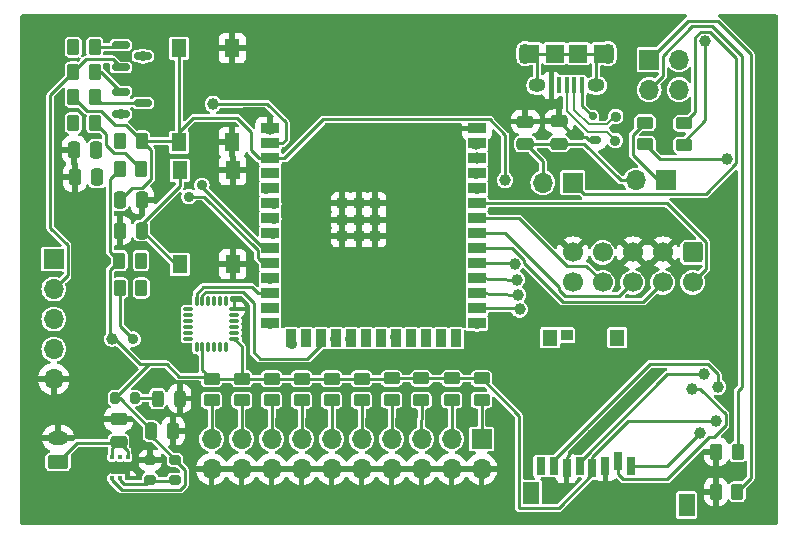
<source format=gtl>
G04 #@! TF.GenerationSoftware,KiCad,Pcbnew,8.0.0*
G04 #@! TF.CreationDate,2024-04-09T13:51:30-05:00*
G04 #@! TF.ProjectId,esp32_example,65737033-325f-4657-9861-6d706c652e6b,rev?*
G04 #@! TF.SameCoordinates,Original*
G04 #@! TF.FileFunction,Copper,L1,Top*
G04 #@! TF.FilePolarity,Positive*
%FSLAX46Y46*%
G04 Gerber Fmt 4.6, Leading zero omitted, Abs format (unit mm)*
G04 Created by KiCad (PCBNEW 8.0.0) date 2024-04-09 13:51:30*
%MOMM*%
%LPD*%
G01*
G04 APERTURE LIST*
G04 Aperture macros list*
%AMRoundRect*
0 Rectangle with rounded corners*
0 $1 Rounding radius*
0 $2 $3 $4 $5 $6 $7 $8 $9 X,Y pos of 4 corners*
0 Add a 4 corners polygon primitive as box body*
4,1,4,$2,$3,$4,$5,$6,$7,$8,$9,$2,$3,0*
0 Add four circle primitives for the rounded corners*
1,1,$1+$1,$2,$3*
1,1,$1+$1,$4,$5*
1,1,$1+$1,$6,$7*
1,1,$1+$1,$8,$9*
0 Add four rect primitives between the rounded corners*
20,1,$1+$1,$2,$3,$4,$5,0*
20,1,$1+$1,$4,$5,$6,$7,0*
20,1,$1+$1,$6,$7,$8,$9,0*
20,1,$1+$1,$8,$9,$2,$3,0*%
G04 Aperture macros list end*
G04 #@! TA.AperFunction,SMDPad,CuDef*
%ADD10RoundRect,0.250000X0.262500X0.450000X-0.262500X0.450000X-0.262500X-0.450000X0.262500X-0.450000X0*%
G04 #@! TD*
G04 #@! TA.AperFunction,SMDPad,CuDef*
%ADD11R,0.400000X1.350000*%
G04 #@! TD*
G04 #@! TA.AperFunction,ComponentPad*
%ADD12O,1.100000X1.750000*%
G04 #@! TD*
G04 #@! TA.AperFunction,SMDPad,CuDef*
%ADD13R,1.200000X1.550000*%
G04 #@! TD*
G04 #@! TA.AperFunction,ComponentPad*
%ADD14O,1.450000X1.150000*%
G04 #@! TD*
G04 #@! TA.AperFunction,SMDPad,CuDef*
%ADD15R,1.500000X1.550000*%
G04 #@! TD*
G04 #@! TA.AperFunction,ComponentPad*
%ADD16O,1.700000X1.700000*%
G04 #@! TD*
G04 #@! TA.AperFunction,ComponentPad*
%ADD17R,1.700000X1.700000*%
G04 #@! TD*
G04 #@! TA.AperFunction,SMDPad,CuDef*
%ADD18R,1.400000X1.900000*%
G04 #@! TD*
G04 #@! TA.AperFunction,SMDPad,CuDef*
%ADD19R,0.800000X1.500000*%
G04 #@! TD*
G04 #@! TA.AperFunction,SMDPad,CuDef*
%ADD20R,1.300000X1.400000*%
G04 #@! TD*
G04 #@! TA.AperFunction,SMDPad,CuDef*
%ADD21R,1.000000X0.950000*%
G04 #@! TD*
G04 #@! TA.AperFunction,SMDPad,CuDef*
%ADD22R,1.300000X1.550000*%
G04 #@! TD*
G04 #@! TA.AperFunction,SMDPad,CuDef*
%ADD23RoundRect,0.150000X-0.587500X-0.150000X0.587500X-0.150000X0.587500X0.150000X-0.587500X0.150000X0*%
G04 #@! TD*
G04 #@! TA.AperFunction,SMDPad,CuDef*
%ADD24RoundRect,0.250000X0.450000X-0.262500X0.450000X0.262500X-0.450000X0.262500X-0.450000X-0.262500X0*%
G04 #@! TD*
G04 #@! TA.AperFunction,SMDPad,CuDef*
%ADD25R,1.498600X0.889000*%
G04 #@! TD*
G04 #@! TA.AperFunction,SMDPad,CuDef*
%ADD26R,0.889000X1.498600*%
G04 #@! TD*
G04 #@! TA.AperFunction,SMDPad,CuDef*
%ADD27R,0.889000X0.889000*%
G04 #@! TD*
G04 #@! TA.AperFunction,SMDPad,CuDef*
%ADD28RoundRect,0.150000X0.150000X-0.200000X0.150000X0.200000X-0.150000X0.200000X-0.150000X-0.200000X0*%
G04 #@! TD*
G04 #@! TA.AperFunction,SMDPad,CuDef*
%ADD29RoundRect,0.175000X0.325000X-0.175000X0.325000X0.175000X-0.325000X0.175000X-0.325000X-0.175000X0*%
G04 #@! TD*
G04 #@! TA.AperFunction,SMDPad,CuDef*
%ADD30RoundRect,0.250000X-0.262500X-0.450000X0.262500X-0.450000X0.262500X0.450000X-0.262500X0.450000X0*%
G04 #@! TD*
G04 #@! TA.AperFunction,SMDPad,CuDef*
%ADD31RoundRect,0.250000X0.475000X-0.250000X0.475000X0.250000X-0.475000X0.250000X-0.475000X-0.250000X0*%
G04 #@! TD*
G04 #@! TA.AperFunction,SMDPad,CuDef*
%ADD32RoundRect,0.200000X-0.200000X-0.275000X0.200000X-0.275000X0.200000X0.275000X-0.200000X0.275000X0*%
G04 #@! TD*
G04 #@! TA.AperFunction,ComponentPad*
%ADD33RoundRect,0.250000X0.625000X-0.350000X0.625000X0.350000X-0.625000X0.350000X-0.625000X-0.350000X0*%
G04 #@! TD*
G04 #@! TA.AperFunction,ComponentPad*
%ADD34O,1.750000X1.200000*%
G04 #@! TD*
G04 #@! TA.AperFunction,SMDPad,CuDef*
%ADD35RoundRect,0.250000X0.250000X0.475000X-0.250000X0.475000X-0.250000X-0.475000X0.250000X-0.475000X0*%
G04 #@! TD*
G04 #@! TA.AperFunction,SMDPad,CuDef*
%ADD36RoundRect,0.243750X0.243750X0.456250X-0.243750X0.456250X-0.243750X-0.456250X0.243750X-0.456250X0*%
G04 #@! TD*
G04 #@! TA.AperFunction,SMDPad,CuDef*
%ADD37RoundRect,0.093750X0.106250X-0.093750X0.106250X0.093750X-0.106250X0.093750X-0.106250X-0.093750X0*%
G04 #@! TD*
G04 #@! TA.AperFunction,HeatsinkPad*
%ADD38R,1.600000X1.000000*%
G04 #@! TD*
G04 #@! TA.AperFunction,SMDPad,CuDef*
%ADD39RoundRect,0.250000X-0.450000X0.262500X-0.450000X-0.262500X0.450000X-0.262500X0.450000X0.262500X0*%
G04 #@! TD*
G04 #@! TA.AperFunction,SMDPad,CuDef*
%ADD40RoundRect,0.200000X-0.275000X0.200000X-0.275000X-0.200000X0.275000X-0.200000X0.275000X0.200000X0*%
G04 #@! TD*
G04 #@! TA.AperFunction,ComponentPad*
%ADD41C,1.700000*%
G04 #@! TD*
G04 #@! TA.AperFunction,ComponentPad*
%ADD42RoundRect,0.250000X-0.600000X0.600000X-0.600000X-0.600000X0.600000X-0.600000X0.600000X0.600000X0*%
G04 #@! TD*
G04 #@! TA.AperFunction,SMDPad,CuDef*
%ADD43RoundRect,0.075000X-0.350000X-0.075000X0.350000X-0.075000X0.350000X0.075000X-0.350000X0.075000X0*%
G04 #@! TD*
G04 #@! TA.AperFunction,SMDPad,CuDef*
%ADD44RoundRect,0.075000X0.075000X-0.350000X0.075000X0.350000X-0.075000X0.350000X-0.075000X-0.350000X0*%
G04 #@! TD*
G04 #@! TA.AperFunction,SMDPad,CuDef*
%ADD45RoundRect,0.200000X0.275000X-0.200000X0.275000X0.200000X-0.275000X0.200000X-0.275000X-0.200000X0*%
G04 #@! TD*
G04 #@! TA.AperFunction,SMDPad,CuDef*
%ADD46RoundRect,0.250000X-0.250000X-0.475000X0.250000X-0.475000X0.250000X0.475000X-0.250000X0.475000X0*%
G04 #@! TD*
G04 #@! TA.AperFunction,ViaPad*
%ADD47C,1.000000*%
G04 #@! TD*
G04 #@! TA.AperFunction,ViaPad*
%ADD48C,0.900000*%
G04 #@! TD*
G04 #@! TA.AperFunction,Conductor*
%ADD49C,0.250000*%
G04 #@! TD*
G04 #@! TA.AperFunction,Conductor*
%ADD50C,0.200000*%
G04 #@! TD*
G04 APERTURE END LIST*
D10*
G04 #@! TO.P,R9,1*
G04 #@! TO.N,Net-(J9-Pin_1)*
X224595000Y-78850000D03*
G04 #@! TO.P,R9,2*
G04 #@! TO.N,GND*
X222770000Y-78850000D03*
G04 #@! TD*
D11*
G04 #@! TO.P,J2,1,VBUS*
G04 #@! TO.N,+5V*
X211450000Y-44460000D03*
G04 #@! TO.P,J2,2,D-*
G04 #@! TO.N,/D-*
X210800000Y-44460000D03*
G04 #@! TO.P,J2,3,D+*
G04 #@! TO.N,/D+*
X210150000Y-44460000D03*
G04 #@! TO.P,J2,4,ID*
G04 #@! TO.N,unconnected-(J2-ID-Pad4)*
X209500000Y-44460000D03*
G04 #@! TO.P,J2,5,GND*
G04 #@! TO.N,GND*
X208850000Y-44460000D03*
D12*
G04 #@! TO.P,J2,6,Shield*
G04 #@! TO.N,unconnected-(J2-Shield-Pad6)*
X213650000Y-41760000D03*
D13*
X213050000Y-41760000D03*
D14*
X212650000Y-44460000D03*
D15*
X211150000Y-41760000D03*
X209150000Y-41760000D03*
D14*
X207650000Y-44460000D03*
D13*
X207250000Y-41760000D03*
D12*
X206650000Y-41760000D03*
G04 #@! TD*
D16*
G04 #@! TO.P,J9,4,Pin_4*
G04 #@! TO.N,Net-(J9-Pin_4)*
X219670000Y-44820000D03*
G04 #@! TO.P,J9,3,Pin_3*
G04 #@! TO.N,Net-(J9-Pin_3)*
X217130000Y-44820000D03*
G04 #@! TO.P,J9,2,Pin_2*
G04 #@! TO.N,Net-(J9-Pin_2)*
X219670000Y-42280000D03*
D17*
G04 #@! TO.P,J9,1,Pin_1*
G04 #@! TO.N,Net-(J9-Pin_1)*
X217130000Y-42280000D03*
G04 #@! TD*
D10*
G04 #@! TO.P,R23,1*
G04 #@! TO.N,Net-(J9-Pin_3)*
X224635000Y-75470000D03*
G04 #@! TO.P,R23,2*
G04 #@! TO.N,GND*
X222810000Y-75470000D03*
G04 #@! TD*
D18*
G04 #@! TO.P,J6,P3*
G04 #@! TO.N,N/C*
X220300000Y-79980000D03*
G04 #@! TO.P,J6,P4*
X207150000Y-78980000D03*
D19*
G04 #@! TO.P,J6,1,1*
G04 #@! TO.N,/CS*
X215640000Y-76690000D03*
G04 #@! TO.P,J6,2,2*
G04 #@! TO.N,/MOSI*
X214540000Y-76290000D03*
G04 #@! TO.P,J6,3,3*
G04 #@! TO.N,GND*
X213440000Y-76690000D03*
G04 #@! TO.P,J6,4,4*
G04 #@! TO.N,+3V3*
X212340000Y-76890000D03*
G04 #@! TO.P,J6,5,5*
G04 #@! TO.N,/SCLK*
X211240000Y-76690000D03*
G04 #@! TO.P,J6,6,6*
G04 #@! TO.N,GND*
X210140000Y-76890000D03*
G04 #@! TO.P,J6,7,7*
G04 #@! TO.N,/MISO*
X209040000Y-76690000D03*
G04 #@! TO.P,J6,8,8*
G04 #@! TO.N,unconnected-(J6-Pad8)*
X207940000Y-76690000D03*
D20*
G04 #@! TO.P,J6,P2*
G04 #@! TO.N,N/C*
X214450000Y-65830000D03*
D21*
G04 #@! TO.P,J6,9*
X210140000Y-65605000D03*
D20*
G04 #@! TO.P,J6,P1*
X208750000Y-65830000D03*
G04 #@! TD*
D17*
G04 #@! TO.P,J8,1,Pin_1*
G04 #@! TO.N,Net-(J8-Pin_1)*
X210670000Y-52690000D03*
D16*
G04 #@! TO.P,J8,2,Pin_2*
G04 #@! TO.N,+3V3*
X208130000Y-52690000D03*
G04 #@! TD*
D10*
G04 #@! TO.P,R12,1*
G04 #@! TO.N,/GPIO46_STRAPPING*
X174115100Y-59283600D03*
G04 #@! TO.P,R12,2*
G04 #@! TO.N,+3V3*
X172290100Y-59283600D03*
G04 #@! TD*
D22*
G04 #@! TO.P,SW2,1,1*
G04 #@! TO.N,GND*
X181891600Y-51640400D03*
X181891600Y-59590400D03*
G04 #@! TO.P,SW2,2,2*
G04 #@! TO.N,/GPIO0_STRAPPING*
X177391600Y-51640400D03*
X177391600Y-59590400D03*
G04 #@! TD*
D23*
G04 #@! TO.P,Q2,1,B*
G04 #@! TO.N,Net-(Q2-B)*
X172394400Y-44973200D03*
G04 #@! TO.P,Q2,2,E*
G04 #@! TO.N,/RTS*
X172394400Y-46873200D03*
G04 #@! TO.P,Q2,3,C*
G04 #@! TO.N,Net-(Q2-C)*
X174269400Y-45923200D03*
G04 #@! TD*
D24*
G04 #@! TO.P,R10,1*
G04 #@! TO.N,/PRESS7*
X187706000Y-71118100D03*
G04 #@! TO.P,R10,2*
G04 #@! TO.N,+3V3*
X187706000Y-69293100D03*
G04 #@! TD*
D25*
G04 #@! TO.P,U7,1,GND*
G04 #@! TO.N,GND*
X185052000Y-48105400D03*
G04 #@! TO.P,U7,2,3V3*
G04 #@! TO.N,+3V3*
X185052000Y-49375400D03*
G04 #@! TO.P,U7,3,EN*
G04 #@! TO.N,/CHIP_PU*
X185052000Y-50645400D03*
G04 #@! TO.P,U7,4,IO4*
G04 #@! TO.N,/VBAT_SENSE*
X185052000Y-51915400D03*
G04 #@! TO.P,U7,5,IO5*
G04 #@! TO.N,/PRESS6*
X185052000Y-53185400D03*
G04 #@! TO.P,U7,6,IO6*
G04 #@! TO.N,/PRESS7*
X185052000Y-54455400D03*
G04 #@! TO.P,U7,7,IO7*
G04 #@! TO.N,/PRESS10*
X185052000Y-55725400D03*
G04 #@! TO.P,U7,8,IO15*
G04 #@! TO.N,/PRESS9*
X185052000Y-56995400D03*
G04 #@! TO.P,U7,9,IO16*
G04 #@! TO.N,/Start Hike*
X185052000Y-58265400D03*
G04 #@! TO.P,U7,10,IO17*
G04 #@! TO.N,/End Hike*
X185052000Y-59535400D03*
G04 #@! TO.P,U7,11,IO18*
G04 #@! TO.N,/PRESS8*
X185052000Y-60805400D03*
G04 #@! TO.P,U7,12,IO8*
G04 #@! TO.N,/SDA_6050*
X185052000Y-62075400D03*
G04 #@! TO.P,U7,13,IO19*
G04 #@! TO.N,/D-*
X185052000Y-63345400D03*
G04 #@! TO.P,U7,14,IO20*
G04 #@! TO.N,/D+*
X185052000Y-64615400D03*
D26*
G04 #@! TO.P,U7,15,IO3*
G04 #@! TO.N,/GPIO3_STRAPPING*
X186817000Y-65865400D03*
G04 #@! TO.P,U7,16,IO46*
G04 #@! TO.N,/GPIO46_STRAPPING*
X188087000Y-65865400D03*
G04 #@! TO.P,U7,17,IO9*
G04 #@! TO.N,/SCL_6050*
X189357000Y-65865400D03*
G04 #@! TO.P,U7,18,IO10*
G04 #@! TO.N,/PRESS5*
X190627000Y-65865400D03*
G04 #@! TO.P,U7,19,IO11*
G04 #@! TO.N,/PRESS4*
X191897000Y-65865400D03*
G04 #@! TO.P,U7,20,IO12*
G04 #@! TO.N,/PRESS3*
X193167000Y-65865400D03*
G04 #@! TO.P,U7,21,IO13*
G04 #@! TO.N,/PRESS2*
X194437000Y-65865400D03*
G04 #@! TO.P,U7,22,IO14*
G04 #@! TO.N,/PRESS1*
X195707000Y-65865400D03*
G04 #@! TO.P,U7,23,IO21*
G04 #@! TO.N,unconnected-(U7-IO21-Pad23)*
X196977000Y-65865400D03*
G04 #@! TO.P,U7,24,IO47*
G04 #@! TO.N,unconnected-(U7-IO47-Pad24)*
X198247000Y-65865400D03*
G04 #@! TO.P,U7,25,IO48*
G04 #@! TO.N,unconnected-(U7-IO48-Pad25)*
X199517000Y-65865400D03*
G04 #@! TO.P,U7,26,IO45*
G04 #@! TO.N,/GPIO45_STRAPPING*
X200787000Y-65865400D03*
D25*
G04 #@! TO.P,U7,27,IO0*
G04 #@! TO.N,/GPIO0_STRAPPING*
X202552000Y-64615400D03*
G04 #@! TO.P,U7,28,IO35*
G04 #@! TO.N,/CS*
X202552000Y-63345400D03*
G04 #@! TO.P,U7,29,IO36*
G04 #@! TO.N,/MISO*
X202552000Y-62075400D03*
G04 #@! TO.P,U7,30,IO37*
G04 #@! TO.N,/MOSI*
X202552000Y-60805400D03*
G04 #@! TO.P,U7,31,IO38*
G04 #@! TO.N,/SCLK*
X202552000Y-59535400D03*
G04 #@! TO.P,U7,32,IO39*
G04 #@! TO.N,/MTCK*
X202552000Y-58265400D03*
G04 #@! TO.P,U7,33,IO40*
G04 #@! TO.N,/MTDO*
X202552000Y-56995400D03*
G04 #@! TO.P,U7,34,IO41*
G04 #@! TO.N,/MTDI*
X202552000Y-55725400D03*
G04 #@! TO.P,U7,35,IO42*
G04 #@! TO.N,/MTMS*
X202552000Y-54455400D03*
G04 #@! TO.P,U7,36,RXD0*
G04 #@! TO.N,/RX*
X202552000Y-53185400D03*
G04 #@! TO.P,U7,37,TXD0*
G04 #@! TO.N,/TX*
X202552000Y-51915400D03*
G04 #@! TO.P,U7,38,IO2*
G04 #@! TO.N,Net-(J9-Pin_4)*
X202552000Y-50645400D03*
G04 #@! TO.P,U7,39,IO1*
G04 #@! TO.N,Net-(J9-Pin_2)*
X202552000Y-49375400D03*
G04 #@! TO.P,U7,40,GND*
G04 #@! TO.N,GND*
X202552000Y-48105400D03*
D27*
G04 #@! TO.P,U7,41,GND*
X192552000Y-55825400D03*
G04 #@! TO.P,U7,42,GND*
X192552000Y-54425400D03*
G04 #@! TO.P,U7,43,GND*
X191152000Y-54425400D03*
G04 #@! TO.P,U7,44,GND*
X191152000Y-55825400D03*
G04 #@! TO.P,U7,45,GND*
X191152000Y-57225400D03*
G04 #@! TO.P,U7,46,GND*
X192552000Y-57225400D03*
G04 #@! TO.P,U7,47,GND*
X193952000Y-57225400D03*
G04 #@! TO.P,U7,48,GND*
X193952000Y-55825400D03*
G04 #@! TO.P,U7,49,GND*
X193952000Y-54425400D03*
G04 #@! TD*
D28*
G04 #@! TO.P,D1,4,K*
G04 #@! TO.N,+5V*
X212351500Y-47084600D03*
G04 #@! TO.P,D1,3,K*
G04 #@! TO.N,/D-*
X214251500Y-47084600D03*
G04 #@! TO.P,D1,2,K*
G04 #@! TO.N,/D+*
X214251500Y-49084600D03*
D29*
G04 #@! TO.P,D1,1,A*
G04 #@! TO.N,GND*
X212551500Y-49084600D03*
G04 #@! TD*
D30*
G04 #@! TO.P,R13,1*
G04 #@! TO.N,/DTR*
X168378500Y-43332400D03*
G04 #@! TO.P,R13,2*
G04 #@! TO.N,Net-(Q2-B)*
X170203500Y-43332400D03*
G04 #@! TD*
D31*
G04 #@! TO.P,C23,2*
G04 #@! TO.N,GND*
X206660800Y-47515600D03*
G04 #@! TO.P,C23,1*
G04 #@! TO.N,+3V3*
X206660800Y-49415600D03*
G04 #@! TD*
G04 #@! TO.P,C24,2*
G04 #@! TO.N,GND*
X209505600Y-47490200D03*
G04 #@! TO.P,C24,1*
G04 #@! TO.N,+3V3*
X209505600Y-49390200D03*
G04 #@! TD*
D24*
G04 #@! TO.P,R5,1*
G04 #@! TO.N,/PRESS5*
X192786000Y-71118100D03*
G04 #@! TO.P,R5,2*
G04 #@! TO.N,+3V3*
X192786000Y-69293100D03*
G04 #@! TD*
D10*
G04 #@! TO.P,R17,1*
G04 #@! TO.N,/GPIO3_STRAPPING*
X174140500Y-61620400D03*
G04 #@! TO.P,R17,2*
G04 #@! TO.N,Net-(JP2-C)*
X172315500Y-61620400D03*
G04 #@! TD*
D32*
G04 #@! TO.P,R22,1*
G04 #@! TO.N,+3V3*
X171920400Y-70942200D03*
G04 #@! TO.P,R22,2*
G04 #@! TO.N,Net-(D3-A)*
X173570400Y-70942200D03*
G04 #@! TD*
D33*
G04 #@! TO.P,J1,1,Pin_1*
G04 #@! TO.N,/POWER FROM BATTERY*
X167098800Y-76320400D03*
D34*
G04 #@! TO.P,J1,2,Pin_2*
G04 #@! TO.N,GND*
X167098800Y-74320400D03*
G04 #@! TD*
D30*
G04 #@! TO.P,R25,1*
G04 #@! TO.N,+3V3*
X172315500Y-51562000D03*
G04 #@! TO.P,R25,2*
G04 #@! TO.N,/GPIO0_STRAPPING*
X174140500Y-51562000D03*
G04 #@! TD*
D35*
G04 #@! TO.P,C2,1*
G04 #@! TO.N,/Start Hike*
X170342600Y-49911000D03*
G04 #@! TO.P,C2,2*
G04 #@! TO.N,GND*
X168442600Y-49911000D03*
G04 #@! TD*
D24*
G04 #@! TO.P,R1,1*
G04 #@! TO.N,/PRESS1*
X202946000Y-71092700D03*
G04 #@! TO.P,R1,2*
G04 #@! TO.N,+3V3*
X202946000Y-69267700D03*
G04 #@! TD*
D30*
G04 #@! TO.P,R14,2*
G04 #@! TO.N,Net-(Q3-B)*
X170203500Y-41224200D03*
G04 #@! TO.P,R14,1*
G04 #@! TO.N,/RTS*
X168378500Y-41224200D03*
G04 #@! TD*
D24*
G04 #@! TO.P,R15,1*
G04 #@! TO.N,/PRESS9*
X182651400Y-71118100D03*
G04 #@! TO.P,R15,2*
G04 #@! TO.N,+3V3*
X182651400Y-69293100D03*
G04 #@! TD*
D35*
G04 #@! TO.P,C1,1*
G04 #@! TO.N,/End Hike*
X170393400Y-52247800D03*
G04 #@! TO.P,C1,2*
G04 #@! TO.N,GND*
X168493400Y-52247800D03*
G04 #@! TD*
D24*
G04 #@! TO.P,R2,1*
G04 #@! TO.N,/PRESS2*
X200431400Y-71092700D03*
G04 #@! TO.P,R2,2*
G04 #@! TO.N,+3V3*
X200431400Y-69267700D03*
G04 #@! TD*
D36*
G04 #@! TO.P,D3,1,K*
G04 #@! TO.N,GND*
X177391300Y-70967600D03*
G04 #@! TO.P,D3,2,A*
G04 #@! TO.N,Net-(D3-A)*
X175516300Y-70967600D03*
G04 #@! TD*
D30*
G04 #@! TO.P,R24,1*
G04 #@! TO.N,+3V3*
X172366300Y-49174400D03*
G04 #@! TO.P,R24,2*
G04 #@! TO.N,/CHIP_PU*
X174191300Y-49174400D03*
G04 #@! TD*
D10*
G04 #@! TO.P,R18,1*
G04 #@! TO.N,Net-(Q2-C)*
X170203500Y-45440600D03*
G04 #@! TO.P,R18,2*
G04 #@! TO.N,/CHIP_PU*
X168378500Y-45440600D03*
G04 #@! TD*
D31*
G04 #@! TO.P,C3,1*
G04 #@! TO.N,/POWER FROM BATTERY*
X172212000Y-74635400D03*
G04 #@! TO.P,C3,2*
G04 #@! TO.N,GND*
X172212000Y-72735400D03*
G04 #@! TD*
D24*
G04 #@! TO.P,R3,1*
G04 #@! TO.N,/PRESS3*
X197840600Y-71092700D03*
G04 #@! TO.P,R3,2*
G04 #@! TO.N,+3V3*
X197840600Y-69267700D03*
G04 #@! TD*
D37*
G04 #@! TO.P,U3,1,OUT*
G04 #@! TO.N,+3V3*
X171674000Y-77695600D03*
G04 #@! TO.P,U3,2,FB*
G04 #@! TO.N,Net-(U3-FB)*
X172324000Y-77695600D03*
G04 #@! TO.P,U3,3,GND*
G04 #@! TO.N,GND*
X172974000Y-77695600D03*
G04 #@! TO.P,U3,4,EN*
G04 #@! TO.N,/POWER FROM BATTERY*
X172974000Y-75920600D03*
G04 #@! TO.P,U3,5,DNC*
G04 #@! TO.N,unconnected-(U3-DNC-Pad5)*
X172324000Y-75920600D03*
G04 #@! TO.P,U3,6,IN*
G04 #@! TO.N,/POWER FROM BATTERY*
X171674000Y-75920600D03*
D38*
G04 #@! TO.P,U3,7,GND*
G04 #@! TO.N,GND*
X172324000Y-76808100D03*
G04 #@! TD*
D24*
G04 #@! TO.P,R4,1*
G04 #@! TO.N,/PRESS4*
X195326000Y-71092700D03*
G04 #@! TO.P,R4,2*
G04 #@! TO.N,+3V3*
X195326000Y-69267700D03*
G04 #@! TD*
D17*
G04 #@! TO.P,J4,1,Pin_1*
G04 #@! TO.N,/PRESS1*
X202946000Y-74396600D03*
D16*
G04 #@! TO.P,J4,2,Pin_2*
G04 #@! TO.N,GND*
X202946000Y-76936600D03*
G04 #@! TO.P,J4,3,Pin_3*
G04 #@! TO.N,/PRESS2*
X200406000Y-74396600D03*
G04 #@! TO.P,J4,4,Pin_4*
G04 #@! TO.N,GND*
X200406000Y-76936600D03*
G04 #@! TO.P,J4,5,Pin_5*
G04 #@! TO.N,/PRESS3*
X197866000Y-74396600D03*
G04 #@! TO.P,J4,6,Pin_6*
G04 #@! TO.N,GND*
X197866000Y-76936600D03*
G04 #@! TO.P,J4,7,Pin_7*
G04 #@! TO.N,/PRESS4*
X195326000Y-74396600D03*
G04 #@! TO.P,J4,8,Pin_8*
G04 #@! TO.N,GND*
X195326000Y-76936600D03*
G04 #@! TO.P,J4,9,Pin_9*
G04 #@! TO.N,/PRESS5*
X192786000Y-74396600D03*
G04 #@! TO.P,J4,10,Pin_10*
G04 #@! TO.N,GND*
X192786000Y-76936600D03*
G04 #@! TO.P,J4,11,Pin_11*
G04 #@! TO.N,/PRESS6*
X190246000Y-74396600D03*
G04 #@! TO.P,J4,12,Pin_12*
G04 #@! TO.N,GND*
X190246000Y-76936600D03*
G04 #@! TO.P,J4,13,Pin_13*
G04 #@! TO.N,/PRESS7*
X187706000Y-74396600D03*
G04 #@! TO.P,J4,14,Pin_14*
G04 #@! TO.N,GND*
X187706000Y-76936600D03*
G04 #@! TO.P,J4,15,Pin_15*
G04 #@! TO.N,/PRESS8*
X185166000Y-74396600D03*
G04 #@! TO.P,J4,16,Pin_16*
G04 #@! TO.N,GND*
X185166000Y-76936600D03*
G04 #@! TO.P,J4,17,Pin_17*
G04 #@! TO.N,/PRESS9*
X182626000Y-74396600D03*
G04 #@! TO.P,J4,18,Pin_18*
G04 #@! TO.N,GND*
X182626000Y-76936600D03*
G04 #@! TO.P,J4,19,Pin_19*
G04 #@! TO.N,/PRESS10*
X180086000Y-74396600D03*
G04 #@! TO.P,J4,20,Pin_20*
G04 #@! TO.N,GND*
X180086000Y-76936600D03*
G04 #@! TD*
D39*
G04 #@! TO.P,R8,1*
G04 #@! TO.N,Net-(J8-Pin_1)*
X220080000Y-47677500D03*
G04 #@! TO.P,R8,2*
G04 #@! TO.N,/Start Hike*
X220080000Y-49502500D03*
G04 #@! TD*
G04 #@! TO.P,R6,1*
G04 #@! TO.N,Net-(J5-Pin_1)*
X216780000Y-47617500D03*
G04 #@! TO.P,R6,2*
G04 #@! TO.N,/End Hike*
X216780000Y-49442500D03*
G04 #@! TD*
D40*
G04 #@! TO.P,R21,1*
G04 #@! TO.N,GND*
X174879000Y-76187800D03*
G04 #@! TO.P,R21,2*
G04 #@! TO.N,Net-(U3-FB)*
X174879000Y-77837800D03*
G04 #@! TD*
D41*
G04 #@! TO.P,J7,10,~{RESET}*
G04 #@! TO.N,/CHIP_PU*
X210650000Y-61140000D03*
G04 #@! TO.P,J7,9,GNDDetect*
G04 #@! TO.N,GND*
X210650000Y-58600000D03*
G04 #@! TO.P,J7,8,NC/TDI*
G04 #@! TO.N,/MTDI*
X213190000Y-61140000D03*
G04 #@! TO.P,J7,7,KEY*
G04 #@! TO.N,unconnected-(J7-KEY-Pad7)*
X213190000Y-58600000D03*
G04 #@! TO.P,J7,6,SWO/TDO*
G04 #@! TO.N,/MTDO*
X215730000Y-61140000D03*
G04 #@! TO.P,J7,5,GND*
G04 #@! TO.N,GND*
X215730000Y-58600000D03*
G04 #@! TO.P,J7,4,SWDCLK/TCK*
G04 #@! TO.N,/MTCK*
X218270000Y-61140000D03*
G04 #@! TO.P,J7,3,GND*
G04 #@! TO.N,GND*
X218270000Y-58600000D03*
G04 #@! TO.P,J7,2,SWDIO/TMS*
G04 #@! TO.N,/MTMS*
X220810000Y-61140000D03*
D42*
G04 #@! TO.P,J7,1,VTref*
G04 #@! TO.N,Net-(J7-VTref)*
X220810000Y-58600000D03*
G04 #@! TD*
D24*
G04 #@! TO.P,R11,1*
G04 #@! TO.N,/PRESS8*
X185166000Y-71118100D03*
G04 #@! TO.P,R11,2*
G04 #@! TO.N,+3V3*
X185166000Y-69293100D03*
G04 #@! TD*
D30*
G04 #@! TO.P,R19,1*
G04 #@! TO.N,Net-(Q3-C)*
X168378500Y-47625000D03*
G04 #@! TO.P,R19,2*
G04 #@! TO.N,/GPIO0_STRAPPING*
X170203500Y-47625000D03*
G04 #@! TD*
D24*
G04 #@! TO.P,R16,1*
G04 #@! TO.N,/PRESS10*
X180086000Y-71118100D03*
G04 #@! TO.P,R16,2*
G04 #@! TO.N,+3V3*
X180086000Y-69293100D03*
G04 #@! TD*
D17*
G04 #@! TO.P,J3,1,Pin_1*
G04 #@! TO.N,/RTS*
X166725600Y-59156600D03*
D16*
G04 #@! TO.P,J3,2,Pin_2*
G04 #@! TO.N,/DTR*
X166725600Y-61696600D03*
G04 #@! TO.P,J3,3,Pin_3*
G04 #@! TO.N,/TX*
X166725600Y-64236600D03*
G04 #@! TO.P,J3,4,Pin_4*
G04 #@! TO.N,/RX*
X166725600Y-66776600D03*
G04 #@! TO.P,J3,5,Pin_5*
G04 #@! TO.N,GND*
X166725600Y-69316600D03*
G04 #@! TD*
D43*
G04 #@! TO.P,U1,1,CLKIN*
G04 #@! TO.N,unconnected-(U1-CLKIN-Pad1)*
X178116400Y-63405000D03*
G04 #@! TO.P,U1,2,NC*
G04 #@! TO.N,unconnected-(U1-NC-Pad2)*
X178116400Y-63905000D03*
G04 #@! TO.P,U1,3,NC*
G04 #@! TO.N,unconnected-(U1-NC-Pad3)*
X178116400Y-64405000D03*
G04 #@! TO.P,U1,4,NC*
G04 #@! TO.N,unconnected-(U1-NC-Pad4)*
X178116400Y-64905000D03*
G04 #@! TO.P,U1,5,NC*
G04 #@! TO.N,unconnected-(U1-NC-Pad5)*
X178116400Y-65405000D03*
G04 #@! TO.P,U1,6,AUX_DA*
G04 #@! TO.N,unconnected-(U1-AUX_DA-Pad6)*
X178116400Y-65905000D03*
D44*
G04 #@! TO.P,U1,7,AUX_CL*
G04 #@! TO.N,unconnected-(U1-AUX_CL-Pad7)*
X178816400Y-66605000D03*
G04 #@! TO.P,U1,8,VLOGIC*
G04 #@! TO.N,+3V3*
X179316400Y-66605000D03*
G04 #@! TO.P,U1,9,AD0*
G04 #@! TO.N,unconnected-(U1-AD0-Pad9)*
X179816400Y-66605000D03*
G04 #@! TO.P,U1,10,REGOUT*
G04 #@! TO.N,unconnected-(U1-REGOUT-Pad10)*
X180316400Y-66605000D03*
G04 #@! TO.P,U1,11,FSYNC*
G04 #@! TO.N,unconnected-(U1-FSYNC-Pad11)*
X180816400Y-66605000D03*
G04 #@! TO.P,U1,12,INT*
G04 #@! TO.N,unconnected-(U1-INT-Pad12)*
X181316400Y-66605000D03*
D43*
G04 #@! TO.P,U1,13,VDD*
G04 #@! TO.N,+3V3*
X182016400Y-65905000D03*
G04 #@! TO.P,U1,14,NC*
G04 #@! TO.N,unconnected-(U1-NC-Pad14)*
X182016400Y-65405000D03*
G04 #@! TO.P,U1,15,NC*
G04 #@! TO.N,unconnected-(U1-NC-Pad15)*
X182016400Y-64905000D03*
G04 #@! TO.P,U1,16,NC*
G04 #@! TO.N,unconnected-(U1-NC-Pad16)*
X182016400Y-64405000D03*
G04 #@! TO.P,U1,17,NC*
G04 #@! TO.N,unconnected-(U1-NC-Pad17)*
X182016400Y-63905000D03*
G04 #@! TO.P,U1,18,GND*
G04 #@! TO.N,GND*
X182016400Y-63405000D03*
D44*
G04 #@! TO.P,U1,19,RESV*
G04 #@! TO.N,unconnected-(U1-RESV-Pad19)*
X181316400Y-62705000D03*
G04 #@! TO.P,U1,20,CPOUT*
G04 #@! TO.N,unconnected-(U1-CPOUT-Pad20)*
X180816400Y-62705000D03*
G04 #@! TO.P,U1,21,RESV*
G04 #@! TO.N,unconnected-(U1-RESV-Pad21)*
X180316400Y-62705000D03*
G04 #@! TO.P,U1,22,RESV*
G04 #@! TO.N,unconnected-(U1-RESV-Pad22)*
X179816400Y-62705000D03*
G04 #@! TO.P,U1,23,SCL*
G04 #@! TO.N,/SCL_6050*
X179316400Y-62705000D03*
G04 #@! TO.P,U1,24,SDA*
G04 #@! TO.N,/SDA_6050*
X178816400Y-62705000D03*
G04 #@! TD*
D22*
G04 #@! TO.P,SW1,1,1*
G04 #@! TO.N,GND*
X181828000Y-41313200D03*
X181828000Y-49263200D03*
G04 #@! TO.P,SW1,2,2*
G04 #@! TO.N,/CHIP_PU*
X177328000Y-41313200D03*
X177328000Y-49263200D03*
G04 #@! TD*
D17*
G04 #@! TO.P,J5,1,Pin_1*
G04 #@! TO.N,Net-(J5-Pin_1)*
X218525000Y-52480000D03*
D16*
G04 #@! TO.P,J5,2,Pin_2*
G04 #@! TO.N,+3V3*
X215985000Y-52480000D03*
G04 #@! TD*
D23*
G04 #@! TO.P,Q3,1,B*
G04 #@! TO.N,Net-(Q3-B)*
X172392100Y-41036200D03*
G04 #@! TO.P,Q3,2,E*
G04 #@! TO.N,/DTR*
X172392100Y-42936200D03*
G04 #@! TO.P,Q3,3,C*
G04 #@! TO.N,Net-(Q3-C)*
X174267100Y-41986200D03*
G04 #@! TD*
D45*
G04 #@! TO.P,R20,1*
G04 #@! TO.N,Net-(U3-FB)*
X177012600Y-77837800D03*
G04 #@! TO.P,R20,2*
G04 #@! TO.N,+3V3*
X177012600Y-76187800D03*
G04 #@! TD*
D24*
G04 #@! TO.P,R7,1*
G04 #@! TO.N,/PRESS6*
X190246000Y-71118100D03*
G04 #@! TO.P,R7,2*
G04 #@! TO.N,+3V3*
X190246000Y-69293100D03*
G04 #@! TD*
D46*
G04 #@! TO.P,C4,1*
G04 #@! TO.N,+3V3*
X174960200Y-73710800D03*
G04 #@! TO.P,C4,2*
G04 #@! TO.N,GND*
X176860200Y-73710800D03*
G04 #@! TD*
D35*
G04 #@! TO.P,C19,1*
G04 #@! TO.N,/GPIO0_STRAPPING*
X174203400Y-56743600D03*
G04 #@! TO.P,C19,2*
G04 #@! TO.N,GND*
X172303400Y-56743600D03*
G04 #@! TD*
D46*
G04 #@! TO.P,C18,1*
G04 #@! TO.N,/CHIP_PU*
X172328800Y-54152800D03*
G04 #@! TO.P,C18,2*
G04 #@! TO.N,GND*
X174228800Y-54152800D03*
G04 #@! TD*
D47*
G04 #@! TO.N,GND*
X199650000Y-48400000D03*
X199340000Y-45370000D03*
X212160000Y-80210000D03*
X213430000Y-78620000D03*
X212320000Y-74090000D03*
X187360000Y-48130000D03*
X185030000Y-48130000D03*
X182120000Y-44390000D03*
X179730000Y-49240000D03*
G04 #@! TO.N,+3V3*
X171680000Y-65900000D03*
X180210000Y-46030000D03*
G04 #@! TO.N,/CHIP_PU*
X204940000Y-52470000D03*
G04 #@! TO.N,/MISO*
X222950000Y-69980000D03*
G04 #@! TO.N,/CS*
X221420000Y-73880000D03*
G04 #@! TO.N,/MOSI*
X220770000Y-70150000D03*
G04 #@! TO.N,/SCLK*
X221800000Y-68920000D03*
G04 #@! TO.N,/CS*
X206160000Y-63420000D03*
G04 #@! TO.N,/MISO*
X206040000Y-62180000D03*
G04 #@! TO.N,/MOSI*
X205920000Y-60900000D03*
G04 #@! TO.N,/SCLK*
X205740000Y-59610000D03*
G04 #@! TO.N,+3V3*
X222780000Y-72900000D03*
G04 #@! TO.N,Net-(J9-Pin_2)*
X202500000Y-49390000D03*
G04 #@! TO.N,Net-(J9-Pin_4)*
X202580000Y-50640000D03*
G04 #@! TO.N,/End Hike*
X223690000Y-50710000D03*
G04 #@! TO.N,/Start Hike*
X221870000Y-40720000D03*
D48*
G04 #@! TO.N,GND*
X175361600Y-65913000D03*
G04 #@! TO.N,/End Hike*
X178155600Y-53873400D03*
X170408600Y-52298600D03*
G04 #@! TO.N,/Start Hike*
X170385556Y-49953956D03*
X179273200Y-52908200D03*
G04 #@! TO.N,+3V3*
X172339000Y-51562000D03*
X172389800Y-49199800D03*
G04 #@! TO.N,/GPIO0_STRAPPING*
X202590400Y-64643000D03*
X177393600Y-59563000D03*
X174193200Y-51587400D03*
X177419000Y-51663600D03*
G04 #@! TO.N,/D+*
X185064400Y-64643000D03*
X214280800Y-49126000D03*
G04 #@! TO.N,/D-*
X185013600Y-63322200D03*
X214306200Y-47094000D03*
G04 #@! TO.N,/RX*
X202565000Y-53187600D03*
G04 #@! TO.N,/TX*
X202514200Y-51917600D03*
G04 #@! TO.N,/RTS*
X168376600Y-41224200D03*
X172389800Y-46863000D03*
G04 #@! TO.N,/PRESS3*
X197840600Y-71069200D03*
X193141600Y-65836800D03*
G04 #@! TO.N,/PRESS1*
X195656200Y-65786000D03*
X202920600Y-71094600D03*
G04 #@! TO.N,/PRESS9*
X182651400Y-71094600D03*
X185318400Y-56997600D03*
G04 #@! TO.N,/PRESS6*
X190246000Y-71069200D03*
X184734200Y-53187600D03*
G04 #@! TO.N,/PRESS5*
X192811400Y-71120000D03*
X190576200Y-65963800D03*
G04 #@! TO.N,/PRESS7*
X187655200Y-71094600D03*
X185369200Y-54483000D03*
G04 #@! TO.N,/PRESS8*
X185013600Y-60807600D03*
X185102500Y-71031100D03*
G04 #@! TO.N,/PRESS10*
X180086000Y-71094600D03*
X185369200Y-55727600D03*
G04 #@! TO.N,/PRESS2*
X194437000Y-65989200D03*
X200406000Y-71094600D03*
G04 #@! TO.N,/PRESS4*
X191820800Y-65963800D03*
X195351400Y-71120000D03*
G04 #@! TO.N,Net-(JP2-C)*
X173456600Y-65938400D03*
G04 #@! TO.N,Net-(Q3-C)*
X174269400Y-41986200D03*
X168427400Y-47675800D03*
G04 #@! TO.N,/GPIO46_STRAPPING*
X174117000Y-59258200D03*
X188112400Y-65608200D03*
G04 #@! TO.N,/GPIO3_STRAPPING*
X186867800Y-66344800D03*
X174167800Y-61645800D03*
G04 #@! TD*
D49*
G04 #@! TO.N,+3V3*
X174790600Y-68072000D02*
X176301400Y-68072000D01*
X171680000Y-65900000D02*
X171870000Y-65900000D01*
X171870000Y-65900000D02*
X174042000Y-68072000D01*
X174042000Y-68072000D02*
X174790600Y-68072000D01*
X174790600Y-68072000D02*
X171920400Y-70942200D01*
G04 #@! TO.N,GND*
X182120000Y-44390000D02*
X198360000Y-44390000D01*
X198360000Y-44390000D02*
X199340000Y-45370000D01*
X202552000Y-48105400D02*
X199944600Y-48105400D01*
X199944600Y-48105400D02*
X199650000Y-48400000D01*
X212040000Y-80210000D02*
X212120000Y-80130000D01*
X212160000Y-80210000D02*
X212040000Y-80210000D01*
X212160000Y-80090000D02*
X212160000Y-80210000D01*
X213430000Y-78820000D02*
X212160000Y-80090000D01*
X213430000Y-78620000D02*
X213430000Y-78820000D01*
X210140000Y-76890000D02*
X210140000Y-75890000D01*
X210140000Y-75890000D02*
X211940000Y-74090000D01*
X211940000Y-74090000D02*
X212320000Y-74090000D01*
X187360000Y-48130000D02*
X187360000Y-47933204D01*
X187360000Y-47933204D02*
X183816796Y-44390000D01*
X183816796Y-44390000D02*
X182120000Y-44390000D01*
G04 #@! TO.N,+3V3*
X197840600Y-69267700D02*
X200277100Y-69267700D01*
X200277100Y-69267700D02*
X200304400Y-69240400D01*
X195326000Y-69267700D02*
X197840600Y-69267700D01*
X192786000Y-69293100D02*
X195300600Y-69293100D01*
X195300600Y-69293100D02*
X195326000Y-69267700D01*
X190246000Y-69293100D02*
X192631700Y-69293100D01*
X192631700Y-69293100D02*
X192684400Y-69240400D01*
X187706000Y-69293100D02*
X190221085Y-69293100D01*
X190221085Y-69293100D02*
X190221525Y-69293540D01*
X185140600Y-69240400D02*
X185193300Y-69293100D01*
X185193300Y-69293100D02*
X187706000Y-69293100D01*
X180086000Y-69293100D02*
X182471700Y-69293100D01*
X182471700Y-69293100D02*
X182626000Y-69138800D01*
X172315500Y-51562000D02*
X171478400Y-52399100D01*
X171478400Y-52399100D02*
X171478400Y-58550000D01*
X171478400Y-58550000D02*
X172237400Y-59309000D01*
X172237400Y-59309000D02*
X171478000Y-60068400D01*
X171478000Y-60068400D02*
X171478000Y-65698000D01*
X171478000Y-65698000D02*
X171680000Y-65900000D01*
X171674000Y-77695600D02*
X171674000Y-77883099D01*
X171674000Y-77883099D02*
X172472901Y-78682000D01*
X177820000Y-78253404D02*
X177820000Y-76995200D01*
X172472901Y-78682000D02*
X177391404Y-78682000D01*
X177391404Y-78682000D02*
X177820000Y-78253404D01*
X177820000Y-76995200D02*
X177012600Y-76187800D01*
X174980600Y-74015600D02*
X174980600Y-74142600D01*
X174980600Y-74142600D02*
X176961800Y-76123800D01*
X212340000Y-76890000D02*
X212340000Y-77390000D01*
X212340000Y-77390000D02*
X209475000Y-80255000D01*
X209475000Y-80255000D02*
X206125000Y-80255000D01*
X206125000Y-72446700D02*
X202946000Y-69267700D01*
X206125000Y-80255000D02*
X206125000Y-72446700D01*
X180210000Y-46030000D02*
X180230000Y-45990000D01*
X184780400Y-45990000D02*
X180210000Y-46030000D01*
X186370000Y-47579600D02*
X184780400Y-45990000D01*
X186370000Y-49056700D02*
X186370000Y-47579600D01*
X186051300Y-49375400D02*
X186370000Y-49056700D01*
X185052000Y-49375400D02*
X186051300Y-49375400D01*
G04 #@! TO.N,/CHIP_PU*
X204940000Y-52470000D02*
X204940000Y-48649600D01*
X203626300Y-47335900D02*
X189564100Y-47335900D01*
X204940000Y-48649600D02*
X203626300Y-47335900D01*
X189564100Y-47335900D02*
X186254600Y-50645400D01*
X186254600Y-50645400D02*
X185052000Y-50645400D01*
G04 #@! TO.N,/MTDI*
X206113699Y-55725400D02*
X210163299Y-59775000D01*
X210163299Y-59775000D02*
X211825000Y-59775000D01*
X211825000Y-59775000D02*
X213190000Y-61140000D01*
G04 #@! TO.N,/MTCK*
X205562127Y-58265400D02*
X206565000Y-59268273D01*
X206565000Y-59268273D02*
X206565000Y-59481396D01*
X206565000Y-59481396D02*
X209848604Y-62765000D01*
X216645000Y-62765000D02*
X218270000Y-61140000D01*
X209848604Y-62765000D02*
X216645000Y-62765000D01*
G04 #@! TO.N,/MTDO*
X202552000Y-56995400D02*
X204928523Y-56995400D01*
X204928523Y-56995400D02*
X209475000Y-61541877D01*
X209475000Y-61541877D02*
X209475000Y-61755000D01*
X210035000Y-62315000D02*
X214555000Y-62315000D01*
X209475000Y-61755000D02*
X210035000Y-62315000D01*
X214555000Y-62315000D02*
X215730000Y-61140000D01*
G04 #@! TO.N,/MTCK*
X202552000Y-58265400D02*
X205562127Y-58265400D01*
G04 #@! TO.N,/MTDI*
X202552000Y-55725400D02*
X206113699Y-55725400D01*
G04 #@! TO.N,/MTMS*
X202552000Y-54455400D02*
X218685500Y-54455400D01*
X221985000Y-57754900D02*
X221985000Y-59965000D01*
X218685500Y-54455400D02*
X221985000Y-57754900D01*
X221985000Y-59965000D02*
X220810000Y-61140000D01*
G04 #@! TO.N,/MISO*
X222950000Y-69980000D02*
X222950000Y-68903273D01*
X222950000Y-68903273D02*
X222086727Y-68040000D01*
X217190000Y-68040000D02*
X209040000Y-76190000D01*
X222086727Y-68040000D02*
X217190000Y-68040000D01*
X209040000Y-76190000D02*
X209040000Y-76690000D01*
G04 #@! TO.N,/SCLK*
X221800000Y-68920000D02*
X218673604Y-68920000D01*
X218673604Y-68920000D02*
X211240000Y-76353604D01*
X211240000Y-76353604D02*
X211240000Y-76690000D01*
G04 #@! TO.N,/MOSI*
X220770000Y-70150000D02*
X221466727Y-70150000D01*
X221466727Y-70150000D02*
X223605000Y-72288273D01*
X223605000Y-73241727D02*
X222625000Y-74221727D01*
X223605000Y-72288273D02*
X223605000Y-73241727D01*
X222625000Y-74221727D02*
X222245000Y-74221727D01*
X222245000Y-74221727D02*
X218686727Y-77780000D01*
X214930000Y-77780000D02*
X214540000Y-77390000D01*
X218686727Y-77780000D02*
X214930000Y-77780000D01*
X214540000Y-77390000D02*
X214540000Y-76290000D01*
G04 #@! TO.N,/CS*
X221420000Y-73880000D02*
X218610000Y-76690000D01*
X218610000Y-76690000D02*
X215640000Y-76690000D01*
X206240000Y-63420000D02*
X206170000Y-63350000D01*
X206160000Y-63420000D02*
X206240000Y-63420000D01*
X206160000Y-63340000D02*
X206160000Y-63420000D01*
G04 #@! TO.N,/MISO*
X206040000Y-62180000D02*
X205984600Y-62075400D01*
G04 #@! TO.N,/MOSI*
X205920000Y-60900000D02*
X205894600Y-60805400D01*
G04 #@! TO.N,/SCLK*
X205820000Y-59610000D02*
X205760000Y-59550000D01*
X205740000Y-59610000D02*
X205820000Y-59610000D01*
X205740000Y-59530000D02*
X205740000Y-59610000D01*
X205745400Y-59535400D02*
X205740000Y-59530000D01*
X202552000Y-59535400D02*
X205745400Y-59535400D01*
G04 #@! TO.N,/MOSI*
X202552000Y-60805400D02*
X205920000Y-60900000D01*
G04 #@! TO.N,/MISO*
X205984600Y-62075400D02*
X206000000Y-62060000D01*
X202552000Y-62075400D02*
X206040000Y-62180000D01*
G04 #@! TO.N,/CS*
X206165400Y-63345400D02*
X206160000Y-63340000D01*
X202552000Y-63345400D02*
X206165400Y-63345400D01*
G04 #@! TO.N,+3V3*
X222780000Y-72900000D02*
X222780000Y-72850000D01*
X212340000Y-75890000D02*
X215380000Y-72850000D01*
X215380000Y-72850000D02*
X222780000Y-72900000D01*
X212340000Y-76890000D02*
X212340000Y-75890000D01*
G04 #@! TO.N,Net-(J9-Pin_1)*
X217130000Y-42280000D02*
X220415000Y-38995000D01*
X220415000Y-38995000D02*
X222925000Y-38995000D01*
X222925000Y-38995000D02*
X225740000Y-41810000D01*
X225740000Y-41810000D02*
X225740000Y-77705000D01*
X225740000Y-77705000D02*
X224595000Y-78850000D01*
G04 #@! TO.N,Net-(J9-Pin_3)*
X224965000Y-69985000D02*
X224635000Y-70315000D01*
X224635000Y-70315000D02*
X224635000Y-75470000D01*
G04 #@! TO.N,GND*
X212551500Y-49084600D02*
X212051500Y-49084600D01*
X210865400Y-48850000D02*
X209505600Y-47490200D01*
X212051500Y-49084600D02*
X211816900Y-48850000D01*
X211816900Y-48850000D02*
X210865400Y-48850000D01*
G04 #@! TO.N,Net-(J9-Pin_3)*
X218305000Y-41940000D02*
X218305000Y-43645000D01*
X224965000Y-69985000D02*
X224965000Y-41938604D01*
X224965000Y-41938604D02*
X222471396Y-39445000D01*
X222471396Y-39445000D02*
X220800000Y-39445000D01*
X220800000Y-39445000D02*
X218305000Y-41940000D01*
X218305000Y-43645000D02*
X217130000Y-44820000D01*
G04 #@! TO.N,Net-(J5-Pin_1)*
X216780000Y-47617500D02*
X215755000Y-48642500D01*
X215755000Y-48642500D02*
X215755000Y-50355000D01*
X215755000Y-50355000D02*
X217880000Y-52480000D01*
X217880000Y-52480000D02*
X218525000Y-52480000D01*
G04 #@! TO.N,Net-(J8-Pin_1)*
X220080000Y-47677500D02*
X221045000Y-46712500D01*
X221045000Y-46712500D02*
X221045000Y-40378273D01*
X221045000Y-40378273D02*
X221528273Y-39895000D01*
X221528273Y-39895000D02*
X222285000Y-39895000D01*
X222285000Y-39895000D02*
X224515000Y-42125000D01*
X224515000Y-42125000D02*
X224515000Y-51065000D01*
X224515000Y-51065000D02*
X221925000Y-53655000D01*
X221925000Y-53655000D02*
X211635000Y-53655000D01*
X211635000Y-53655000D02*
X210670000Y-52690000D01*
G04 #@! TO.N,/End Hike*
X223690000Y-50710000D02*
X218047500Y-50710000D01*
X218047500Y-50710000D02*
X216780000Y-49442500D01*
G04 #@! TO.N,/Start Hike*
X221870000Y-40720000D02*
X221870000Y-47420100D01*
X221870000Y-47420100D02*
X220080000Y-49210100D01*
X220080000Y-49210100D02*
X220080000Y-49502500D01*
G04 #@! TO.N,+3V3*
X209505600Y-49390200D02*
X206726800Y-49390200D01*
X206726800Y-49390200D02*
X206686200Y-49430800D01*
X208130000Y-52690000D02*
X208130000Y-50874600D01*
X208130000Y-50874600D02*
X206686200Y-49430800D01*
X215985000Y-52480000D02*
X214734944Y-52480000D01*
X214734944Y-52480000D02*
X211645144Y-49390200D01*
X211645144Y-49390200D02*
X209505600Y-49390200D01*
G04 #@! TO.N,/End Hike*
X178130200Y-53873400D02*
X179449604Y-53873400D01*
X183977700Y-58401496D02*
X183977700Y-59034900D01*
X184478200Y-59535400D02*
X185052000Y-59535400D01*
X179449604Y-53873400D02*
X183977700Y-58401496D01*
X183977700Y-59034900D02*
X184478200Y-59535400D01*
G04 #@! TO.N,/Start Hike*
X179247800Y-53035200D02*
X179247800Y-52832000D01*
X184478000Y-58265400D02*
X179247800Y-53035200D01*
X185052000Y-58265400D02*
X184478000Y-58265400D01*
G04 #@! TO.N,/POWER FROM BATTERY*
X171674000Y-75173400D02*
X171674000Y-75920600D01*
X172974000Y-75397400D02*
X172974000Y-75920600D01*
X172212000Y-74635400D02*
X172974000Y-75397400D01*
X168682200Y-74737000D02*
X167098800Y-76320400D01*
X172212000Y-74635400D02*
X171674000Y-75173400D01*
X172237400Y-74737000D02*
X168682200Y-74737000D01*
G04 #@! TO.N,+3V3*
X182651400Y-66540000D02*
X182651400Y-69293100D01*
X185166000Y-69293100D02*
X182780300Y-69293100D01*
X182016400Y-65905000D02*
X182651400Y-66540000D01*
X179316400Y-66605000D02*
X179316400Y-68523500D01*
X182780300Y-69293100D02*
X182626000Y-69138800D01*
X200507600Y-69265800D02*
X202944100Y-69265800D01*
X180060600Y-69113400D02*
X177342800Y-69113400D01*
X171620200Y-77749400D02*
X171674000Y-77695600D01*
X174980600Y-74015600D02*
X174980600Y-73602400D01*
X172320400Y-70942200D02*
X171920400Y-70942200D01*
X174980600Y-73602400D02*
X172320400Y-70942200D01*
X177342800Y-69113400D02*
X176301400Y-68072000D01*
X180111400Y-69164200D02*
X180060600Y-69113400D01*
X202944100Y-69265800D02*
X202946000Y-69267700D01*
X179316400Y-68523500D02*
X180086000Y-69293100D01*
G04 #@! TO.N,/CHIP_PU*
X172328800Y-54152800D02*
X173378800Y-53102800D01*
X177328000Y-48427200D02*
X178536600Y-47218600D01*
X183438800Y-48387000D02*
X183438800Y-49961800D01*
X177328000Y-49263200D02*
X177328000Y-48427200D01*
X184122400Y-50645400D02*
X185049800Y-50645400D01*
X174227200Y-53102800D02*
X174978000Y-52352000D01*
X178536600Y-47218600D02*
X182270400Y-47218600D01*
X185054200Y-50645400D02*
X185052000Y-50645400D01*
X185089800Y-50647600D02*
X185054200Y-50645400D01*
X177239200Y-49174400D02*
X177328000Y-49263200D01*
X174978000Y-49961100D02*
X174191300Y-49174400D01*
X168378500Y-45440600D02*
X169537900Y-46600000D01*
X171331900Y-47220800D02*
X171331900Y-47224108D01*
X185049800Y-50645400D02*
X185089800Y-50647600D01*
X174978000Y-52352000D02*
X174978000Y-49961100D01*
X183438800Y-49961800D02*
X184122400Y-50645400D01*
X182270400Y-47218600D02*
X183438800Y-48387000D01*
X170711100Y-46600000D02*
X171331900Y-47220800D01*
X171331900Y-47224108D02*
X171935992Y-47828200D01*
X173378800Y-53102800D02*
X174227200Y-53102800D01*
X169537900Y-46600000D02*
X170711100Y-46600000D01*
X171935992Y-47828200D02*
X172845100Y-47828200D01*
X172845100Y-47828200D02*
X174191300Y-49174400D01*
X177328000Y-49263200D02*
X177328000Y-41313200D01*
X174191300Y-49174400D02*
X177239200Y-49174400D01*
G04 #@! TO.N,/GPIO0_STRAPPING*
X177393600Y-51663600D02*
X177393600Y-52984400D01*
X172777900Y-50199400D02*
X171858700Y-50199400D01*
X174117000Y-51538500D02*
X174117000Y-51587400D01*
X174203400Y-56174600D02*
X174203400Y-56743600D01*
X177393600Y-52984400D02*
X174203400Y-56174600D01*
X174117000Y-51587400D02*
X174165900Y-51587400D01*
X174165900Y-51587400D02*
X172777900Y-50199400D01*
X177393600Y-51663600D02*
X177414800Y-51663600D01*
X171170600Y-48592100D02*
X170203500Y-47625000D01*
X171170600Y-49511300D02*
X171170600Y-48592100D01*
X174203400Y-56743600D02*
X177050200Y-59590400D01*
X177393600Y-59512200D02*
X177391600Y-59590400D01*
X171858700Y-50199400D02*
X171170600Y-49511300D01*
X177313200Y-51562000D02*
X177393600Y-51642400D01*
X177050200Y-59590400D02*
X177393600Y-59512200D01*
X177393600Y-51642400D02*
X177393600Y-51663600D01*
X177414800Y-51663600D02*
X177391600Y-51640400D01*
X174140500Y-51562000D02*
X174117000Y-51538500D01*
D50*
G04 #@! TO.N,/D+*
X210150000Y-46624856D02*
X211959744Y-48434600D01*
X214280800Y-49126000D02*
X214292900Y-49126000D01*
X210150000Y-44460000D02*
X210150000Y-46624856D01*
X211959744Y-48434600D02*
X213601500Y-48434600D01*
X214292900Y-49126000D02*
X214251500Y-49084600D01*
X214280800Y-49113900D02*
X214280800Y-49126000D01*
X213601500Y-48434600D02*
X214280800Y-49113900D01*
D49*
G04 #@! TO.N,+5V*
X212351500Y-47084600D02*
X211450000Y-46183100D01*
X211450000Y-46183100D02*
X211450000Y-44460000D01*
D50*
G04 #@! TO.N,/D-*
X212010948Y-47734600D02*
X213601500Y-47734600D01*
X210800000Y-44460000D02*
X210800000Y-46523652D01*
X210800000Y-46523652D02*
X212010948Y-47734600D01*
X213601500Y-47734600D02*
X214267500Y-47068600D01*
X214267500Y-47068600D02*
X214331600Y-47068600D01*
X214331600Y-47068600D02*
X214331600Y-47004500D01*
D49*
G04 #@! TO.N,Net-(D3-A)*
X173570400Y-70942200D02*
X175490900Y-70942200D01*
X175490900Y-70942200D02*
X175516300Y-70967600D01*
G04 #@! TO.N,unconnected-(J2-Shield-Pad6)*
X207650000Y-44460000D02*
X207650000Y-42160000D01*
X213050000Y-41760000D02*
X211150000Y-41760000D01*
X212650000Y-42160000D02*
X213050000Y-41760000D01*
X207650000Y-42160000D02*
X207250000Y-41760000D01*
X211150000Y-41760000D02*
X209150000Y-41760000D01*
X212650000Y-44460000D02*
X212650000Y-42160000D01*
X209150000Y-41760000D02*
X207250000Y-41760000D01*
G04 #@! TO.N,/DTR*
X169461700Y-42249200D02*
X171705100Y-42249200D01*
X166420800Y-45290100D02*
X166420800Y-56501800D01*
X166420800Y-56501800D02*
X167900600Y-57981600D01*
X167900600Y-60521600D02*
X166725600Y-61696600D01*
X168378500Y-43332400D02*
X166420800Y-45290100D01*
X171705100Y-42249200D02*
X172392100Y-42936200D01*
X167900600Y-57981600D02*
X167900600Y-60521600D01*
X168378500Y-43332400D02*
X169461700Y-42249200D01*
G04 #@! TO.N,/PRESS3*
X197840600Y-71092700D02*
X197866000Y-71094600D01*
X197840600Y-74371200D02*
X197866000Y-74396600D01*
X197866000Y-71094600D02*
X197840600Y-74371200D01*
G04 #@! TO.N,/PRESS1*
X202946000Y-71069200D02*
X202946000Y-74396600D01*
X202946000Y-71092700D02*
X202946000Y-71069200D01*
G04 #@! TO.N,/PRESS9*
X182674900Y-71094600D02*
X182651400Y-71118100D01*
X182651400Y-71094600D02*
X182674900Y-71094600D01*
X182651400Y-71118100D02*
X182651400Y-71094600D01*
X182626000Y-71143500D02*
X182651400Y-71118100D01*
X182626000Y-74396600D02*
X182626000Y-71143500D01*
G04 #@! TO.N,/PRESS6*
X190246000Y-71118100D02*
X190296800Y-71094600D01*
X190296800Y-71094600D02*
X190246000Y-74396600D01*
G04 #@! TO.N,/PRESS5*
X192811400Y-71094600D02*
X192786000Y-74396600D01*
X192786000Y-71118100D02*
X192811400Y-71094600D01*
G04 #@! TO.N,/PRESS7*
X187731400Y-71120000D02*
X187706000Y-74396600D01*
X187706000Y-71118100D02*
X187731400Y-71120000D01*
G04 #@! TO.N,/PRESS8*
X185191400Y-71120000D02*
X185166000Y-74396600D01*
X185166000Y-71118100D02*
X185191400Y-71120000D01*
G04 #@! TO.N,/PRESS10*
X180086000Y-74396600D02*
X180086000Y-71094600D01*
X180086000Y-71094600D02*
X180086000Y-71118100D01*
G04 #@! TO.N,/PRESS2*
X200456800Y-71069200D02*
X200431400Y-74371200D01*
X200431400Y-74371200D02*
X200406000Y-74396600D01*
X200431400Y-71092700D02*
X200456800Y-71069200D01*
G04 #@! TO.N,/PRESS4*
X195351400Y-71094600D02*
X195326000Y-74396600D01*
X195326000Y-71092700D02*
X195351400Y-71094600D01*
G04 #@! TO.N,Net-(JP2-C)*
X172315500Y-64803500D02*
X172315500Y-61620400D01*
X173450400Y-65938400D02*
X172315500Y-64803500D01*
G04 #@! TO.N,Net-(Q2-C)*
X174269400Y-45923200D02*
X170686100Y-45923200D01*
X170686100Y-45923200D02*
X170203500Y-45440600D01*
G04 #@! TO.N,Net-(Q2-B)*
X170753600Y-43332400D02*
X172394400Y-44973200D01*
X170203500Y-43332400D02*
X170753600Y-43332400D01*
G04 #@! TO.N,Net-(Q3-B)*
X170203500Y-41224200D02*
X172204100Y-41224200D01*
X172204100Y-41224200D02*
X172392100Y-41036200D01*
G04 #@! TO.N,Net-(U3-FB)*
X174572300Y-78232000D02*
X174879000Y-77925300D01*
X172324000Y-77883099D02*
X172672901Y-78232000D01*
X174879000Y-77925300D02*
X177012600Y-77925300D01*
X172672901Y-78232000D02*
X174572300Y-78232000D01*
X172324000Y-77695600D02*
X172324000Y-77883099D01*
G04 #@! TO.N,/SCL_6050*
X184175400Y-67589400D02*
X188206800Y-67589400D01*
X189357000Y-66439200D02*
X189357000Y-65865400D01*
X188206800Y-67589400D02*
X189357000Y-66439200D01*
X183642000Y-67056000D02*
X184175400Y-67589400D01*
X179316400Y-62705000D02*
X179316400Y-62212236D01*
X182727600Y-61950600D02*
X183642000Y-62865000D01*
X179578036Y-61950600D02*
X182727600Y-61950600D01*
X183642000Y-62865000D02*
X183642000Y-67056000D01*
X179316400Y-62212236D02*
X179578036Y-61950600D01*
G04 #@! TO.N,/SDA_6050*
X178816400Y-62075840D02*
X179391640Y-61500600D01*
X179391640Y-61500600D02*
X183477900Y-61500600D01*
X184052700Y-62075400D02*
X185052000Y-62075400D01*
X178816400Y-62705000D02*
X178816400Y-62075840D01*
X183477900Y-61500600D02*
X184052700Y-62075400D01*
G04 #@! TD*
G04 #@! TA.AperFunction,Conductor*
G04 #@! TO.N,GND*
G36*
X220316498Y-38469685D02*
G01*
X220362253Y-38522489D01*
X220372197Y-38591647D01*
X220343172Y-38655203D01*
X220295687Y-38685719D01*
X220296869Y-38688573D01*
X220289355Y-38691685D01*
X220215144Y-38734530D01*
X220215136Y-38734536D01*
X217756492Y-41193181D01*
X217695169Y-41226666D01*
X217668811Y-41229500D01*
X216260247Y-41229500D01*
X216201770Y-41241131D01*
X216201769Y-41241132D01*
X216135447Y-41285447D01*
X216091132Y-41351769D01*
X216091131Y-41351770D01*
X216079500Y-41410247D01*
X216079500Y-43149752D01*
X216091131Y-43208229D01*
X216091132Y-43208230D01*
X216135447Y-43274552D01*
X216201769Y-43318867D01*
X216201770Y-43318868D01*
X216260247Y-43330499D01*
X216260250Y-43330500D01*
X216260252Y-43330500D01*
X217855500Y-43330500D01*
X217922539Y-43350185D01*
X217968294Y-43402989D01*
X217979500Y-43454500D01*
X217979500Y-43458810D01*
X217959815Y-43525849D01*
X217943181Y-43546491D01*
X217670994Y-43818677D01*
X217609671Y-43852162D01*
X217539979Y-43847178D01*
X217535869Y-43845561D01*
X217533958Y-43844769D01*
X217338927Y-43785608D01*
X217335934Y-43784700D01*
X217335932Y-43784699D01*
X217335934Y-43784699D01*
X217130000Y-43764417D01*
X216924067Y-43784699D01*
X216726043Y-43844769D01*
X216684264Y-43867101D01*
X216543550Y-43942315D01*
X216543548Y-43942316D01*
X216543547Y-43942317D01*
X216383589Y-44073589D01*
X216252848Y-44232900D01*
X216252315Y-44233550D01*
X216237226Y-44261779D01*
X216154769Y-44416043D01*
X216094699Y-44614067D01*
X216074417Y-44820000D01*
X216094699Y-45025932D01*
X216107227Y-45067231D01*
X216151515Y-45213231D01*
X216154769Y-45223956D01*
X216160939Y-45235499D01*
X216252315Y-45406450D01*
X216265651Y-45422700D01*
X216383589Y-45566410D01*
X216421332Y-45597384D01*
X216543550Y-45697685D01*
X216726046Y-45795232D01*
X216924066Y-45855300D01*
X216924065Y-45855300D01*
X216942529Y-45857118D01*
X217130000Y-45875583D01*
X217335934Y-45855300D01*
X217533954Y-45795232D01*
X217716450Y-45697685D01*
X217876410Y-45566410D01*
X218007685Y-45406450D01*
X218105232Y-45223954D01*
X218165300Y-45025934D01*
X218185583Y-44820000D01*
X218165300Y-44614066D01*
X218105232Y-44416046D01*
X218105230Y-44416043D01*
X218105230Y-44416041D01*
X218104444Y-44414144D01*
X218104328Y-44413068D01*
X218103463Y-44410216D01*
X218104003Y-44410051D01*
X218096971Y-44344675D01*
X218128242Y-44282194D01*
X218131289Y-44279036D01*
X218565465Y-43844862D01*
X218608318Y-43770639D01*
X218630500Y-43687853D01*
X218630500Y-43602147D01*
X218630500Y-43015835D01*
X218650185Y-42948796D01*
X218702989Y-42903041D01*
X218772147Y-42893097D01*
X218835703Y-42922122D01*
X218850354Y-42937171D01*
X218923589Y-43026410D01*
X218988557Y-43079727D01*
X219083550Y-43157685D01*
X219266046Y-43255232D01*
X219464066Y-43315300D01*
X219464065Y-43315300D01*
X219482529Y-43317118D01*
X219670000Y-43335583D01*
X219875934Y-43315300D01*
X220073954Y-43255232D01*
X220256450Y-43157685D01*
X220416410Y-43026410D01*
X220499646Y-42924985D01*
X220557392Y-42885651D01*
X220627236Y-42883780D01*
X220687005Y-42919967D01*
X220717721Y-42982723D01*
X220719500Y-43003650D01*
X220719500Y-44096349D01*
X220699815Y-44163388D01*
X220647011Y-44209143D01*
X220577853Y-44219087D01*
X220514297Y-44190062D01*
X220499647Y-44175014D01*
X220416410Y-44073590D01*
X220383893Y-44046904D01*
X220256450Y-43942315D01*
X220073954Y-43844768D01*
X219875934Y-43784700D01*
X219875932Y-43784699D01*
X219875934Y-43784699D01*
X219670000Y-43764417D01*
X219464067Y-43784699D01*
X219266043Y-43844769D01*
X219224264Y-43867101D01*
X219083550Y-43942315D01*
X219083548Y-43942316D01*
X219083547Y-43942317D01*
X218923589Y-44073589D01*
X218792848Y-44232900D01*
X218792315Y-44233550D01*
X218777226Y-44261779D01*
X218694769Y-44416043D01*
X218634699Y-44614067D01*
X218614417Y-44820000D01*
X218634699Y-45025932D01*
X218647227Y-45067231D01*
X218691515Y-45213231D01*
X218694769Y-45223956D01*
X218700939Y-45235499D01*
X218792315Y-45406450D01*
X218805651Y-45422700D01*
X218923589Y-45566410D01*
X218961332Y-45597384D01*
X219083550Y-45697685D01*
X219266046Y-45795232D01*
X219464066Y-45855300D01*
X219464065Y-45855300D01*
X219482529Y-45857118D01*
X219670000Y-45875583D01*
X219875934Y-45855300D01*
X220073954Y-45795232D01*
X220256450Y-45697685D01*
X220416410Y-45566410D01*
X220499646Y-45464985D01*
X220557392Y-45425651D01*
X220627236Y-45423780D01*
X220687005Y-45459967D01*
X220717721Y-45522723D01*
X220719500Y-45543650D01*
X220719500Y-46526311D01*
X220699815Y-46593350D01*
X220683181Y-46613992D01*
X220368992Y-46928181D01*
X220307669Y-46961666D01*
X220281311Y-46964500D01*
X219575730Y-46964500D01*
X219545300Y-46967353D01*
X219545298Y-46967353D01*
X219417119Y-47012206D01*
X219417117Y-47012207D01*
X219307850Y-47092850D01*
X219227207Y-47202117D01*
X219227206Y-47202119D01*
X219182353Y-47330298D01*
X219182353Y-47330300D01*
X219179500Y-47360730D01*
X219179500Y-47994269D01*
X219182353Y-48024699D01*
X219182353Y-48024701D01*
X219227206Y-48152880D01*
X219227207Y-48152882D01*
X219307850Y-48262150D01*
X219417118Y-48342793D01*
X219453147Y-48355400D01*
X219545299Y-48387646D01*
X219575730Y-48390500D01*
X219575734Y-48390500D01*
X220139911Y-48390500D01*
X220206950Y-48410185D01*
X220252705Y-48462989D01*
X220262649Y-48532147D01*
X220233624Y-48595703D01*
X220227592Y-48602181D01*
X220076592Y-48753181D01*
X220015269Y-48786666D01*
X219988911Y-48789500D01*
X219575730Y-48789500D01*
X219545300Y-48792353D01*
X219545298Y-48792353D01*
X219417119Y-48837206D01*
X219417117Y-48837207D01*
X219307850Y-48917850D01*
X219227207Y-49027117D01*
X219227206Y-49027119D01*
X219182353Y-49155298D01*
X219182353Y-49155300D01*
X219179500Y-49185730D01*
X219179500Y-49819269D01*
X219182353Y-49849699D01*
X219182353Y-49849701D01*
X219227206Y-49977880D01*
X219227207Y-49977882D01*
X219307850Y-50087150D01*
X219400890Y-50155816D01*
X219407548Y-50160730D01*
X219449798Y-50216377D01*
X219455257Y-50286034D01*
X219422189Y-50347583D01*
X219361095Y-50381484D01*
X219333914Y-50384500D01*
X218233688Y-50384500D01*
X218166649Y-50364815D01*
X218146007Y-50348181D01*
X217709379Y-49911553D01*
X217675894Y-49850230D01*
X217679135Y-49797745D01*
X217676036Y-49797068D01*
X217677647Y-49789693D01*
X217680500Y-49759269D01*
X217680500Y-49125730D01*
X217677646Y-49095300D01*
X217677646Y-49095298D01*
X217633515Y-48969181D01*
X217632793Y-48967118D01*
X217552150Y-48857850D01*
X217442882Y-48777207D01*
X217442880Y-48777206D01*
X217314700Y-48732353D01*
X217284270Y-48729500D01*
X217284266Y-48729500D01*
X216427689Y-48729500D01*
X216360650Y-48709815D01*
X216314895Y-48657011D01*
X216304951Y-48587853D01*
X216333976Y-48524297D01*
X216340008Y-48517819D01*
X216491008Y-48366819D01*
X216552331Y-48333334D01*
X216578689Y-48330500D01*
X217284270Y-48330500D01*
X217314699Y-48327646D01*
X217314701Y-48327646D01*
X217393381Y-48300114D01*
X217442882Y-48282793D01*
X217552150Y-48202150D01*
X217632793Y-48092882D01*
X217655534Y-48027892D01*
X217677646Y-47964701D01*
X217677646Y-47964699D01*
X217680500Y-47934269D01*
X217680500Y-47300730D01*
X217677646Y-47270300D01*
X217677646Y-47270298D01*
X217632793Y-47142119D01*
X217632792Y-47142117D01*
X217628307Y-47136040D01*
X217552150Y-47032850D01*
X217442882Y-46952207D01*
X217442880Y-46952206D01*
X217314700Y-46907353D01*
X217284270Y-46904500D01*
X217284266Y-46904500D01*
X216275734Y-46904500D01*
X216275730Y-46904500D01*
X216245300Y-46907353D01*
X216245298Y-46907353D01*
X216117119Y-46952206D01*
X216117117Y-46952207D01*
X216007850Y-47032850D01*
X215927207Y-47142117D01*
X215927206Y-47142119D01*
X215882353Y-47270298D01*
X215882353Y-47270300D01*
X215879500Y-47300730D01*
X215879500Y-47934269D01*
X215882353Y-47964699D01*
X215883964Y-47972073D01*
X215880770Y-47972770D01*
X215883494Y-48027892D01*
X215850619Y-48086552D01*
X215494537Y-48442635D01*
X215494535Y-48442638D01*
X215451682Y-48516859D01*
X215449689Y-48524298D01*
X215442990Y-48549300D01*
X215442990Y-48549301D01*
X215442989Y-48549300D01*
X215429500Y-48599643D01*
X215429500Y-48599647D01*
X215429500Y-50312147D01*
X215429500Y-50397853D01*
X215429878Y-50399262D01*
X215451682Y-50480640D01*
X215473100Y-50517735D01*
X215494535Y-50554862D01*
X215494537Y-50554864D01*
X216160453Y-51220780D01*
X216193938Y-51282103D01*
X216188954Y-51351795D01*
X216147082Y-51407728D01*
X216081618Y-51432145D01*
X216060619Y-51431864D01*
X215985001Y-51424417D01*
X215985000Y-51424417D01*
X215964718Y-51426414D01*
X215779067Y-51444699D01*
X215581043Y-51504769D01*
X215477867Y-51559919D01*
X215398550Y-51602315D01*
X215398548Y-51602316D01*
X215398547Y-51602317D01*
X215238589Y-51733589D01*
X215109900Y-51890400D01*
X215107315Y-51893550D01*
X215080568Y-51943590D01*
X215012490Y-52070953D01*
X214963527Y-52120797D01*
X214895389Y-52136257D01*
X214829710Y-52112425D01*
X214815451Y-52100180D01*
X212860505Y-50145234D01*
X212827020Y-50083911D01*
X212832004Y-50014219D01*
X212873876Y-49958286D01*
X212936968Y-49934062D01*
X212999060Y-49928421D01*
X212999072Y-49928418D01*
X213155560Y-49879655D01*
X213155564Y-49879653D01*
X213295837Y-49794856D01*
X213295842Y-49794852D01*
X213411752Y-49678942D01*
X213411756Y-49678937D01*
X213496553Y-49538664D01*
X213507463Y-49503652D01*
X213546200Y-49445504D01*
X213610225Y-49417529D01*
X213679210Y-49428610D01*
X213727898Y-49470100D01*
X213751057Y-49503652D01*
X213790315Y-49560528D01*
X213790317Y-49560530D01*
X213908560Y-49665283D01*
X213908562Y-49665284D01*
X214048434Y-49738696D01*
X214201814Y-49776500D01*
X214201815Y-49776500D01*
X214359785Y-49776500D01*
X214513165Y-49738696D01*
X214653040Y-49665283D01*
X214771283Y-49560530D01*
X214861020Y-49430523D01*
X214917037Y-49282818D01*
X214936078Y-49126000D01*
X214932351Y-49095301D01*
X214917037Y-48969181D01*
X214893489Y-48907090D01*
X214861020Y-48821477D01*
X214771283Y-48691470D01*
X214653040Y-48586717D01*
X214653038Y-48586716D01*
X214653037Y-48586715D01*
X214513165Y-48513303D01*
X214359786Y-48475500D01*
X214359785Y-48475500D01*
X214201815Y-48475500D01*
X214201814Y-48475500D01*
X214161854Y-48485348D01*
X214092052Y-48482277D01*
X214044502Y-48452631D01*
X213786012Y-48194141D01*
X213786004Y-48194135D01*
X213782277Y-48191983D01*
X213779761Y-48189344D01*
X213779560Y-48189190D01*
X213779584Y-48189158D01*
X213734064Y-48141414D01*
X213720844Y-48072806D01*
X213746815Y-48007943D01*
X213782288Y-47977209D01*
X213786011Y-47975060D01*
X213841960Y-47919111D01*
X214008773Y-47752296D01*
X214070092Y-47718814D01*
X214126120Y-47719582D01*
X214227215Y-47744500D01*
X214227217Y-47744500D01*
X214385185Y-47744500D01*
X214538565Y-47706696D01*
X214606430Y-47671077D01*
X214678440Y-47633283D01*
X214796683Y-47528530D01*
X214886420Y-47398523D01*
X214942437Y-47250818D01*
X214961478Y-47094000D01*
X214961029Y-47090298D01*
X214942437Y-46937181D01*
X214909881Y-46851339D01*
X214886420Y-46789477D01*
X214796683Y-46659470D01*
X214678440Y-46554717D01*
X214678438Y-46554716D01*
X214678437Y-46554715D01*
X214538565Y-46481303D01*
X214385186Y-46443500D01*
X214385185Y-46443500D01*
X214227215Y-46443500D01*
X214227214Y-46443500D01*
X214073834Y-46481303D01*
X213933962Y-46554715D01*
X213933960Y-46554717D01*
X213815905Y-46659304D01*
X213815716Y-46659471D01*
X213725981Y-46789475D01*
X213725980Y-46789476D01*
X213669962Y-46937181D01*
X213651371Y-47090300D01*
X213650922Y-47094000D01*
X213658218Y-47154093D01*
X213661640Y-47182276D01*
X213650179Y-47251200D01*
X213626227Y-47284900D01*
X213513346Y-47397782D01*
X213452026Y-47431266D01*
X213425667Y-47434100D01*
X212976000Y-47434100D01*
X212908961Y-47414415D01*
X212863206Y-47361611D01*
X212852000Y-47310100D01*
X212852000Y-46851339D01*
X212847036Y-46817273D01*
X212842073Y-46783207D01*
X212790698Y-46678117D01*
X212790696Y-46678115D01*
X212790696Y-46678114D01*
X212707985Y-46595403D01*
X212703785Y-46593350D01*
X212602893Y-46544027D01*
X212602891Y-46544026D01*
X212534761Y-46534100D01*
X212534760Y-46534100D01*
X212312688Y-46534100D01*
X212245649Y-46514415D01*
X212225007Y-46497781D01*
X211811819Y-46084592D01*
X211778334Y-46023269D01*
X211775500Y-45996911D01*
X211775500Y-45345680D01*
X211795185Y-45278641D01*
X211796399Y-45276788D01*
X211816138Y-45247247D01*
X211838867Y-45213231D01*
X211848716Y-45163715D01*
X211881099Y-45101806D01*
X211941815Y-45067231D01*
X212011584Y-45070970D01*
X212039224Y-45084805D01*
X212132663Y-45147239D01*
X212273795Y-45205698D01*
X212368777Y-45224591D01*
X212423615Y-45235499D01*
X212423619Y-45235500D01*
X212423620Y-45235500D01*
X212876381Y-45235500D01*
X212876382Y-45235499D01*
X213026205Y-45205698D01*
X213167337Y-45147239D01*
X213294352Y-45062370D01*
X213402370Y-44954352D01*
X213487239Y-44827337D01*
X213545698Y-44686205D01*
X213575500Y-44536380D01*
X213575500Y-44383620D01*
X213545698Y-44233795D01*
X213487239Y-44092663D01*
X213487238Y-44092662D01*
X213487235Y-44092656D01*
X213402370Y-43965648D01*
X213402367Y-43965644D01*
X213294355Y-43857632D01*
X213294351Y-43857629D01*
X213167343Y-43772764D01*
X213167333Y-43772759D01*
X213052047Y-43725006D01*
X212997644Y-43681165D01*
X212975579Y-43614871D01*
X212975500Y-43610445D01*
X212975500Y-42859500D01*
X212995185Y-42792461D01*
X213047989Y-42746706D01*
X213099500Y-42735500D01*
X213236160Y-42735500D01*
X213288520Y-42748614D01*
X213288878Y-42747753D01*
X213294504Y-42750083D01*
X213294505Y-42750084D01*
X213431087Y-42806658D01*
X213431091Y-42806658D01*
X213431092Y-42806659D01*
X213576079Y-42835500D01*
X213576082Y-42835500D01*
X213723920Y-42835500D01*
X213821462Y-42816096D01*
X213868913Y-42806658D01*
X213998600Y-42752940D01*
X214005488Y-42750087D01*
X214005488Y-42750086D01*
X214005495Y-42750084D01*
X214128416Y-42667951D01*
X214232951Y-42563416D01*
X214315084Y-42440495D01*
X214371658Y-42303913D01*
X214388700Y-42218239D01*
X214400500Y-42158920D01*
X214400500Y-41361079D01*
X214371659Y-41216092D01*
X214371658Y-41216091D01*
X214371658Y-41216087D01*
X214315357Y-41080164D01*
X214315087Y-41079511D01*
X214315080Y-41079498D01*
X214232951Y-40956584D01*
X214232948Y-40956580D01*
X214128419Y-40852051D01*
X214128415Y-40852048D01*
X214005501Y-40769919D01*
X214005488Y-40769912D01*
X213868917Y-40713343D01*
X213868907Y-40713340D01*
X213723920Y-40684500D01*
X213723918Y-40684500D01*
X213576082Y-40684500D01*
X213576080Y-40684500D01*
X213431092Y-40713340D01*
X213431086Y-40713342D01*
X213288878Y-40772247D01*
X213288520Y-40771385D01*
X213236160Y-40784500D01*
X212430247Y-40784500D01*
X212371770Y-40796131D01*
X212371769Y-40796132D01*
X212305447Y-40840447D01*
X212278102Y-40881373D01*
X212224489Y-40926178D01*
X212155164Y-40934885D01*
X212092137Y-40904730D01*
X212071898Y-40881373D01*
X212044552Y-40840447D01*
X211978230Y-40796132D01*
X211978229Y-40796131D01*
X211919752Y-40784500D01*
X211919748Y-40784500D01*
X210380252Y-40784500D01*
X210380247Y-40784500D01*
X210321770Y-40796131D01*
X210321769Y-40796132D01*
X210255446Y-40840448D01*
X210253101Y-40843959D01*
X210199488Y-40888764D01*
X210130163Y-40897470D01*
X210067136Y-40867314D01*
X210046899Y-40843959D01*
X210044553Y-40840448D01*
X209978230Y-40796132D01*
X209978229Y-40796131D01*
X209919752Y-40784500D01*
X209919748Y-40784500D01*
X208380252Y-40784500D01*
X208380247Y-40784500D01*
X208321770Y-40796131D01*
X208321769Y-40796132D01*
X208255447Y-40840447D01*
X208228102Y-40881373D01*
X208174489Y-40926178D01*
X208105164Y-40934885D01*
X208042137Y-40904730D01*
X208021898Y-40881373D01*
X207994552Y-40840447D01*
X207928230Y-40796132D01*
X207928229Y-40796131D01*
X207869752Y-40784500D01*
X207869748Y-40784500D01*
X207063840Y-40784500D01*
X207011479Y-40771385D01*
X207011122Y-40772247D01*
X207005495Y-40769916D01*
X206868913Y-40713342D01*
X206868907Y-40713340D01*
X206723920Y-40684500D01*
X206723918Y-40684500D01*
X206576082Y-40684500D01*
X206576080Y-40684500D01*
X206431092Y-40713340D01*
X206431082Y-40713343D01*
X206294511Y-40769912D01*
X206294498Y-40769919D01*
X206171584Y-40852048D01*
X206171580Y-40852051D01*
X206067051Y-40956580D01*
X206067048Y-40956584D01*
X205984919Y-41079498D01*
X205984912Y-41079511D01*
X205928343Y-41216082D01*
X205928340Y-41216092D01*
X205899500Y-41361079D01*
X205899500Y-41361082D01*
X205899500Y-42158918D01*
X205899500Y-42158920D01*
X205899499Y-42158920D01*
X205928340Y-42303907D01*
X205928343Y-42303917D01*
X205984912Y-42440488D01*
X205984919Y-42440501D01*
X206067048Y-42563415D01*
X206067051Y-42563419D01*
X206171580Y-42667948D01*
X206171584Y-42667951D01*
X206294498Y-42750080D01*
X206294511Y-42750087D01*
X206409460Y-42797700D01*
X206431087Y-42806658D01*
X206431091Y-42806658D01*
X206431092Y-42806659D01*
X206576079Y-42835500D01*
X206576082Y-42835500D01*
X206723920Y-42835500D01*
X206821462Y-42816096D01*
X206868913Y-42806658D01*
X207005495Y-42750084D01*
X207005496Y-42750083D01*
X207011122Y-42747753D01*
X207011479Y-42748614D01*
X207063840Y-42735500D01*
X207200500Y-42735500D01*
X207267539Y-42755185D01*
X207313294Y-42807989D01*
X207324500Y-42859500D01*
X207324500Y-43610445D01*
X207304815Y-43677484D01*
X207252011Y-43723239D01*
X207247953Y-43725006D01*
X207132666Y-43772759D01*
X207132656Y-43772764D01*
X207005648Y-43857629D01*
X207005644Y-43857632D01*
X206897632Y-43965644D01*
X206897629Y-43965648D01*
X206812764Y-44092656D01*
X206812759Y-44092665D01*
X206754302Y-44233794D01*
X206754300Y-44233802D01*
X206724500Y-44383615D01*
X206724500Y-44536384D01*
X206754300Y-44686197D01*
X206754302Y-44686205D01*
X206812759Y-44827334D01*
X206812764Y-44827343D01*
X206897629Y-44954351D01*
X206897632Y-44954355D01*
X207005644Y-45062367D01*
X207005648Y-45062370D01*
X207132656Y-45147235D01*
X207132662Y-45147238D01*
X207132663Y-45147239D01*
X207273795Y-45205698D01*
X207368777Y-45224591D01*
X207423615Y-45235499D01*
X207423619Y-45235500D01*
X207423620Y-45235500D01*
X207876381Y-45235500D01*
X207876381Y-45235499D01*
X207999872Y-45210936D01*
X208031178Y-45204709D01*
X208100769Y-45210936D01*
X208155947Y-45253799D01*
X208171551Y-45282993D01*
X208206645Y-45377086D01*
X208206649Y-45377093D01*
X208292809Y-45492187D01*
X208292812Y-45492190D01*
X208407906Y-45578350D01*
X208407913Y-45578354D01*
X208542620Y-45628596D01*
X208542627Y-45628598D01*
X208602155Y-45634999D01*
X208602172Y-45635000D01*
X208650000Y-45635000D01*
X208650000Y-43285000D01*
X208602155Y-43285000D01*
X208542627Y-43291401D01*
X208542620Y-43291403D01*
X208407913Y-43341645D01*
X208407906Y-43341649D01*
X208292812Y-43427809D01*
X208292809Y-43427812D01*
X208201331Y-43550011D01*
X208199509Y-43548647D01*
X208158923Y-43589232D01*
X208090649Y-43604081D01*
X208025186Y-43579661D01*
X207983317Y-43523726D01*
X207975500Y-43480397D01*
X207975500Y-42745680D01*
X207995185Y-42678641D01*
X207996398Y-42676789D01*
X208021898Y-42638625D01*
X208075511Y-42593821D01*
X208144836Y-42585114D01*
X208207863Y-42615269D01*
X208228102Y-42638627D01*
X208255446Y-42679551D01*
X208321769Y-42723867D01*
X208321770Y-42723868D01*
X208380247Y-42735499D01*
X208380250Y-42735500D01*
X208380252Y-42735500D01*
X209919750Y-42735500D01*
X209919751Y-42735499D01*
X209934568Y-42732552D01*
X209978229Y-42723868D01*
X209978229Y-42723867D01*
X209978231Y-42723867D01*
X210044552Y-42679552D01*
X210046897Y-42676043D01*
X210100508Y-42631237D01*
X210169833Y-42622528D01*
X210232861Y-42652682D01*
X210253103Y-42676043D01*
X210255447Y-42679552D01*
X210321769Y-42723867D01*
X210321770Y-42723868D01*
X210380247Y-42735499D01*
X210380250Y-42735500D01*
X210380252Y-42735500D01*
X211919750Y-42735500D01*
X211919751Y-42735499D01*
X211934568Y-42732552D01*
X211978229Y-42723868D01*
X211978229Y-42723867D01*
X211978231Y-42723867D01*
X212044552Y-42679552D01*
X212045161Y-42678641D01*
X212071898Y-42638627D01*
X212125510Y-42593821D01*
X212194835Y-42585114D01*
X212257862Y-42615268D01*
X212278100Y-42638624D01*
X212303602Y-42676789D01*
X212324480Y-42743466D01*
X212324500Y-42745680D01*
X212324500Y-43610445D01*
X212304815Y-43677484D01*
X212252011Y-43723239D01*
X212247953Y-43725006D01*
X212132666Y-43772759D01*
X212132656Y-43772764D01*
X212039224Y-43835194D01*
X211972546Y-43856072D01*
X211905166Y-43837587D01*
X211858476Y-43785608D01*
X211848716Y-43756287D01*
X211838867Y-43706769D01*
X211819299Y-43677484D01*
X211794552Y-43640447D01*
X211728230Y-43596132D01*
X211728229Y-43596131D01*
X211669752Y-43584500D01*
X211669748Y-43584500D01*
X211230252Y-43584500D01*
X211230249Y-43584500D01*
X211159791Y-43598515D01*
X211159537Y-43597239D01*
X211102977Y-43603317D01*
X211079089Y-43596303D01*
X211019751Y-43584500D01*
X211019748Y-43584500D01*
X210580252Y-43584500D01*
X210580249Y-43584500D01*
X210509791Y-43598515D01*
X210509537Y-43597239D01*
X210452977Y-43603317D01*
X210429089Y-43596303D01*
X210369751Y-43584500D01*
X210369748Y-43584500D01*
X209930252Y-43584500D01*
X209930249Y-43584500D01*
X209859791Y-43598515D01*
X209859537Y-43597239D01*
X209802977Y-43603317D01*
X209779089Y-43596303D01*
X209719751Y-43584500D01*
X209719748Y-43584500D01*
X209586556Y-43584500D01*
X209519517Y-43564815D01*
X209487290Y-43534811D01*
X209407190Y-43427812D01*
X209407187Y-43427809D01*
X209292093Y-43341649D01*
X209292086Y-43341645D01*
X209157379Y-43291403D01*
X209157372Y-43291401D01*
X209097844Y-43285000D01*
X209050000Y-43285000D01*
X209050000Y-45635000D01*
X209097828Y-45635000D01*
X209097844Y-45634999D01*
X209157372Y-45628598D01*
X209157379Y-45628596D01*
X209292086Y-45578354D01*
X209292093Y-45578350D01*
X209407187Y-45492190D01*
X209407190Y-45492187D01*
X209487290Y-45385189D01*
X209543223Y-45343318D01*
X209586556Y-45335500D01*
X209725500Y-45335500D01*
X209792539Y-45355185D01*
X209838294Y-45407989D01*
X209849500Y-45459500D01*
X209849500Y-46366200D01*
X209829815Y-46433239D01*
X209777011Y-46478994D01*
X209763968Y-46481831D01*
X209755600Y-46490200D01*
X209755600Y-47616200D01*
X209735915Y-47683239D01*
X209683111Y-47728994D01*
X209631600Y-47740200D01*
X208280601Y-47740200D01*
X208280601Y-47790186D01*
X208291094Y-47892897D01*
X208346241Y-48059319D01*
X208346243Y-48059324D01*
X208438284Y-48208545D01*
X208562254Y-48332515D01*
X208711475Y-48424556D01*
X208711482Y-48424559D01*
X208879681Y-48480294D01*
X208937126Y-48520066D01*
X208963950Y-48584582D01*
X208951635Y-48653358D01*
X208904093Y-48704558D01*
X208881635Y-48715041D01*
X208853461Y-48724900D01*
X208817718Y-48737407D01*
X208817717Y-48737407D01*
X208817716Y-48737408D01*
X208708450Y-48818050D01*
X208631826Y-48921873D01*
X208627807Y-48927318D01*
X208608793Y-48981656D01*
X208568073Y-49038431D01*
X208503120Y-49064178D01*
X208491753Y-49064700D01*
X207665759Y-49064700D01*
X207598720Y-49045015D01*
X207552965Y-48992211D01*
X207548725Y-48981674D01*
X207538593Y-48952718D01*
X207457950Y-48843450D01*
X207348682Y-48762807D01*
X207348680Y-48762806D01*
X207284767Y-48740442D01*
X207227991Y-48699720D01*
X207202244Y-48634768D01*
X207215701Y-48566206D01*
X207264088Y-48515803D01*
X207286718Y-48505695D01*
X207454919Y-48449958D01*
X207454924Y-48449956D01*
X207604145Y-48357915D01*
X207728115Y-48233945D01*
X207820156Y-48084724D01*
X207820158Y-48084719D01*
X207875305Y-47918297D01*
X207875306Y-47918290D01*
X207885799Y-47815586D01*
X207885800Y-47815573D01*
X207885800Y-47765600D01*
X205435801Y-47765600D01*
X205435801Y-47815586D01*
X205446294Y-47918297D01*
X205501441Y-48084719D01*
X205501443Y-48084724D01*
X205593484Y-48233945D01*
X205717454Y-48357915D01*
X205866675Y-48449956D01*
X205866682Y-48449959D01*
X206034881Y-48505694D01*
X206092326Y-48545466D01*
X206119150Y-48609982D01*
X206106835Y-48678758D01*
X206059293Y-48729958D01*
X206036835Y-48740441D01*
X205995222Y-48755002D01*
X205972918Y-48762807D01*
X205972917Y-48762807D01*
X205972916Y-48762808D01*
X205863650Y-48843450D01*
X205783007Y-48952717D01*
X205783006Y-48952719D01*
X205738153Y-49080898D01*
X205738153Y-49080900D01*
X205735300Y-49111330D01*
X205735300Y-49719869D01*
X205738153Y-49750299D01*
X205738153Y-49750301D01*
X205780452Y-49871181D01*
X205783007Y-49878482D01*
X205863650Y-49987750D01*
X205972918Y-50068393D01*
X205995944Y-50076450D01*
X206101099Y-50113246D01*
X206131530Y-50116100D01*
X206131534Y-50116100D01*
X206859811Y-50116100D01*
X206926850Y-50135785D01*
X206947492Y-50152419D01*
X207768181Y-50973107D01*
X207801666Y-51034430D01*
X207804500Y-51060788D01*
X207804500Y-51599417D01*
X207784815Y-51666456D01*
X207732011Y-51712211D01*
X207727951Y-51713979D01*
X207726045Y-51714768D01*
X207638114Y-51761769D01*
X207543550Y-51812315D01*
X207543548Y-51812316D01*
X207543547Y-51812317D01*
X207383589Y-51943589D01*
X207252317Y-52103547D01*
X207252315Y-52103550D01*
X207213643Y-52175898D01*
X207154769Y-52286043D01*
X207094699Y-52484067D01*
X207074417Y-52690000D01*
X207094699Y-52895932D01*
X207100605Y-52915400D01*
X207154768Y-53093954D01*
X207252315Y-53276450D01*
X207260080Y-53285912D01*
X207383589Y-53436410D01*
X207458478Y-53497869D01*
X207543550Y-53567685D01*
X207726046Y-53665232D01*
X207924066Y-53725300D01*
X207924065Y-53725300D01*
X207942529Y-53727118D01*
X208130000Y-53745583D01*
X208335934Y-53725300D01*
X208533954Y-53665232D01*
X208716450Y-53567685D01*
X208876410Y-53436410D01*
X209007685Y-53276450D01*
X209105232Y-53093954D01*
X209165300Y-52895934D01*
X209185583Y-52690000D01*
X209165300Y-52484066D01*
X209105232Y-52286046D01*
X209007685Y-52103550D01*
X208887285Y-51956841D01*
X208876410Y-51943589D01*
X208752373Y-51841796D01*
X208716450Y-51812315D01*
X208533954Y-51714768D01*
X208532049Y-51713979D01*
X208531203Y-51713298D01*
X208528581Y-51711896D01*
X208528846Y-51711398D01*
X208477645Y-51670138D01*
X208455579Y-51603844D01*
X208455500Y-51599417D01*
X208455500Y-50927455D01*
X208455501Y-50927442D01*
X208455501Y-50831749D01*
X208444274Y-50789850D01*
X208433318Y-50748962D01*
X208410823Y-50710000D01*
X208409755Y-50708150D01*
X208390466Y-50674739D01*
X208325531Y-50609804D01*
X208325520Y-50609794D01*
X207643108Y-49927381D01*
X207609623Y-49866058D01*
X207614607Y-49796366D01*
X207656479Y-49740433D01*
X207721943Y-49716016D01*
X207730789Y-49715700D01*
X208491753Y-49715700D01*
X208558792Y-49735385D01*
X208604547Y-49788189D01*
X208608787Y-49798728D01*
X208627807Y-49853082D01*
X208708450Y-49962350D01*
X208817718Y-50042993D01*
X208854341Y-50055808D01*
X208945899Y-50087846D01*
X208976330Y-50090700D01*
X208976334Y-50090700D01*
X210034870Y-50090700D01*
X210065299Y-50087846D01*
X210065301Y-50087846D01*
X210150737Y-50057950D01*
X210193482Y-50042993D01*
X210302750Y-49962350D01*
X210383393Y-49853082D01*
X210402406Y-49798743D01*
X210443127Y-49741969D01*
X210508080Y-49716222D01*
X210519447Y-49715700D01*
X211458955Y-49715700D01*
X211525994Y-49735385D01*
X211546636Y-49752019D01*
X214535082Y-52740465D01*
X214609305Y-52783318D01*
X214692091Y-52805500D01*
X214777797Y-52805500D01*
X214894417Y-52805500D01*
X214961456Y-52825185D01*
X215007211Y-52877989D01*
X215008979Y-52882049D01*
X215009768Y-52883954D01*
X215106550Y-53065019D01*
X215107317Y-53066453D01*
X215156871Y-53126835D01*
X215184184Y-53191145D01*
X215172393Y-53260013D01*
X215125240Y-53311573D01*
X215061018Y-53329500D01*
X211844500Y-53329500D01*
X211777461Y-53309815D01*
X211731706Y-53257011D01*
X211720500Y-53205500D01*
X211720500Y-51820249D01*
X211720499Y-51820247D01*
X211708868Y-51761770D01*
X211708867Y-51761769D01*
X211664552Y-51695447D01*
X211598230Y-51651132D01*
X211598229Y-51651131D01*
X211539752Y-51639500D01*
X211539748Y-51639500D01*
X209800252Y-51639500D01*
X209800247Y-51639500D01*
X209741770Y-51651131D01*
X209741769Y-51651132D01*
X209675447Y-51695447D01*
X209631132Y-51761769D01*
X209631131Y-51761770D01*
X209619500Y-51820247D01*
X209619500Y-53559752D01*
X209631131Y-53618229D01*
X209631132Y-53618230D01*
X209675447Y-53684552D01*
X209741769Y-53728867D01*
X209741770Y-53728868D01*
X209800247Y-53740499D01*
X209800250Y-53740500D01*
X209800252Y-53740500D01*
X211208811Y-53740500D01*
X211275850Y-53760185D01*
X211296492Y-53776819D01*
X211437892Y-53918219D01*
X211471377Y-53979542D01*
X211466393Y-54049234D01*
X211424521Y-54105167D01*
X211359057Y-54129584D01*
X211350211Y-54129900D01*
X203625800Y-54129900D01*
X203558761Y-54110215D01*
X203513006Y-54057411D01*
X203501800Y-54005900D01*
X203501800Y-53991149D01*
X203501799Y-53991147D01*
X203490168Y-53932670D01*
X203490167Y-53932668D01*
X203461183Y-53889292D01*
X203440304Y-53822615D01*
X203458788Y-53755235D01*
X203461183Y-53751508D01*
X203490167Y-53708131D01*
X203490168Y-53708129D01*
X203501799Y-53649652D01*
X203501800Y-53649650D01*
X203501800Y-52721149D01*
X203501799Y-52721147D01*
X203490168Y-52662670D01*
X203490167Y-52662668D01*
X203461183Y-52619292D01*
X203440304Y-52552615D01*
X203458788Y-52485235D01*
X203461183Y-52481508D01*
X203490167Y-52438131D01*
X203490168Y-52438129D01*
X203501799Y-52379652D01*
X203501800Y-52379650D01*
X203501800Y-51451149D01*
X203501799Y-51451147D01*
X203490168Y-51392670D01*
X203490167Y-51392668D01*
X203461183Y-51349292D01*
X203440304Y-51282615D01*
X203458788Y-51215235D01*
X203461183Y-51211508D01*
X203490167Y-51168131D01*
X203490168Y-51168129D01*
X203501799Y-51109652D01*
X203501800Y-51109650D01*
X203501800Y-50181149D01*
X203501799Y-50181147D01*
X203490168Y-50122670D01*
X203490167Y-50122668D01*
X203461183Y-50079292D01*
X203440304Y-50012615D01*
X203458788Y-49945235D01*
X203461183Y-49941508D01*
X203490167Y-49898131D01*
X203490168Y-49898129D01*
X203500909Y-49844127D01*
X203501800Y-49839648D01*
X203501800Y-49086456D01*
X203521485Y-49019417D01*
X203551489Y-48987190D01*
X203658487Y-48907090D01*
X203658490Y-48907087D01*
X203744650Y-48791993D01*
X203744654Y-48791986D01*
X203794896Y-48657279D01*
X203794898Y-48657272D01*
X203801299Y-48597744D01*
X203801300Y-48597727D01*
X203801300Y-48270589D01*
X203820985Y-48203550D01*
X203873789Y-48157795D01*
X203942947Y-48147851D01*
X204006503Y-48176876D01*
X204012981Y-48182908D01*
X204578181Y-48748108D01*
X204611666Y-48809431D01*
X204614500Y-48835789D01*
X204614500Y-51774757D01*
X204594815Y-51841796D01*
X204548131Y-51884551D01*
X204539149Y-51889265D01*
X204539148Y-51889266D01*
X204411816Y-52002072D01*
X204315182Y-52142068D01*
X204254860Y-52301125D01*
X204254859Y-52301130D01*
X204234355Y-52470000D01*
X204254859Y-52638869D01*
X204254860Y-52638874D01*
X204315182Y-52797931D01*
X204377475Y-52888177D01*
X204411817Y-52937929D01*
X204480225Y-52998533D01*
X204539150Y-53050736D01*
X204681776Y-53125592D01*
X204689775Y-53129790D01*
X204854944Y-53170500D01*
X205025056Y-53170500D01*
X205190225Y-53129790D01*
X205293905Y-53075374D01*
X205340849Y-53050736D01*
X205340850Y-53050734D01*
X205340852Y-53050734D01*
X205468183Y-52937929D01*
X205564818Y-52797930D01*
X205625140Y-52638872D01*
X205645645Y-52470000D01*
X205625140Y-52301128D01*
X205564818Y-52142070D01*
X205563453Y-52140093D01*
X205530476Y-52092318D01*
X205468183Y-52002071D01*
X205340852Y-51889266D01*
X205331869Y-51884551D01*
X205281659Y-51835964D01*
X205265500Y-51774757D01*
X205265500Y-48606749D01*
X205265500Y-48606747D01*
X205243318Y-48523962D01*
X205239217Y-48516859D01*
X205200469Y-48449744D01*
X205200463Y-48449736D01*
X204016327Y-47265600D01*
X205435800Y-47265600D01*
X206410800Y-47265600D01*
X206410800Y-46515600D01*
X206910800Y-46515600D01*
X206910800Y-47265600D01*
X207885799Y-47265600D01*
X207885799Y-47240200D01*
X208280600Y-47240200D01*
X209255600Y-47240200D01*
X209255600Y-46490200D01*
X208980629Y-46490200D01*
X208980612Y-46490201D01*
X208877902Y-46500694D01*
X208711480Y-46555841D01*
X208711475Y-46555843D01*
X208562254Y-46647884D01*
X208438284Y-46771854D01*
X208346243Y-46921075D01*
X208346241Y-46921080D01*
X208291094Y-47087502D01*
X208291093Y-47087509D01*
X208280600Y-47190213D01*
X208280600Y-47240200D01*
X207885799Y-47240200D01*
X207885799Y-47215628D01*
X207885798Y-47215613D01*
X207875305Y-47112902D01*
X207820158Y-46946480D01*
X207820156Y-46946475D01*
X207728115Y-46797254D01*
X207604145Y-46673284D01*
X207454924Y-46581243D01*
X207454919Y-46581241D01*
X207288497Y-46526094D01*
X207288490Y-46526093D01*
X207185786Y-46515600D01*
X206910800Y-46515600D01*
X206410800Y-46515600D01*
X206135829Y-46515600D01*
X206135812Y-46515601D01*
X206033102Y-46526094D01*
X205866680Y-46581241D01*
X205866675Y-46581243D01*
X205717454Y-46673284D01*
X205593484Y-46797254D01*
X205501443Y-46946475D01*
X205501441Y-46946480D01*
X205446294Y-47112902D01*
X205446293Y-47112909D01*
X205435800Y-47215613D01*
X205435800Y-47265600D01*
X204016327Y-47265600D01*
X203826164Y-47075437D01*
X203826162Y-47075435D01*
X203789048Y-47054007D01*
X203751940Y-47032582D01*
X203700271Y-47018738D01*
X203669153Y-47010400D01*
X189606953Y-47010400D01*
X189521247Y-47010400D01*
X189438461Y-47032582D01*
X189438458Y-47032583D01*
X189401350Y-47054007D01*
X189401350Y-47054008D01*
X189364238Y-47075435D01*
X189364235Y-47075437D01*
X189303633Y-47136040D01*
X186208432Y-50231240D01*
X186147109Y-50264725D01*
X186077417Y-50259741D01*
X186021484Y-50217869D01*
X185999134Y-50167751D01*
X185990167Y-50122669D01*
X185987649Y-50118901D01*
X185961183Y-50079292D01*
X185940304Y-50012615D01*
X185958788Y-49945235D01*
X185961183Y-49941508D01*
X185990167Y-49898131D01*
X185990168Y-49898129D01*
X186000909Y-49844127D01*
X186001800Y-49839648D01*
X186001800Y-49820794D01*
X186021485Y-49753755D01*
X186074289Y-49708000D01*
X186093707Y-49701019D01*
X186094151Y-49700900D01*
X186094153Y-49700900D01*
X186176939Y-49678718D01*
X186251162Y-49635865D01*
X186630465Y-49256562D01*
X186673318Y-49182339D01*
X186695500Y-49099553D01*
X186695500Y-49013847D01*
X186695500Y-47536747D01*
X186683473Y-47491861D01*
X186673318Y-47453961D01*
X186630465Y-47379738D01*
X185046305Y-45795578D01*
X185041985Y-45790695D01*
X185039106Y-45787866D01*
X185009830Y-45759098D01*
X185009288Y-45758561D01*
X184980262Y-45729535D01*
X184980259Y-45729533D01*
X184980200Y-45729474D01*
X184979646Y-45729056D01*
X184978763Y-45728384D01*
X184978060Y-45727845D01*
X184977977Y-45727798D01*
X184977975Y-45727796D01*
X184960223Y-45717753D01*
X184942349Y-45707640D01*
X184941410Y-45707103D01*
X184905959Y-45686635D01*
X184905279Y-45686361D01*
X184904213Y-45685925D01*
X184903470Y-45685617D01*
X184863758Y-45675347D01*
X184862715Y-45675073D01*
X184834638Y-45667550D01*
X184823253Y-45664500D01*
X184823252Y-45664500D01*
X184823159Y-45664475D01*
X184822317Y-45664372D01*
X184821264Y-45664238D01*
X184820491Y-45664136D01*
X184779498Y-45664495D01*
X184778413Y-45664500D01*
X184733526Y-45664500D01*
X184727025Y-45664953D01*
X180898494Y-45698460D01*
X180831285Y-45679363D01*
X180795361Y-45644907D01*
X180738183Y-45562071D01*
X180687347Y-45517034D01*
X180610849Y-45449263D01*
X180460226Y-45370210D01*
X180295056Y-45329500D01*
X180124944Y-45329500D01*
X179959773Y-45370210D01*
X179809150Y-45449263D01*
X179681816Y-45562072D01*
X179585182Y-45702068D01*
X179524860Y-45861125D01*
X179524859Y-45861130D01*
X179504355Y-46030000D01*
X179524859Y-46198869D01*
X179524860Y-46198874D01*
X179585182Y-46357931D01*
X179623728Y-46413773D01*
X179681817Y-46497929D01*
X179787505Y-46591560D01*
X179809150Y-46610736D01*
X179901688Y-46659304D01*
X179951901Y-46707889D01*
X179967875Y-46775908D01*
X179944540Y-46841765D01*
X179889303Y-46884552D01*
X179844062Y-46893100D01*
X178587065Y-46893100D01*
X178587049Y-46893099D01*
X178579453Y-46893099D01*
X178493748Y-46893099D01*
X178455619Y-46903316D01*
X178410960Y-46915282D01*
X178410955Y-46915285D01*
X178336744Y-46958130D01*
X178336736Y-46958136D01*
X177865181Y-47429692D01*
X177803858Y-47463177D01*
X177734166Y-47458193D01*
X177678233Y-47416321D01*
X177653816Y-47350857D01*
X177653500Y-47342011D01*
X177653500Y-42412700D01*
X177673185Y-42345661D01*
X177725989Y-42299906D01*
X177777500Y-42288700D01*
X177997750Y-42288700D01*
X177997751Y-42288699D01*
X178017199Y-42284831D01*
X178056229Y-42277068D01*
X178056229Y-42277067D01*
X178056231Y-42277067D01*
X178122552Y-42232752D01*
X178166867Y-42166431D01*
X178166867Y-42166429D01*
X178166868Y-42166429D01*
X178175736Y-42121846D01*
X178178500Y-42107948D01*
X178178500Y-41563200D01*
X180678000Y-41563200D01*
X180678000Y-42136044D01*
X180684401Y-42195572D01*
X180684403Y-42195579D01*
X180734645Y-42330286D01*
X180734649Y-42330293D01*
X180820809Y-42445387D01*
X180820812Y-42445390D01*
X180935906Y-42531550D01*
X180935913Y-42531554D01*
X181070620Y-42581796D01*
X181070627Y-42581798D01*
X181130155Y-42588199D01*
X181130172Y-42588200D01*
X181578000Y-42588200D01*
X181578000Y-41563200D01*
X182078000Y-41563200D01*
X182078000Y-42588200D01*
X182525828Y-42588200D01*
X182525844Y-42588199D01*
X182585372Y-42581798D01*
X182585379Y-42581796D01*
X182720086Y-42531554D01*
X182720093Y-42531550D01*
X182835187Y-42445390D01*
X182835190Y-42445387D01*
X182921350Y-42330293D01*
X182921354Y-42330286D01*
X182971596Y-42195579D01*
X182971598Y-42195572D01*
X182977999Y-42136044D01*
X182978000Y-42136027D01*
X182978000Y-41563200D01*
X182078000Y-41563200D01*
X181578000Y-41563200D01*
X180678000Y-41563200D01*
X178178500Y-41563200D01*
X178178500Y-41063200D01*
X180678000Y-41063200D01*
X181578000Y-41063200D01*
X181578000Y-40038200D01*
X182078000Y-40038200D01*
X182078000Y-41063200D01*
X182978000Y-41063200D01*
X182978000Y-40490372D01*
X182977999Y-40490355D01*
X182971598Y-40430827D01*
X182971596Y-40430820D01*
X182921354Y-40296113D01*
X182921350Y-40296106D01*
X182835190Y-40181012D01*
X182835187Y-40181009D01*
X182720093Y-40094849D01*
X182720086Y-40094845D01*
X182585379Y-40044603D01*
X182585372Y-40044601D01*
X182525844Y-40038200D01*
X182078000Y-40038200D01*
X181578000Y-40038200D01*
X181130155Y-40038200D01*
X181070627Y-40044601D01*
X181070620Y-40044603D01*
X180935913Y-40094845D01*
X180935906Y-40094849D01*
X180820812Y-40181009D01*
X180820809Y-40181012D01*
X180734649Y-40296106D01*
X180734645Y-40296113D01*
X180684403Y-40430820D01*
X180684401Y-40430827D01*
X180678000Y-40490355D01*
X180678000Y-41063200D01*
X178178500Y-41063200D01*
X178178500Y-40518452D01*
X178178500Y-40518449D01*
X178178499Y-40518447D01*
X178166868Y-40459970D01*
X178166867Y-40459969D01*
X178122552Y-40393647D01*
X178056230Y-40349332D01*
X178056229Y-40349331D01*
X177997752Y-40337700D01*
X177997748Y-40337700D01*
X176658252Y-40337700D01*
X176658247Y-40337700D01*
X176599770Y-40349331D01*
X176599769Y-40349332D01*
X176533447Y-40393647D01*
X176489132Y-40459969D01*
X176489131Y-40459970D01*
X176477500Y-40518447D01*
X176477500Y-42107952D01*
X176489131Y-42166429D01*
X176489132Y-42166430D01*
X176533447Y-42232752D01*
X176599769Y-42277067D01*
X176599770Y-42277068D01*
X176658247Y-42288699D01*
X176658250Y-42288700D01*
X176658252Y-42288700D01*
X176878500Y-42288700D01*
X176945539Y-42308385D01*
X176991294Y-42361189D01*
X177002500Y-42412700D01*
X177002500Y-48163700D01*
X176982815Y-48230739D01*
X176930011Y-48276494D01*
X176878500Y-48287700D01*
X176658247Y-48287700D01*
X176599770Y-48299331D01*
X176599769Y-48299332D01*
X176533447Y-48343647D01*
X176489132Y-48409969D01*
X176489131Y-48409970D01*
X176477500Y-48468447D01*
X176477500Y-48724900D01*
X176457815Y-48791939D01*
X176405011Y-48837694D01*
X176353500Y-48848900D01*
X175028300Y-48848900D01*
X174961261Y-48829215D01*
X174915506Y-48776411D01*
X174904300Y-48724900D01*
X174904300Y-48670130D01*
X174901446Y-48639700D01*
X174901446Y-48639698D01*
X174864419Y-48533883D01*
X174856593Y-48511518D01*
X174775950Y-48402250D01*
X174666682Y-48321607D01*
X174666680Y-48321606D01*
X174538500Y-48276753D01*
X174508070Y-48273900D01*
X174508066Y-48273900D01*
X173874534Y-48273900D01*
X173874530Y-48273900D01*
X173844105Y-48276753D01*
X173836730Y-48278364D01*
X173836029Y-48275155D01*
X173781003Y-48277918D01*
X173722247Y-48245020D01*
X173043362Y-47566135D01*
X173009877Y-47504812D01*
X173014861Y-47435120D01*
X173056733Y-47379187D01*
X173076583Y-47367053D01*
X173083292Y-47363773D01*
X173083293Y-47363773D01*
X173188383Y-47312398D01*
X173271098Y-47229683D01*
X173322473Y-47124593D01*
X173332400Y-47056460D01*
X173332400Y-46689940D01*
X173322473Y-46621807D01*
X173271098Y-46516717D01*
X173271096Y-46516715D01*
X173271096Y-46516714D01*
X173214763Y-46460381D01*
X173181278Y-46399058D01*
X173186262Y-46329366D01*
X173228134Y-46273433D01*
X173293598Y-46249016D01*
X173302444Y-46248700D01*
X173310356Y-46248700D01*
X173377395Y-46268385D01*
X173398037Y-46285019D01*
X173475414Y-46362396D01*
X173475415Y-46362396D01*
X173475417Y-46362398D01*
X173580507Y-46413773D01*
X173614573Y-46418736D01*
X173648639Y-46423700D01*
X173648640Y-46423700D01*
X174890161Y-46423700D01*
X174912871Y-46420391D01*
X174958293Y-46413773D01*
X175063383Y-46362398D01*
X175146098Y-46279683D01*
X175197473Y-46174593D01*
X175207400Y-46106460D01*
X175207400Y-45739940D01*
X175197473Y-45671807D01*
X175146098Y-45566717D01*
X175146096Y-45566715D01*
X175146096Y-45566714D01*
X175063385Y-45484003D01*
X174958291Y-45432626D01*
X174890161Y-45422700D01*
X174890160Y-45422700D01*
X173648640Y-45422700D01*
X173648639Y-45422700D01*
X173580508Y-45432626D01*
X173475414Y-45484003D01*
X173398037Y-45561381D01*
X173336714Y-45594866D01*
X173310356Y-45597700D01*
X173302444Y-45597700D01*
X173235405Y-45578015D01*
X173189650Y-45525211D01*
X173179706Y-45456053D01*
X173208731Y-45392497D01*
X173214763Y-45386019D01*
X173271096Y-45329685D01*
X173271098Y-45329683D01*
X173322473Y-45224593D01*
X173332400Y-45156460D01*
X173332400Y-44789940D01*
X173322473Y-44721807D01*
X173271098Y-44616717D01*
X173271096Y-44616715D01*
X173271096Y-44616714D01*
X173188385Y-44534003D01*
X173083291Y-44482626D01*
X173015161Y-44472700D01*
X173015160Y-44472700D01*
X172405588Y-44472700D01*
X172338549Y-44453015D01*
X172317907Y-44436381D01*
X171456036Y-43574509D01*
X171422551Y-43513186D01*
X171425959Y-43465520D01*
X171372177Y-43466936D01*
X171316290Y-43434762D01*
X170952819Y-43071291D01*
X170919334Y-43009968D01*
X170916500Y-42983610D01*
X170916500Y-42828130D01*
X170913646Y-42797701D01*
X170893335Y-42739654D01*
X170889774Y-42669875D01*
X170924503Y-42609248D01*
X170986496Y-42577021D01*
X171010377Y-42574700D01*
X171336694Y-42574700D01*
X171403733Y-42594385D01*
X171449488Y-42647189D01*
X171459432Y-42716347D01*
X171459398Y-42716578D01*
X171454100Y-42752939D01*
X171454100Y-43119460D01*
X171464026Y-43187591D01*
X171464027Y-43187593D01*
X171514776Y-43291403D01*
X171515372Y-43292621D01*
X171527131Y-43361494D01*
X171524837Y-43366886D01*
X171534871Y-43363144D01*
X171598175Y-43375426D01*
X171703207Y-43426773D01*
X171737273Y-43431736D01*
X171771339Y-43436700D01*
X171771340Y-43436700D01*
X173012861Y-43436700D01*
X173035571Y-43433391D01*
X173080993Y-43426773D01*
X173186083Y-43375398D01*
X173268798Y-43292683D01*
X173320173Y-43187593D01*
X173330100Y-43119460D01*
X173330100Y-42752940D01*
X173320173Y-42684807D01*
X173268798Y-42579717D01*
X173268796Y-42579715D01*
X173268796Y-42579714D01*
X173186085Y-42497003D01*
X173080991Y-42445626D01*
X173012861Y-42435700D01*
X173012860Y-42435700D01*
X172403288Y-42435700D01*
X172336249Y-42416015D01*
X172315607Y-42399381D01*
X172111805Y-42195579D01*
X172085686Y-42169460D01*
X173329100Y-42169460D01*
X173339026Y-42237591D01*
X173390403Y-42342685D01*
X173473114Y-42425396D01*
X173473115Y-42425396D01*
X173473117Y-42425398D01*
X173578207Y-42476773D01*
X173597651Y-42479606D01*
X173646339Y-42486700D01*
X173646340Y-42486700D01*
X173806356Y-42486700D01*
X173873395Y-42506385D01*
X173888579Y-42517881D01*
X173897160Y-42525483D01*
X173897162Y-42525484D01*
X173897166Y-42525487D01*
X174037034Y-42598896D01*
X174190414Y-42636700D01*
X174190415Y-42636700D01*
X174348385Y-42636700D01*
X174501765Y-42598896D01*
X174641633Y-42525487D01*
X174641634Y-42525485D01*
X174641640Y-42525483D01*
X174650218Y-42517883D01*
X174713450Y-42488163D01*
X174732444Y-42486700D01*
X174887861Y-42486700D01*
X174910571Y-42483391D01*
X174955993Y-42476773D01*
X175061083Y-42425398D01*
X175143798Y-42342683D01*
X175195173Y-42237593D01*
X175205100Y-42169460D01*
X175205100Y-41802940D01*
X175195173Y-41734807D01*
X175143798Y-41629717D01*
X175143796Y-41629715D01*
X175143796Y-41629714D01*
X175061085Y-41547003D01*
X174955991Y-41495626D01*
X174887861Y-41485700D01*
X174887860Y-41485700D01*
X174732444Y-41485700D01*
X174665405Y-41466015D01*
X174650220Y-41454518D01*
X174641640Y-41446917D01*
X174641638Y-41446916D01*
X174641637Y-41446915D01*
X174641633Y-41446912D01*
X174501765Y-41373503D01*
X174348386Y-41335700D01*
X174348385Y-41335700D01*
X174190415Y-41335700D01*
X174190414Y-41335700D01*
X174037034Y-41373503D01*
X173897166Y-41446912D01*
X173897162Y-41446915D01*
X173897160Y-41446917D01*
X173888581Y-41454516D01*
X173825350Y-41484237D01*
X173806356Y-41485700D01*
X173646339Y-41485700D01*
X173578208Y-41495626D01*
X173473114Y-41547003D01*
X173390403Y-41629714D01*
X173339026Y-41734808D01*
X173329100Y-41802939D01*
X173329100Y-42169460D01*
X172085686Y-42169460D01*
X171904962Y-41988735D01*
X171867850Y-41967308D01*
X171830740Y-41945882D01*
X171789346Y-41934791D01*
X171747953Y-41923700D01*
X171747952Y-41923700D01*
X171030742Y-41923700D01*
X170963703Y-41904015D01*
X170917948Y-41851211D01*
X170908004Y-41782053D01*
X170913513Y-41759507D01*
X170913646Y-41758899D01*
X170916500Y-41728469D01*
X170916500Y-41673700D01*
X170936185Y-41606661D01*
X170988989Y-41560906D01*
X171040500Y-41549700D01*
X172246950Y-41549700D01*
X172246953Y-41549700D01*
X172279703Y-41540925D01*
X172311795Y-41536700D01*
X173012861Y-41536700D01*
X173035571Y-41533391D01*
X173080993Y-41526773D01*
X173186083Y-41475398D01*
X173268798Y-41392683D01*
X173320173Y-41287593D01*
X173330100Y-41219460D01*
X173330100Y-40852940D01*
X173329970Y-40852051D01*
X173320173Y-40784808D01*
X173320173Y-40784807D01*
X173268798Y-40679717D01*
X173268796Y-40679715D01*
X173268796Y-40679714D01*
X173186085Y-40597003D01*
X173080991Y-40545626D01*
X173012861Y-40535700D01*
X173012860Y-40535700D01*
X171771340Y-40535700D01*
X171771339Y-40535700D01*
X171703208Y-40545626D01*
X171598114Y-40597003D01*
X171515403Y-40679714D01*
X171464026Y-40784808D01*
X171462894Y-40792581D01*
X171433748Y-40856081D01*
X171374898Y-40893743D01*
X171340190Y-40898700D01*
X171040500Y-40898700D01*
X170973461Y-40879015D01*
X170927706Y-40826211D01*
X170916500Y-40774700D01*
X170916500Y-40719930D01*
X170913646Y-40689500D01*
X170913646Y-40689498D01*
X170868793Y-40561319D01*
X170868792Y-40561317D01*
X170788150Y-40452050D01*
X170678882Y-40371407D01*
X170678880Y-40371406D01*
X170550700Y-40326553D01*
X170520270Y-40323700D01*
X170520266Y-40323700D01*
X169886734Y-40323700D01*
X169886730Y-40323700D01*
X169856300Y-40326553D01*
X169856298Y-40326553D01*
X169728119Y-40371406D01*
X169728117Y-40371407D01*
X169618850Y-40452050D01*
X169538207Y-40561317D01*
X169538206Y-40561319D01*
X169493353Y-40689498D01*
X169493353Y-40689500D01*
X169490500Y-40719930D01*
X169490500Y-41728469D01*
X169493353Y-41758899D01*
X169493354Y-41758902D01*
X169495552Y-41765184D01*
X169499111Y-41834963D01*
X169464380Y-41895589D01*
X169410603Y-41925908D01*
X169336061Y-41945882D01*
X169336059Y-41945882D01*
X169336059Y-41945883D01*
X169261838Y-41988735D01*
X169261833Y-41988739D01*
X169255863Y-41994709D01*
X169194539Y-42028191D01*
X169124847Y-42023204D01*
X169068916Y-41981330D01*
X169044502Y-41915865D01*
X169051144Y-41866073D01*
X169088646Y-41758899D01*
X169090905Y-41734808D01*
X169091500Y-41728469D01*
X169091500Y-40719930D01*
X169088646Y-40689500D01*
X169088646Y-40689498D01*
X169043793Y-40561319D01*
X169043792Y-40561317D01*
X168963150Y-40452050D01*
X168853882Y-40371407D01*
X168853880Y-40371406D01*
X168725700Y-40326553D01*
X168695270Y-40323700D01*
X168695266Y-40323700D01*
X168061734Y-40323700D01*
X168061730Y-40323700D01*
X168031300Y-40326553D01*
X168031298Y-40326553D01*
X167903119Y-40371406D01*
X167903117Y-40371407D01*
X167793850Y-40452050D01*
X167713207Y-40561317D01*
X167713206Y-40561319D01*
X167668353Y-40689498D01*
X167668353Y-40689500D01*
X167665500Y-40719930D01*
X167665500Y-41728469D01*
X167668353Y-41758899D01*
X167668353Y-41758901D01*
X167709345Y-41876046D01*
X167713207Y-41887082D01*
X167793850Y-41996350D01*
X167903118Y-42076993D01*
X167924129Y-42084345D01*
X168031299Y-42121846D01*
X168061730Y-42124700D01*
X168061734Y-42124700D01*
X168695270Y-42124700D01*
X168719612Y-42122416D01*
X168725699Y-42121846D01*
X168832871Y-42084344D01*
X168902645Y-42080782D01*
X168963273Y-42115510D01*
X168995501Y-42177503D01*
X168989097Y-42247079D01*
X168961504Y-42289067D01*
X168847552Y-42403019D01*
X168786229Y-42436504D01*
X168733735Y-42433330D01*
X168733073Y-42436364D01*
X168725699Y-42434753D01*
X168695270Y-42431900D01*
X168695266Y-42431900D01*
X168061734Y-42431900D01*
X168061730Y-42431900D01*
X168031300Y-42434753D01*
X168031298Y-42434753D01*
X167903119Y-42479606D01*
X167903117Y-42479607D01*
X167793850Y-42560250D01*
X167713207Y-42669517D01*
X167713206Y-42669519D01*
X167668353Y-42797698D01*
X167668353Y-42797700D01*
X167665500Y-42828130D01*
X167665500Y-43533711D01*
X167645815Y-43600750D01*
X167629181Y-43621392D01*
X166160337Y-45090235D01*
X166160335Y-45090238D01*
X166117481Y-45164461D01*
X166117481Y-45164462D01*
X166113281Y-45180137D01*
X166095300Y-45247243D01*
X166095300Y-56544652D01*
X166117482Y-56627440D01*
X166130632Y-56650215D01*
X166160335Y-56701662D01*
X166160337Y-56701664D01*
X167353092Y-57894419D01*
X167386577Y-57955742D01*
X167381593Y-58025434D01*
X167339721Y-58081367D01*
X167274257Y-58105784D01*
X167265411Y-58106100D01*
X165855847Y-58106100D01*
X165797370Y-58117731D01*
X165797369Y-58117732D01*
X165731047Y-58162047D01*
X165686732Y-58228369D01*
X165686731Y-58228370D01*
X165675100Y-58286847D01*
X165675100Y-60026352D01*
X165686731Y-60084829D01*
X165686732Y-60084830D01*
X165731047Y-60151152D01*
X165797369Y-60195467D01*
X165797370Y-60195468D01*
X165855847Y-60207099D01*
X165855850Y-60207100D01*
X165855852Y-60207100D01*
X167451100Y-60207100D01*
X167518139Y-60226785D01*
X167563894Y-60279589D01*
X167575100Y-60331100D01*
X167575100Y-60335410D01*
X167555415Y-60402449D01*
X167538781Y-60423091D01*
X167266594Y-60695277D01*
X167205271Y-60728762D01*
X167135579Y-60723778D01*
X167131469Y-60722161D01*
X167129558Y-60721369D01*
X167030544Y-60691334D01*
X166931534Y-60661300D01*
X166931532Y-60661299D01*
X166931534Y-60661299D01*
X166725600Y-60641017D01*
X166519667Y-60661299D01*
X166344292Y-60714498D01*
X166326486Y-60719900D01*
X166321643Y-60721369D01*
X166211498Y-60780243D01*
X166139150Y-60818915D01*
X166139148Y-60818916D01*
X166139147Y-60818917D01*
X165979189Y-60950189D01*
X165847917Y-61110147D01*
X165847915Y-61110150D01*
X165831960Y-61140000D01*
X165750369Y-61292643D01*
X165690299Y-61490667D01*
X165670017Y-61696600D01*
X165690299Y-61902532D01*
X165720334Y-62001544D01*
X165750368Y-62100554D01*
X165847915Y-62283050D01*
X165872017Y-62312419D01*
X165979189Y-62443010D01*
X166058296Y-62507930D01*
X166139150Y-62574285D01*
X166321646Y-62671832D01*
X166519666Y-62731900D01*
X166519665Y-62731900D01*
X166538129Y-62733718D01*
X166725600Y-62752183D01*
X166931534Y-62731900D01*
X167129554Y-62671832D01*
X167312050Y-62574285D01*
X167472010Y-62443010D01*
X167603285Y-62283050D01*
X167700832Y-62100554D01*
X167760900Y-61902534D01*
X167781183Y-61696600D01*
X167760900Y-61490666D01*
X167700832Y-61292646D01*
X167700830Y-61292643D01*
X167700830Y-61292641D01*
X167700044Y-61290744D01*
X167699928Y-61289668D01*
X167699063Y-61286816D01*
X167699603Y-61286651D01*
X167692571Y-61221275D01*
X167723842Y-61158794D01*
X167726889Y-61155636D01*
X168161065Y-60721462D01*
X168203918Y-60647239D01*
X168226100Y-60564453D01*
X168226100Y-60478747D01*
X168226100Y-57938747D01*
X168213201Y-57890606D01*
X168203918Y-57855961D01*
X168161065Y-57781738D01*
X166782619Y-56403292D01*
X166749134Y-56341969D01*
X166746300Y-56315611D01*
X166746300Y-52497800D01*
X167493401Y-52497800D01*
X167493401Y-52772786D01*
X167503894Y-52875497D01*
X167559041Y-53041919D01*
X167559043Y-53041924D01*
X167651084Y-53191145D01*
X167775054Y-53315115D01*
X167924275Y-53407156D01*
X167924280Y-53407158D01*
X168090702Y-53462305D01*
X168090709Y-53462306D01*
X168193419Y-53472799D01*
X168243399Y-53472798D01*
X168243400Y-53472798D01*
X168243400Y-52497800D01*
X167493401Y-52497800D01*
X166746300Y-52497800D01*
X166746300Y-50161000D01*
X167442601Y-50161000D01*
X167442601Y-50435986D01*
X167453094Y-50538697D01*
X167508241Y-50705119D01*
X167508243Y-50705124D01*
X167600284Y-50854345D01*
X167724254Y-50978315D01*
X167747239Y-50992492D01*
X167793964Y-51044439D01*
X167805188Y-51113401D01*
X167777346Y-51177484D01*
X167769826Y-51185713D01*
X167651082Y-51304457D01*
X167559043Y-51453675D01*
X167559041Y-51453680D01*
X167503894Y-51620102D01*
X167503893Y-51620109D01*
X167493400Y-51722813D01*
X167493400Y-51997800D01*
X168243400Y-51997800D01*
X168243400Y-51179000D01*
X168228919Y-51164519D01*
X168195434Y-51103196D01*
X168192600Y-51076838D01*
X168192600Y-50161000D01*
X167442601Y-50161000D01*
X166746300Y-50161000D01*
X166746300Y-45476288D01*
X166765985Y-45409249D01*
X166782614Y-45388611D01*
X167501135Y-44670091D01*
X167562455Y-44636608D01*
X167632146Y-44641592D01*
X167688080Y-44683464D01*
X167712497Y-44748928D01*
X167705855Y-44798728D01*
X167668353Y-44905902D01*
X167665500Y-44936330D01*
X167665500Y-45944869D01*
X167668353Y-45975299D01*
X167668353Y-45975301D01*
X167706597Y-46084592D01*
X167713207Y-46103482D01*
X167793850Y-46212750D01*
X167903118Y-46293393D01*
X167945845Y-46308344D01*
X168031299Y-46338246D01*
X168061730Y-46341100D01*
X168061734Y-46341100D01*
X168695270Y-46341100D01*
X168725690Y-46338247D01*
X168725691Y-46338246D01*
X168725699Y-46338246D01*
X168725706Y-46338243D01*
X168733066Y-46336636D01*
X168733778Y-46339898D01*
X168788464Y-46337002D01*
X168847552Y-46369979D01*
X169338038Y-46860465D01*
X169412261Y-46903318D01*
X169417133Y-46904623D01*
X169476793Y-46940986D01*
X169507324Y-47003832D01*
X169502083Y-47065350D01*
X169493354Y-47090296D01*
X169493353Y-47090300D01*
X169490500Y-47120730D01*
X169490500Y-48129269D01*
X169493353Y-48159699D01*
X169493353Y-48159701D01*
X169538143Y-48287700D01*
X169538207Y-48287882D01*
X169618850Y-48397150D01*
X169728118Y-48477793D01*
X169770845Y-48492744D01*
X169856299Y-48522646D01*
X169886730Y-48525500D01*
X169886734Y-48525500D01*
X170520270Y-48525500D01*
X170550690Y-48522647D01*
X170550691Y-48522646D01*
X170550699Y-48522646D01*
X170550706Y-48522643D01*
X170558066Y-48521036D01*
X170558778Y-48524298D01*
X170613464Y-48521402D01*
X170672552Y-48554379D01*
X170808781Y-48690608D01*
X170842266Y-48751931D01*
X170845100Y-48778289D01*
X170845100Y-48872307D01*
X170825415Y-48939346D01*
X170772611Y-48985101D01*
X170703453Y-48995045D01*
X170680155Y-48989352D01*
X170677303Y-48988354D01*
X170677299Y-48988353D01*
X170646870Y-48985500D01*
X170646866Y-48985500D01*
X170038334Y-48985500D01*
X170038330Y-48985500D01*
X170007900Y-48988353D01*
X170007898Y-48988353D01*
X169879719Y-49033206D01*
X169879717Y-49033207D01*
X169770450Y-49113850D01*
X169689807Y-49223117D01*
X169667442Y-49287033D01*
X169626720Y-49343808D01*
X169561767Y-49369555D01*
X169493205Y-49356098D01*
X169442803Y-49307711D01*
X169432695Y-49285081D01*
X169376958Y-49116880D01*
X169376956Y-49116875D01*
X169284915Y-48967654D01*
X169160945Y-48843684D01*
X169011724Y-48751643D01*
X169011719Y-48751641D01*
X168872254Y-48705427D01*
X168814809Y-48665654D01*
X168787986Y-48601138D01*
X168800301Y-48532363D01*
X168847844Y-48481163D01*
X168853325Y-48478086D01*
X168853868Y-48477797D01*
X168853882Y-48477793D01*
X168963150Y-48397150D01*
X169043793Y-48287882D01*
X169073792Y-48202149D01*
X169088646Y-48159701D01*
X169088646Y-48159699D01*
X169091500Y-48129269D01*
X169091500Y-47120730D01*
X169088646Y-47090300D01*
X169088646Y-47090298D01*
X169043793Y-46962119D01*
X169043792Y-46962117D01*
X169043459Y-46961666D01*
X168963150Y-46852850D01*
X168853882Y-46772207D01*
X168853880Y-46772206D01*
X168725700Y-46727353D01*
X168695270Y-46724500D01*
X168695266Y-46724500D01*
X168061734Y-46724500D01*
X168061730Y-46724500D01*
X168031300Y-46727353D01*
X168031298Y-46727353D01*
X167903119Y-46772206D01*
X167903117Y-46772207D01*
X167793850Y-46852850D01*
X167713207Y-46962117D01*
X167713206Y-46962119D01*
X167668353Y-47090298D01*
X167668353Y-47090300D01*
X167665500Y-47120730D01*
X167665500Y-48129269D01*
X167668353Y-48159699D01*
X167668353Y-48159701D01*
X167713143Y-48287700D01*
X167713207Y-48287882D01*
X167793850Y-48397150D01*
X167903118Y-48477793D01*
X167947047Y-48493164D01*
X168003820Y-48533883D01*
X168029568Y-48598836D01*
X168016112Y-48667398D01*
X167967725Y-48717801D01*
X167945096Y-48727909D01*
X167873483Y-48751640D01*
X167873475Y-48751643D01*
X167724254Y-48843684D01*
X167600284Y-48967654D01*
X167508243Y-49116875D01*
X167508241Y-49116880D01*
X167453094Y-49283302D01*
X167453093Y-49283309D01*
X167442600Y-49386013D01*
X167442600Y-49661000D01*
X168568600Y-49661000D01*
X168635639Y-49680685D01*
X168681394Y-49733489D01*
X168692600Y-49785000D01*
X168692600Y-50979800D01*
X168707081Y-50994281D01*
X168740566Y-51055604D01*
X168743400Y-51081962D01*
X168743400Y-53472799D01*
X168793372Y-53472799D01*
X168793386Y-53472798D01*
X168896097Y-53462305D01*
X169062519Y-53407158D01*
X169062524Y-53407156D01*
X169211745Y-53315115D01*
X169335715Y-53191145D01*
X169427756Y-53041924D01*
X169427759Y-53041917D01*
X169483494Y-52873718D01*
X169523266Y-52816273D01*
X169587782Y-52789449D01*
X169656558Y-52801764D01*
X169707758Y-52849306D01*
X169718241Y-52871765D01*
X169731269Y-52908996D01*
X169740607Y-52935682D01*
X169821250Y-53044950D01*
X169930518Y-53125593D01*
X169973245Y-53140544D01*
X170058699Y-53170446D01*
X170089130Y-53173300D01*
X170089134Y-53173300D01*
X170697670Y-53173300D01*
X170728099Y-53170446D01*
X170728101Y-53170446D01*
X170798456Y-53145827D01*
X170856282Y-53125593D01*
X170955268Y-53052538D01*
X171020895Y-53028568D01*
X171089065Y-53043883D01*
X171138134Y-53093623D01*
X171152900Y-53152309D01*
X171152900Y-58507147D01*
X171152900Y-58592853D01*
X171156209Y-58605202D01*
X171175082Y-58675640D01*
X171193777Y-58708020D01*
X171217935Y-58749862D01*
X171217937Y-58749864D01*
X171540781Y-59072708D01*
X171574266Y-59134031D01*
X171577100Y-59160389D01*
X171577100Y-59457611D01*
X171557415Y-59524650D01*
X171540781Y-59545292D01*
X171217537Y-59868535D01*
X171217535Y-59868538D01*
X171183811Y-59926950D01*
X171174682Y-59942761D01*
X171157241Y-60007853D01*
X171157241Y-60007854D01*
X171157240Y-60007853D01*
X171152500Y-60025542D01*
X171152500Y-65392441D01*
X171132815Y-65459480D01*
X171130550Y-65462881D01*
X171055182Y-65572068D01*
X170994860Y-65731125D01*
X170994859Y-65731130D01*
X170974355Y-65900000D01*
X170994859Y-66068869D01*
X170994860Y-66068874D01*
X171055182Y-66227931D01*
X171099281Y-66291818D01*
X171151817Y-66367929D01*
X171257505Y-66461560D01*
X171279150Y-66480736D01*
X171410649Y-66549752D01*
X171429775Y-66559790D01*
X171594944Y-66600500D01*
X171765056Y-66600500D01*
X171930225Y-66559790D01*
X171940746Y-66554267D01*
X172009253Y-66540541D01*
X172074307Y-66566031D01*
X172086055Y-66576382D01*
X173842138Y-68332465D01*
X173846524Y-68334997D01*
X173894740Y-68385562D01*
X173907965Y-68454169D01*
X173881999Y-68519034D01*
X173872207Y-68530066D01*
X172171891Y-70230381D01*
X172110568Y-70263866D01*
X172084210Y-70266700D01*
X171688882Y-70266700D01*
X171607919Y-70279523D01*
X171595096Y-70281554D01*
X171482058Y-70339150D01*
X171482057Y-70339151D01*
X171482052Y-70339154D01*
X171392354Y-70428852D01*
X171392352Y-70428856D01*
X171392350Y-70428858D01*
X171377585Y-70457836D01*
X171334752Y-70541898D01*
X171319900Y-70635675D01*
X171319900Y-71248717D01*
X171330692Y-71316857D01*
X171334754Y-71342504D01*
X171392350Y-71455542D01*
X171392352Y-71455544D01*
X171392354Y-71455547D01*
X171482052Y-71545245D01*
X171482056Y-71545248D01*
X171482058Y-71545250D01*
X171496405Y-71552560D01*
X171547200Y-71600532D01*
X171563996Y-71668352D01*
X171541460Y-71734488D01*
X171486746Y-71777940D01*
X171479115Y-71780750D01*
X171417878Y-71801042D01*
X171417875Y-71801043D01*
X171268654Y-71893084D01*
X171144684Y-72017054D01*
X171052643Y-72166275D01*
X171052641Y-72166280D01*
X170997494Y-72332702D01*
X170997493Y-72332709D01*
X170987000Y-72435413D01*
X170987000Y-72485400D01*
X173351911Y-72485400D01*
X173418950Y-72505085D01*
X173439592Y-72521719D01*
X174223381Y-73305508D01*
X174256866Y-73366831D01*
X174259700Y-73393189D01*
X174259700Y-74240069D01*
X174262553Y-74270499D01*
X174262553Y-74270501D01*
X174306678Y-74396600D01*
X174307407Y-74398682D01*
X174388050Y-74507950D01*
X174497318Y-74588593D01*
X174518558Y-74596025D01*
X174625499Y-74633446D01*
X174655930Y-74636300D01*
X174655934Y-74636300D01*
X174962611Y-74636300D01*
X175029650Y-74655985D01*
X175050292Y-74672619D01*
X175493039Y-75115366D01*
X175526524Y-75176689D01*
X175521540Y-75246381D01*
X175479668Y-75302314D01*
X175414204Y-75326731D01*
X175368468Y-75321433D01*
X175281101Y-75294208D01*
X175210572Y-75287800D01*
X175129000Y-75287800D01*
X175129000Y-75937800D01*
X175853999Y-75937800D01*
X175853999Y-75931217D01*
X175847591Y-75860697D01*
X175847590Y-75860692D01*
X175820368Y-75773333D01*
X175819216Y-75703473D01*
X175856017Y-75644080D01*
X175919085Y-75614012D01*
X175988398Y-75622814D01*
X176026434Y-75648761D01*
X176300781Y-75923108D01*
X176334266Y-75984431D01*
X176337100Y-76010789D01*
X176337100Y-76419317D01*
X176347892Y-76487457D01*
X176351954Y-76513104D01*
X176409550Y-76626142D01*
X176409552Y-76626144D01*
X176409554Y-76626147D01*
X176499252Y-76715845D01*
X176499254Y-76715846D01*
X176499258Y-76715850D01*
X176612296Y-76773446D01*
X176612298Y-76773447D01*
X176706075Y-76788299D01*
X176706081Y-76788300D01*
X177101410Y-76788299D01*
X177168449Y-76807983D01*
X177189091Y-76824618D01*
X177390092Y-77025619D01*
X177423577Y-77086942D01*
X177418593Y-77156634D01*
X177376721Y-77212567D01*
X177311257Y-77236984D01*
X177302411Y-77237300D01*
X176706082Y-77237300D01*
X176625119Y-77250123D01*
X176612296Y-77252154D01*
X176499258Y-77309750D01*
X176499257Y-77309751D01*
X176499252Y-77309754D01*
X176409554Y-77399452D01*
X176409551Y-77399457D01*
X176409550Y-77399458D01*
X176382949Y-77451666D01*
X176351954Y-77512496D01*
X176351427Y-77514119D01*
X176350251Y-77515838D01*
X176347524Y-77521191D01*
X176346832Y-77520838D01*
X176311989Y-77571794D01*
X176247630Y-77598992D01*
X176233496Y-77599800D01*
X175658104Y-77599800D01*
X175591065Y-77580115D01*
X175545310Y-77527311D01*
X175540174Y-77514122D01*
X175539646Y-77512498D01*
X175539646Y-77512496D01*
X175482050Y-77399458D01*
X175482046Y-77399454D01*
X175482045Y-77399452D01*
X175392347Y-77309754D01*
X175392343Y-77309751D01*
X175392342Y-77309750D01*
X175388122Y-77307600D01*
X175343386Y-77284805D01*
X175292590Y-77236830D01*
X175275796Y-77169009D01*
X175298334Y-77102874D01*
X175353050Y-77059423D01*
X175362792Y-77055935D01*
X175443399Y-77030817D01*
X175588877Y-76942872D01*
X175709072Y-76822677D01*
X175797019Y-76677195D01*
X175847590Y-76514906D01*
X175854000Y-76444372D01*
X175854000Y-76437800D01*
X173904001Y-76437800D01*
X173904001Y-76444382D01*
X173910408Y-76514902D01*
X173910409Y-76514907D01*
X173960981Y-76677196D01*
X174048927Y-76822677D01*
X174169122Y-76942872D01*
X174314600Y-77030817D01*
X174395208Y-77055935D01*
X174453356Y-77094673D01*
X174481330Y-77158698D01*
X174470249Y-77227683D01*
X174423630Y-77279726D01*
X174414614Y-77284805D01*
X174365659Y-77309749D01*
X174365652Y-77309754D01*
X174275954Y-77399452D01*
X174275951Y-77399457D01*
X174275950Y-77399458D01*
X174258934Y-77432853D01*
X174218352Y-77512498D01*
X174203500Y-77606275D01*
X174203500Y-77606280D01*
X174203500Y-77606281D01*
X174203500Y-77747852D01*
X174203501Y-77782499D01*
X174183817Y-77849539D01*
X174131013Y-77895294D01*
X174079501Y-77906500D01*
X173743486Y-77906500D01*
X173676447Y-77886815D01*
X173672134Y-77883100D01*
X172910500Y-77883100D01*
X172843461Y-77863415D01*
X172797706Y-77810611D01*
X172786500Y-77759100D01*
X172786500Y-77013674D01*
X172786499Y-77013674D01*
X172712751Y-77023383D01*
X172712746Y-77023384D01*
X172568317Y-77083208D01*
X172568316Y-77083208D01*
X172444282Y-77178384D01*
X172382355Y-77259088D01*
X172325927Y-77300290D01*
X172283981Y-77307600D01*
X172173824Y-77307600D01*
X172173814Y-77307601D01*
X172155276Y-77309751D01*
X172149214Y-77310454D01*
X172049085Y-77354665D01*
X171979807Y-77363736D01*
X171948914Y-77354664D01*
X171848790Y-77310455D01*
X171848787Y-77310454D01*
X171824185Y-77307600D01*
X171523823Y-77307600D01*
X171523814Y-77307601D01*
X171499213Y-77310454D01*
X171499209Y-77310455D01*
X171398578Y-77354888D01*
X171320789Y-77432677D01*
X171276354Y-77533312D01*
X171273500Y-77557911D01*
X171273500Y-77833276D01*
X171273501Y-77833285D01*
X171276354Y-77857886D01*
X171276355Y-77857890D01*
X171320788Y-77958521D01*
X171358696Y-77996429D01*
X171378401Y-78022108D01*
X171413535Y-78082961D01*
X171413536Y-78082962D01*
X171413537Y-78082963D01*
X172208095Y-78877520D01*
X172208105Y-78877531D01*
X172212435Y-78881861D01*
X172212436Y-78881862D01*
X172273039Y-78942465D01*
X172273041Y-78942466D01*
X172273042Y-78942467D01*
X172347259Y-78985316D01*
X172347260Y-78985317D01*
X172347262Y-78985317D01*
X172347263Y-78985318D01*
X172430048Y-79007501D01*
X172430050Y-79007501D01*
X172523350Y-79007501D01*
X172523366Y-79007500D01*
X177434255Y-79007500D01*
X177434257Y-79007500D01*
X177517043Y-78985318D01*
X177591266Y-78942465D01*
X178080465Y-78453266D01*
X178123318Y-78379043D01*
X178145500Y-78296257D01*
X178145500Y-78210551D01*
X178145500Y-76952347D01*
X178137074Y-76920900D01*
X178123318Y-76869561D01*
X178080465Y-76795338D01*
X177724418Y-76439291D01*
X177690933Y-76377968D01*
X177688099Y-76351610D01*
X177688099Y-75956282D01*
X177673246Y-75862496D01*
X177615650Y-75749458D01*
X177615646Y-75749454D01*
X177615645Y-75749452D01*
X177525947Y-75659754D01*
X177525944Y-75659752D01*
X177525942Y-75659750D01*
X177436177Y-75614012D01*
X177412901Y-75602152D01*
X177319124Y-75587300D01*
X177319119Y-75587300D01*
X176936989Y-75587300D01*
X176869950Y-75567615D01*
X176849308Y-75550981D01*
X176443485Y-75145158D01*
X176410000Y-75083835D01*
X176414984Y-75014143D01*
X176456856Y-74958210D01*
X176522320Y-74933793D01*
X176543771Y-74934119D01*
X176560221Y-74935799D01*
X176610199Y-74935798D01*
X176610200Y-74935798D01*
X176610200Y-73960800D01*
X177110200Y-73960800D01*
X177110200Y-74935799D01*
X177160172Y-74935799D01*
X177160186Y-74935798D01*
X177262897Y-74925305D01*
X177429319Y-74870158D01*
X177429324Y-74870156D01*
X177578545Y-74778115D01*
X177702515Y-74654145D01*
X177794556Y-74504924D01*
X177794558Y-74504919D01*
X177849705Y-74338497D01*
X177849706Y-74338490D01*
X177860199Y-74235786D01*
X177860200Y-74235773D01*
X177860200Y-73960800D01*
X177110200Y-73960800D01*
X176610200Y-73960800D01*
X176610200Y-72485800D01*
X177110200Y-72485800D01*
X177110200Y-73460800D01*
X177860199Y-73460800D01*
X177860199Y-73185828D01*
X177860198Y-73185813D01*
X177849705Y-73083102D01*
X177794558Y-72916680D01*
X177794556Y-72916675D01*
X177702515Y-72767454D01*
X177578545Y-72643484D01*
X177429324Y-72551443D01*
X177429319Y-72551441D01*
X177262897Y-72496294D01*
X177262890Y-72496293D01*
X177160186Y-72485800D01*
X177110200Y-72485800D01*
X176610200Y-72485800D01*
X176610199Y-72485799D01*
X176560229Y-72485800D01*
X176560211Y-72485801D01*
X176457502Y-72496294D01*
X176291080Y-72551441D01*
X176291075Y-72551443D01*
X176141854Y-72643484D01*
X176017884Y-72767454D01*
X175925843Y-72916675D01*
X175925841Y-72916680D01*
X175870105Y-73084882D01*
X175830332Y-73142327D01*
X175765817Y-73169150D01*
X175697041Y-73156835D01*
X175645841Y-73109292D01*
X175635358Y-73086833D01*
X175625828Y-73059600D01*
X175612993Y-73022918D01*
X175532350Y-72913650D01*
X175423082Y-72833007D01*
X175423080Y-72833006D01*
X175294900Y-72788153D01*
X175264470Y-72785300D01*
X175264466Y-72785300D01*
X174675189Y-72785300D01*
X174608150Y-72765615D01*
X174587508Y-72748981D01*
X173667907Y-71829380D01*
X173634422Y-71768057D01*
X173639406Y-71698365D01*
X173681278Y-71642432D01*
X173746742Y-71618015D01*
X173755588Y-71617699D01*
X173801917Y-71617699D01*
X173801918Y-71617699D01*
X173895704Y-71602846D01*
X174008742Y-71545250D01*
X174098450Y-71455542D01*
X174156046Y-71342504D01*
X174156046Y-71342503D01*
X174159663Y-71335405D01*
X174207638Y-71284609D01*
X174270148Y-71267700D01*
X174704300Y-71267700D01*
X174771339Y-71287385D01*
X174817094Y-71340189D01*
X174828300Y-71391700D01*
X174828300Y-71477368D01*
X174831113Y-71507369D01*
X174831115Y-71507381D01*
X174875344Y-71633778D01*
X174875345Y-71633780D01*
X174954869Y-71741530D01*
X175062619Y-71821054D01*
X175062621Y-71821055D01*
X175189018Y-71865284D01*
X175189022Y-71865284D01*
X175189026Y-71865286D01*
X175204031Y-71866693D01*
X175219032Y-71868100D01*
X175219036Y-71868100D01*
X175813568Y-71868100D01*
X175826901Y-71866849D01*
X175843574Y-71865286D01*
X175843578Y-71865284D01*
X175843581Y-71865284D01*
X175941272Y-71831100D01*
X175969979Y-71821055D01*
X176077730Y-71741530D01*
X176157255Y-71633779D01*
X176178949Y-71571780D01*
X176219670Y-71515006D01*
X176284623Y-71489258D01*
X176353184Y-71502714D01*
X176403587Y-71551101D01*
X176413696Y-71573732D01*
X176468894Y-71740309D01*
X176468896Y-71740314D01*
X176560170Y-71888291D01*
X176683108Y-72011229D01*
X176831085Y-72102503D01*
X176831090Y-72102505D01*
X176996126Y-72157192D01*
X177097984Y-72167599D01*
X177097997Y-72167600D01*
X177141300Y-72167600D01*
X177141300Y-71217600D01*
X177641300Y-71217600D01*
X177641300Y-72167600D01*
X177684603Y-72167600D01*
X177684615Y-72167599D01*
X177786473Y-72157192D01*
X177951509Y-72102505D01*
X177951514Y-72102503D01*
X178099491Y-72011229D01*
X178222429Y-71888291D01*
X178313703Y-71740314D01*
X178313705Y-71740309D01*
X178368392Y-71575273D01*
X178378799Y-71473415D01*
X178378800Y-71473402D01*
X178378800Y-71217600D01*
X177641300Y-71217600D01*
X177141300Y-71217600D01*
X177141300Y-69767600D01*
X177641300Y-69767600D01*
X177641300Y-70717600D01*
X178378800Y-70717600D01*
X178378800Y-70461797D01*
X178378799Y-70461784D01*
X178368392Y-70359926D01*
X178313705Y-70194890D01*
X178313703Y-70194885D01*
X178222429Y-70046908D01*
X178099491Y-69923970D01*
X177951514Y-69832696D01*
X177951509Y-69832694D01*
X177786473Y-69778007D01*
X177684615Y-69767600D01*
X177641300Y-69767600D01*
X177141300Y-69767600D01*
X177097984Y-69767600D01*
X176996126Y-69778007D01*
X176831090Y-69832694D01*
X176831085Y-69832696D01*
X176683108Y-69923970D01*
X176560170Y-70046908D01*
X176468896Y-70194885D01*
X176468894Y-70194890D01*
X176413696Y-70361467D01*
X176373923Y-70418912D01*
X176309407Y-70445735D01*
X176240631Y-70433420D01*
X176189432Y-70385877D01*
X176178949Y-70363418D01*
X176157255Y-70301421D01*
X176157254Y-70301419D01*
X176077730Y-70193669D01*
X175969980Y-70114145D01*
X175969978Y-70114144D01*
X175843581Y-70069915D01*
X175843569Y-70069913D01*
X175813568Y-70067100D01*
X175813564Y-70067100D01*
X175219036Y-70067100D01*
X175219032Y-70067100D01*
X175189030Y-70069913D01*
X175189018Y-70069915D01*
X175062621Y-70114144D01*
X175062619Y-70114145D01*
X174954869Y-70193669D01*
X174875345Y-70301419D01*
X174875344Y-70301421D01*
X174831115Y-70427818D01*
X174831113Y-70427830D01*
X174828300Y-70457831D01*
X174828300Y-70492700D01*
X174808615Y-70559739D01*
X174755811Y-70605494D01*
X174704300Y-70616700D01*
X174270147Y-70616700D01*
X174203108Y-70597015D01*
X174159662Y-70548995D01*
X174156046Y-70541898D01*
X174156046Y-70541896D01*
X174098450Y-70428858D01*
X174098448Y-70428856D01*
X174098445Y-70428852D01*
X174008747Y-70339154D01*
X174008744Y-70339152D01*
X174008742Y-70339150D01*
X173922464Y-70295189D01*
X173895701Y-70281552D01*
X173801924Y-70266700D01*
X173355586Y-70266700D01*
X173288547Y-70247015D01*
X173242792Y-70194211D01*
X173232848Y-70125053D01*
X173261873Y-70061497D01*
X173267887Y-70055037D01*
X174889107Y-68433819D01*
X174950430Y-68400334D01*
X174976788Y-68397500D01*
X176115211Y-68397500D01*
X176182250Y-68417185D01*
X176202892Y-68433819D01*
X177142938Y-69373865D01*
X177217161Y-69416718D01*
X177299947Y-69438900D01*
X177385653Y-69438900D01*
X179061500Y-69438900D01*
X179128539Y-69458585D01*
X179174294Y-69511389D01*
X179185500Y-69562900D01*
X179185500Y-69609869D01*
X179188353Y-69640299D01*
X179188353Y-69640301D01*
X179232898Y-69767600D01*
X179233207Y-69768482D01*
X179313850Y-69877750D01*
X179423118Y-69958393D01*
X179465845Y-69973344D01*
X179551299Y-70003246D01*
X179581730Y-70006100D01*
X179581734Y-70006100D01*
X180590270Y-70006100D01*
X180620699Y-70003246D01*
X180620701Y-70003246D01*
X180685132Y-69980700D01*
X180748882Y-69958393D01*
X180858150Y-69877750D01*
X180938793Y-69768482D01*
X180962181Y-69701644D01*
X181002903Y-69644868D01*
X181067856Y-69619122D01*
X181079222Y-69618600D01*
X181658178Y-69618600D01*
X181725217Y-69638285D01*
X181770972Y-69691089D01*
X181775219Y-69701644D01*
X181798298Y-69767600D01*
X181798607Y-69768482D01*
X181879250Y-69877750D01*
X181988518Y-69958393D01*
X182031245Y-69973344D01*
X182116699Y-70003246D01*
X182147130Y-70006100D01*
X182147134Y-70006100D01*
X183155670Y-70006100D01*
X183186099Y-70003246D01*
X183186101Y-70003246D01*
X183250532Y-69980700D01*
X183314282Y-69958393D01*
X183423550Y-69877750D01*
X183504193Y-69768482D01*
X183527581Y-69701644D01*
X183568303Y-69644868D01*
X183633256Y-69619122D01*
X183644622Y-69618600D01*
X184172778Y-69618600D01*
X184239817Y-69638285D01*
X184285572Y-69691089D01*
X184289819Y-69701644D01*
X184312898Y-69767600D01*
X184313207Y-69768482D01*
X184393850Y-69877750D01*
X184503118Y-69958393D01*
X184545845Y-69973344D01*
X184631299Y-70003246D01*
X184661730Y-70006100D01*
X184661734Y-70006100D01*
X185670270Y-70006100D01*
X185700699Y-70003246D01*
X185700701Y-70003246D01*
X185765132Y-69980700D01*
X185828882Y-69958393D01*
X185938150Y-69877750D01*
X186018793Y-69768482D01*
X186042181Y-69701644D01*
X186082903Y-69644868D01*
X186147856Y-69619122D01*
X186159222Y-69618600D01*
X186712778Y-69618600D01*
X186779817Y-69638285D01*
X186825572Y-69691089D01*
X186829819Y-69701644D01*
X186852898Y-69767600D01*
X186853207Y-69768482D01*
X186933850Y-69877750D01*
X187043118Y-69958393D01*
X187085845Y-69973344D01*
X187171299Y-70003246D01*
X187201730Y-70006100D01*
X187201734Y-70006100D01*
X188210270Y-70006100D01*
X188240699Y-70003246D01*
X188240701Y-70003246D01*
X188305132Y-69980700D01*
X188368882Y-69958393D01*
X188478150Y-69877750D01*
X188558793Y-69768482D01*
X188582181Y-69701644D01*
X188622903Y-69644868D01*
X188687856Y-69619122D01*
X188699222Y-69618600D01*
X189252778Y-69618600D01*
X189319817Y-69638285D01*
X189365572Y-69691089D01*
X189369819Y-69701644D01*
X189392898Y-69767600D01*
X189393207Y-69768482D01*
X189473850Y-69877750D01*
X189583118Y-69958393D01*
X189625845Y-69973344D01*
X189711299Y-70003246D01*
X189741730Y-70006100D01*
X189741734Y-70006100D01*
X190750270Y-70006100D01*
X190780699Y-70003246D01*
X190780701Y-70003246D01*
X190845132Y-69980700D01*
X190908882Y-69958393D01*
X191018150Y-69877750D01*
X191098793Y-69768482D01*
X191122181Y-69701644D01*
X191162903Y-69644868D01*
X191227856Y-69619122D01*
X191239222Y-69618600D01*
X191792778Y-69618600D01*
X191859817Y-69638285D01*
X191905572Y-69691089D01*
X191909819Y-69701644D01*
X191932898Y-69767600D01*
X191933207Y-69768482D01*
X192013850Y-69877750D01*
X192123118Y-69958393D01*
X192165845Y-69973344D01*
X192251299Y-70003246D01*
X192281730Y-70006100D01*
X192281734Y-70006100D01*
X193290270Y-70006100D01*
X193320699Y-70003246D01*
X193320701Y-70003246D01*
X193385132Y-69980700D01*
X193448882Y-69958393D01*
X193558150Y-69877750D01*
X193638793Y-69768482D01*
X193662181Y-69701644D01*
X193702903Y-69644868D01*
X193767856Y-69619122D01*
X193779222Y-69618600D01*
X194341667Y-69618600D01*
X194408706Y-69638285D01*
X194454461Y-69691089D01*
X194458701Y-69701626D01*
X194473207Y-69743082D01*
X194553850Y-69852350D01*
X194663118Y-69932993D01*
X194705845Y-69947944D01*
X194791299Y-69977846D01*
X194821730Y-69980700D01*
X194821734Y-69980700D01*
X195830270Y-69980700D01*
X195860699Y-69977846D01*
X195860701Y-69977846D01*
X195924790Y-69955419D01*
X195988882Y-69932993D01*
X196098150Y-69852350D01*
X196178793Y-69743082D01*
X196198288Y-69687369D01*
X196202181Y-69676244D01*
X196242903Y-69619468D01*
X196307856Y-69593722D01*
X196319222Y-69593200D01*
X196847378Y-69593200D01*
X196914417Y-69612885D01*
X196960172Y-69665689D01*
X196964419Y-69676244D01*
X196968312Y-69687369D01*
X196987807Y-69743082D01*
X197068450Y-69852350D01*
X197177718Y-69932993D01*
X197220445Y-69947944D01*
X197305899Y-69977846D01*
X197336330Y-69980700D01*
X197336334Y-69980700D01*
X198344870Y-69980700D01*
X198375299Y-69977846D01*
X198375301Y-69977846D01*
X198439390Y-69955419D01*
X198503482Y-69932993D01*
X198612750Y-69852350D01*
X198693393Y-69743082D01*
X198712888Y-69687369D01*
X198716781Y-69676244D01*
X198757503Y-69619468D01*
X198822456Y-69593722D01*
X198833822Y-69593200D01*
X199438178Y-69593200D01*
X199505217Y-69612885D01*
X199550972Y-69665689D01*
X199555219Y-69676244D01*
X199559112Y-69687369D01*
X199578607Y-69743082D01*
X199659250Y-69852350D01*
X199768518Y-69932993D01*
X199811245Y-69947944D01*
X199896699Y-69977846D01*
X199927130Y-69980700D01*
X199927134Y-69980700D01*
X200935670Y-69980700D01*
X200966099Y-69977846D01*
X200966101Y-69977846D01*
X201030190Y-69955419D01*
X201094282Y-69932993D01*
X201203550Y-69852350D01*
X201284193Y-69743082D01*
X201308245Y-69674344D01*
X201348966Y-69617569D01*
X201413919Y-69591822D01*
X201425286Y-69591300D01*
X201952114Y-69591300D01*
X202019153Y-69610985D01*
X202064908Y-69663789D01*
X202069154Y-69674344D01*
X202093207Y-69743082D01*
X202173850Y-69852350D01*
X202283118Y-69932993D01*
X202325845Y-69947944D01*
X202411299Y-69977846D01*
X202441730Y-69980700D01*
X202441734Y-69980700D01*
X203147311Y-69980700D01*
X203214350Y-70000385D01*
X203234992Y-70017019D01*
X203385992Y-70168019D01*
X203419477Y-70229342D01*
X203414493Y-70299034D01*
X203372621Y-70354967D01*
X203307157Y-70379384D01*
X203298311Y-70379700D01*
X202441730Y-70379700D01*
X202411300Y-70382553D01*
X202411298Y-70382553D01*
X202283119Y-70427406D01*
X202283117Y-70427407D01*
X202173850Y-70508050D01*
X202093207Y-70617317D01*
X202093206Y-70617319D01*
X202048353Y-70745498D01*
X202048353Y-70745500D01*
X202045500Y-70775930D01*
X202045500Y-71409469D01*
X202048353Y-71439899D01*
X202048353Y-71439901D01*
X202093206Y-71568080D01*
X202093207Y-71568082D01*
X202173850Y-71677350D01*
X202283118Y-71757993D01*
X202325845Y-71772944D01*
X202411299Y-71802846D01*
X202441730Y-71805700D01*
X202441734Y-71805700D01*
X202496500Y-71805700D01*
X202563539Y-71825385D01*
X202609294Y-71878189D01*
X202620500Y-71929700D01*
X202620500Y-73222100D01*
X202600815Y-73289139D01*
X202548011Y-73334894D01*
X202496500Y-73346100D01*
X202076247Y-73346100D01*
X202017770Y-73357731D01*
X202017769Y-73357732D01*
X201951447Y-73402047D01*
X201907132Y-73468369D01*
X201907131Y-73468370D01*
X201895500Y-73526847D01*
X201895500Y-75266352D01*
X201907131Y-75324829D01*
X201907132Y-75324830D01*
X201951447Y-75391152D01*
X202017769Y-75435467D01*
X202017770Y-75435468D01*
X202076247Y-75447099D01*
X202076250Y-75447100D01*
X202386543Y-75447100D01*
X202453582Y-75466785D01*
X202499337Y-75519589D01*
X202509281Y-75588747D01*
X202480256Y-75652303D01*
X202438948Y-75683482D01*
X202268422Y-75762999D01*
X202268420Y-75763000D01*
X202074926Y-75898486D01*
X202074920Y-75898491D01*
X201907891Y-76065520D01*
X201907890Y-76065522D01*
X201777575Y-76251631D01*
X201722998Y-76295255D01*
X201653499Y-76302448D01*
X201591145Y-76270926D01*
X201574425Y-76251631D01*
X201444109Y-76065522D01*
X201444108Y-76065520D01*
X201277082Y-75898494D01*
X201083578Y-75762999D01*
X200869492Y-75663170D01*
X200869486Y-75663167D01*
X200747349Y-75630441D01*
X200687689Y-75594076D01*
X200657160Y-75531229D01*
X200665455Y-75461853D01*
X200709940Y-75407975D01*
X200743444Y-75392007D01*
X200809954Y-75371832D01*
X200992450Y-75274285D01*
X201152410Y-75143010D01*
X201283685Y-74983050D01*
X201381232Y-74800554D01*
X201441300Y-74602534D01*
X201461583Y-74396600D01*
X201441300Y-74190666D01*
X201381232Y-73992646D01*
X201283685Y-73810150D01*
X201202422Y-73711130D01*
X201152410Y-73650189D01*
X201002121Y-73526852D01*
X200992450Y-73518915D01*
X200870527Y-73453745D01*
X200830521Y-73432361D01*
X200780677Y-73383398D01*
X200764979Y-73322051D01*
X200775697Y-71928744D01*
X200795896Y-71861860D01*
X200849051Y-71816513D01*
X200899693Y-71805700D01*
X200935670Y-71805700D01*
X200966099Y-71802846D01*
X200966101Y-71802846D01*
X201030190Y-71780419D01*
X201094282Y-71757993D01*
X201203550Y-71677350D01*
X201284193Y-71568082D01*
X201315935Y-71477368D01*
X201329046Y-71439901D01*
X201329046Y-71439899D01*
X201331900Y-71409469D01*
X201331900Y-70775930D01*
X201329046Y-70745500D01*
X201329046Y-70745498D01*
X201290616Y-70635675D01*
X201284193Y-70617318D01*
X201203550Y-70508050D01*
X201094282Y-70427407D01*
X201094280Y-70427406D01*
X200966100Y-70382553D01*
X200935670Y-70379700D01*
X200935666Y-70379700D01*
X199927134Y-70379700D01*
X199927130Y-70379700D01*
X199896700Y-70382553D01*
X199896698Y-70382553D01*
X199768519Y-70427406D01*
X199768517Y-70427407D01*
X199659250Y-70508050D01*
X199578607Y-70617317D01*
X199578606Y-70617319D01*
X199533753Y-70745498D01*
X199533753Y-70745500D01*
X199530900Y-70775930D01*
X199530900Y-71409469D01*
X199533753Y-71439899D01*
X199533753Y-71439901D01*
X199578606Y-71568080D01*
X199578607Y-71568082D01*
X199659250Y-71677350D01*
X199768518Y-71757993D01*
X199811245Y-71772944D01*
X199896699Y-71802846D01*
X199927130Y-71805700D01*
X199927134Y-71805700D01*
X200000668Y-71805700D01*
X200067707Y-71825385D01*
X200113462Y-71878189D01*
X200124663Y-71930652D01*
X200123752Y-72049142D01*
X200114157Y-73296347D01*
X200093958Y-73363233D01*
X200040803Y-73408580D01*
X200026159Y-73414053D01*
X200002044Y-73421368D01*
X199868917Y-73492527D01*
X199819550Y-73518915D01*
X199819548Y-73518916D01*
X199819547Y-73518917D01*
X199659589Y-73650189D01*
X199528317Y-73810147D01*
X199528315Y-73810150D01*
X199504573Y-73854568D01*
X199430769Y-73992643D01*
X199370699Y-74190667D01*
X199350417Y-74396600D01*
X199370699Y-74602532D01*
X199386356Y-74654145D01*
X199430768Y-74800554D01*
X199528315Y-74983050D01*
X199528317Y-74983052D01*
X199659589Y-75143010D01*
X199753403Y-75220000D01*
X199819550Y-75274285D01*
X200002046Y-75371832D01*
X200068551Y-75392005D01*
X200126989Y-75430302D01*
X200155446Y-75494114D01*
X200144887Y-75563181D01*
X200098663Y-75615575D01*
X200064650Y-75630441D01*
X199942514Y-75663167D01*
X199942507Y-75663170D01*
X199728422Y-75762999D01*
X199728420Y-75763000D01*
X199534926Y-75898486D01*
X199534920Y-75898491D01*
X199367891Y-76065520D01*
X199367890Y-76065522D01*
X199237575Y-76251631D01*
X199182998Y-76295255D01*
X199113499Y-76302448D01*
X199051145Y-76270926D01*
X199034425Y-76251631D01*
X198904109Y-76065522D01*
X198904108Y-76065520D01*
X198737082Y-75898494D01*
X198543578Y-75762999D01*
X198329492Y-75663170D01*
X198329486Y-75663167D01*
X198207349Y-75630441D01*
X198147689Y-75594076D01*
X198117160Y-75531229D01*
X198125455Y-75461853D01*
X198169940Y-75407975D01*
X198203444Y-75392007D01*
X198269954Y-75371832D01*
X198452450Y-75274285D01*
X198612410Y-75143010D01*
X198743685Y-74983050D01*
X198841232Y-74800554D01*
X198901300Y-74602534D01*
X198921583Y-74396600D01*
X198901300Y-74190666D01*
X198841232Y-73992646D01*
X198743685Y-73810150D01*
X198662422Y-73711130D01*
X198612410Y-73650189D01*
X198462121Y-73526852D01*
X198452450Y-73518915D01*
X198324457Y-73450500D01*
X198269951Y-73421366D01*
X198262414Y-73419080D01*
X198203976Y-73380781D01*
X198175522Y-73316968D01*
X198174417Y-73299469D01*
X198185043Y-71928738D01*
X198205246Y-71861854D01*
X198258403Y-71816510D01*
X198309039Y-71805700D01*
X198344870Y-71805700D01*
X198375299Y-71802846D01*
X198375301Y-71802846D01*
X198439390Y-71780419D01*
X198503482Y-71757993D01*
X198612750Y-71677350D01*
X198693393Y-71568082D01*
X198725135Y-71477368D01*
X198738246Y-71439901D01*
X198738246Y-71439899D01*
X198741100Y-71409469D01*
X198741100Y-70775930D01*
X198738246Y-70745500D01*
X198738246Y-70745498D01*
X198699816Y-70635675D01*
X198693393Y-70617318D01*
X198612750Y-70508050D01*
X198503482Y-70427407D01*
X198503480Y-70427406D01*
X198375300Y-70382553D01*
X198344870Y-70379700D01*
X198344866Y-70379700D01*
X197336334Y-70379700D01*
X197336330Y-70379700D01*
X197305900Y-70382553D01*
X197305898Y-70382553D01*
X197177719Y-70427406D01*
X197177717Y-70427407D01*
X197068450Y-70508050D01*
X196987807Y-70617317D01*
X196987806Y-70617319D01*
X196942953Y-70745498D01*
X196942953Y-70745500D01*
X196940100Y-70775930D01*
X196940100Y-71409469D01*
X196942953Y-71439899D01*
X196942953Y-71439901D01*
X196987806Y-71568080D01*
X196987807Y-71568082D01*
X197068450Y-71677350D01*
X197177718Y-71757993D01*
X197220445Y-71772944D01*
X197305899Y-71802846D01*
X197336330Y-71805700D01*
X197336334Y-71805700D01*
X197410013Y-71805700D01*
X197477052Y-71825385D01*
X197522807Y-71878189D01*
X197534009Y-71930661D01*
X197523275Y-73315276D01*
X197503072Y-73382161D01*
X197457733Y-73423673D01*
X197374114Y-73468369D01*
X197279550Y-73518915D01*
X197279548Y-73518916D01*
X197279547Y-73518917D01*
X197119589Y-73650189D01*
X196988317Y-73810147D01*
X196988315Y-73810150D01*
X196964573Y-73854568D01*
X196890769Y-73992643D01*
X196830699Y-74190667D01*
X196810417Y-74396600D01*
X196830699Y-74602532D01*
X196846356Y-74654145D01*
X196890768Y-74800554D01*
X196988315Y-74983050D01*
X196988317Y-74983052D01*
X197119589Y-75143010D01*
X197213403Y-75220000D01*
X197279550Y-75274285D01*
X197462046Y-75371832D01*
X197528551Y-75392005D01*
X197586989Y-75430302D01*
X197615446Y-75494114D01*
X197604887Y-75563181D01*
X197558663Y-75615575D01*
X197524650Y-75630441D01*
X197402514Y-75663167D01*
X197402507Y-75663170D01*
X197188422Y-75762999D01*
X197188420Y-75763000D01*
X196994926Y-75898486D01*
X196994920Y-75898491D01*
X196827891Y-76065520D01*
X196827890Y-76065522D01*
X196697575Y-76251631D01*
X196642998Y-76295255D01*
X196573499Y-76302448D01*
X196511145Y-76270926D01*
X196494425Y-76251631D01*
X196364109Y-76065522D01*
X196364108Y-76065520D01*
X196197082Y-75898494D01*
X196003578Y-75762999D01*
X195789492Y-75663170D01*
X195789486Y-75663167D01*
X195667349Y-75630441D01*
X195607689Y-75594076D01*
X195577160Y-75531229D01*
X195585455Y-75461853D01*
X195629940Y-75407975D01*
X195663444Y-75392007D01*
X195729954Y-75371832D01*
X195912450Y-75274285D01*
X196072410Y-75143010D01*
X196203685Y-74983050D01*
X196301232Y-74800554D01*
X196361300Y-74602534D01*
X196381583Y-74396600D01*
X196361300Y-74190666D01*
X196301232Y-73992646D01*
X196203685Y-73810150D01*
X196122422Y-73711130D01*
X196072410Y-73650189D01*
X195922121Y-73526852D01*
X195912450Y-73518915D01*
X195790527Y-73453745D01*
X195725420Y-73418944D01*
X195675576Y-73369981D01*
X195659878Y-73308632D01*
X195660142Y-73274373D01*
X195670493Y-71928744D01*
X195690692Y-71861860D01*
X195743847Y-71816513D01*
X195794489Y-71805700D01*
X195830270Y-71805700D01*
X195860699Y-71802846D01*
X195860701Y-71802846D01*
X195924790Y-71780419D01*
X195988882Y-71757993D01*
X196098150Y-71677350D01*
X196178793Y-71568082D01*
X196210535Y-71477368D01*
X196223646Y-71439901D01*
X196223646Y-71439899D01*
X196226500Y-71409469D01*
X196226500Y-70775930D01*
X196223646Y-70745500D01*
X196223646Y-70745498D01*
X196185216Y-70635675D01*
X196178793Y-70617318D01*
X196098150Y-70508050D01*
X195988882Y-70427407D01*
X195988880Y-70427406D01*
X195860700Y-70382553D01*
X195830270Y-70379700D01*
X195830266Y-70379700D01*
X194821734Y-70379700D01*
X194821730Y-70379700D01*
X194791300Y-70382553D01*
X194791298Y-70382553D01*
X194663119Y-70427406D01*
X194663117Y-70427407D01*
X194553850Y-70508050D01*
X194473207Y-70617317D01*
X194473206Y-70617319D01*
X194428353Y-70745498D01*
X194428353Y-70745500D01*
X194425500Y-70775930D01*
X194425500Y-71409469D01*
X194428353Y-71439899D01*
X194428353Y-71439901D01*
X194473206Y-71568080D01*
X194473207Y-71568082D01*
X194553850Y-71677350D01*
X194663118Y-71757993D01*
X194705845Y-71772944D01*
X194791299Y-71802846D01*
X194821730Y-71805700D01*
X194821734Y-71805700D01*
X194895463Y-71805700D01*
X194962502Y-71825385D01*
X195008257Y-71878189D01*
X195019458Y-71930653D01*
X195019256Y-71957008D01*
X195008894Y-73304011D01*
X194988695Y-73370897D01*
X194935540Y-73416244D01*
X194924025Y-73420547D01*
X194922051Y-73421365D01*
X194839501Y-73465489D01*
X194739550Y-73518915D01*
X194739548Y-73518916D01*
X194739547Y-73518917D01*
X194579589Y-73650189D01*
X194448317Y-73810147D01*
X194448315Y-73810150D01*
X194424573Y-73854568D01*
X194350769Y-73992643D01*
X194290699Y-74190667D01*
X194270417Y-74396600D01*
X194290699Y-74602532D01*
X194306356Y-74654145D01*
X194350768Y-74800554D01*
X194448315Y-74983050D01*
X194448317Y-74983052D01*
X194579589Y-75143010D01*
X194673403Y-75220000D01*
X194739550Y-75274285D01*
X194922046Y-75371832D01*
X194988551Y-75392005D01*
X195046989Y-75430302D01*
X195075446Y-75494114D01*
X195064887Y-75563181D01*
X195018663Y-75615575D01*
X194984650Y-75630441D01*
X194862514Y-75663167D01*
X194862507Y-75663170D01*
X194648422Y-75762999D01*
X194648420Y-75763000D01*
X194454926Y-75898486D01*
X194454920Y-75898491D01*
X194287891Y-76065520D01*
X194287890Y-76065522D01*
X194157575Y-76251631D01*
X194102998Y-76295255D01*
X194033499Y-76302448D01*
X193971145Y-76270926D01*
X193954425Y-76251631D01*
X193824109Y-76065522D01*
X193824108Y-76065520D01*
X193657082Y-75898494D01*
X193463578Y-75762999D01*
X193249492Y-75663170D01*
X193249486Y-75663167D01*
X193127349Y-75630441D01*
X193067689Y-75594076D01*
X193037160Y-75531229D01*
X193045455Y-75461853D01*
X193089940Y-75407975D01*
X193123444Y-75392007D01*
X193189954Y-75371832D01*
X193372450Y-75274285D01*
X193532410Y-75143010D01*
X193663685Y-74983050D01*
X193761232Y-74800554D01*
X193821300Y-74602534D01*
X193841583Y-74396600D01*
X193821300Y-74190666D01*
X193761232Y-73992646D01*
X193663685Y-73810150D01*
X193582422Y-73711130D01*
X193532410Y-73650189D01*
X193382121Y-73526852D01*
X193372450Y-73518915D01*
X193250527Y-73453745D01*
X193185420Y-73418944D01*
X193135576Y-73369981D01*
X193119878Y-73308632D01*
X193119950Y-73299266D01*
X193130297Y-71954144D01*
X193150496Y-71887260D01*
X193203651Y-71841913D01*
X193254293Y-71831100D01*
X193290270Y-71831100D01*
X193320699Y-71828246D01*
X193320701Y-71828246D01*
X193398441Y-71801043D01*
X193448882Y-71783393D01*
X193558150Y-71702750D01*
X193638793Y-71593482D01*
X193668921Y-71507381D01*
X193683646Y-71465301D01*
X193683646Y-71465299D01*
X193686500Y-71434869D01*
X193686500Y-70801330D01*
X193683646Y-70770900D01*
X193683646Y-70770898D01*
X193638793Y-70642719D01*
X193638792Y-70642717D01*
X193620498Y-70617929D01*
X193558150Y-70533450D01*
X193448882Y-70452807D01*
X193448880Y-70452806D01*
X193320700Y-70407953D01*
X193290270Y-70405100D01*
X193290266Y-70405100D01*
X192281734Y-70405100D01*
X192281730Y-70405100D01*
X192251300Y-70407953D01*
X192251298Y-70407953D01*
X192123119Y-70452806D01*
X192123117Y-70452807D01*
X192013850Y-70533450D01*
X191933207Y-70642717D01*
X191933206Y-70642719D01*
X191888353Y-70770898D01*
X191888353Y-70770900D01*
X191885500Y-70801330D01*
X191885500Y-71434869D01*
X191888353Y-71465299D01*
X191888353Y-71465301D01*
X191926296Y-71573732D01*
X191933207Y-71593482D01*
X192013850Y-71702750D01*
X192123118Y-71783393D01*
X192165845Y-71798344D01*
X192251299Y-71828246D01*
X192281730Y-71831100D01*
X192281734Y-71831100D01*
X192355268Y-71831100D01*
X192422307Y-71850785D01*
X192468062Y-71903589D01*
X192479263Y-71956053D01*
X192477581Y-72174767D01*
X192468894Y-73304011D01*
X192448695Y-73370897D01*
X192395540Y-73416244D01*
X192384025Y-73420547D01*
X192382051Y-73421365D01*
X192299501Y-73465489D01*
X192199550Y-73518915D01*
X192199548Y-73518916D01*
X192199547Y-73518917D01*
X192039589Y-73650189D01*
X191908317Y-73810147D01*
X191908315Y-73810150D01*
X191884573Y-73854568D01*
X191810769Y-73992643D01*
X191750699Y-74190667D01*
X191730417Y-74396600D01*
X191750699Y-74602532D01*
X191766356Y-74654145D01*
X191810768Y-74800554D01*
X191908315Y-74983050D01*
X191908317Y-74983052D01*
X192039589Y-75143010D01*
X192133403Y-75220000D01*
X192199550Y-75274285D01*
X192382046Y-75371832D01*
X192448551Y-75392005D01*
X192506989Y-75430302D01*
X192535446Y-75494114D01*
X192524887Y-75563181D01*
X192478663Y-75615575D01*
X192444650Y-75630441D01*
X192322514Y-75663167D01*
X192322507Y-75663170D01*
X192108422Y-75762999D01*
X192108420Y-75763000D01*
X191914926Y-75898486D01*
X191914920Y-75898491D01*
X191747891Y-76065520D01*
X191747890Y-76065522D01*
X191617575Y-76251631D01*
X191562998Y-76295255D01*
X191493499Y-76302448D01*
X191431145Y-76270926D01*
X191414425Y-76251631D01*
X191284109Y-76065522D01*
X191284108Y-76065520D01*
X191117082Y-75898494D01*
X190923578Y-75762999D01*
X190709492Y-75663170D01*
X190709486Y-75663167D01*
X190587349Y-75630441D01*
X190527689Y-75594076D01*
X190497160Y-75531229D01*
X190505455Y-75461853D01*
X190549940Y-75407975D01*
X190583444Y-75392007D01*
X190649954Y-75371832D01*
X190832450Y-75274285D01*
X190992410Y-75143010D01*
X191123685Y-74983050D01*
X191221232Y-74800554D01*
X191281300Y-74602534D01*
X191301583Y-74396600D01*
X191281300Y-74190666D01*
X191221232Y-73992646D01*
X191123685Y-73810150D01*
X191042422Y-73711130D01*
X190992410Y-73650189D01*
X190842121Y-73526852D01*
X190832450Y-73518915D01*
X190710527Y-73453745D01*
X190653753Y-73423398D01*
X190603909Y-73374435D01*
X190588222Y-73312132D01*
X190589518Y-73227930D01*
X190594353Y-72913650D01*
X190609130Y-71953192D01*
X190629843Y-71886464D01*
X190683345Y-71841527D01*
X190733115Y-71831100D01*
X190750270Y-71831100D01*
X190780699Y-71828246D01*
X190780701Y-71828246D01*
X190858441Y-71801043D01*
X190908882Y-71783393D01*
X191018150Y-71702750D01*
X191098793Y-71593482D01*
X191128921Y-71507381D01*
X191143646Y-71465301D01*
X191143646Y-71465299D01*
X191146500Y-71434869D01*
X191146500Y-70801330D01*
X191143646Y-70770900D01*
X191143646Y-70770898D01*
X191098793Y-70642719D01*
X191098792Y-70642717D01*
X191080498Y-70617929D01*
X191018150Y-70533450D01*
X190908882Y-70452807D01*
X190908880Y-70452806D01*
X190780700Y-70407953D01*
X190750270Y-70405100D01*
X190750266Y-70405100D01*
X189741734Y-70405100D01*
X189741730Y-70405100D01*
X189711300Y-70407953D01*
X189711298Y-70407953D01*
X189583119Y-70452806D01*
X189583117Y-70452807D01*
X189473850Y-70533450D01*
X189393207Y-70642717D01*
X189393206Y-70642719D01*
X189348353Y-70770898D01*
X189348353Y-70770900D01*
X189345500Y-70801330D01*
X189345500Y-71434869D01*
X189348353Y-71465299D01*
X189348353Y-71465301D01*
X189386296Y-71573732D01*
X189393207Y-71593482D01*
X189473850Y-71702750D01*
X189583118Y-71783393D01*
X189625845Y-71798344D01*
X189711299Y-71828246D01*
X189741730Y-71831100D01*
X189741734Y-71831100D01*
X189834009Y-71831100D01*
X189901048Y-71850785D01*
X189946803Y-71903589D01*
X189957993Y-71957007D01*
X189949247Y-72525495D01*
X189937294Y-73302413D01*
X189916581Y-73369141D01*
X189863079Y-73414078D01*
X189849311Y-73419164D01*
X189842044Y-73421368D01*
X189708917Y-73492527D01*
X189659550Y-73518915D01*
X189659548Y-73518916D01*
X189659547Y-73518917D01*
X189499589Y-73650189D01*
X189368317Y-73810147D01*
X189368315Y-73810150D01*
X189344573Y-73854568D01*
X189270769Y-73992643D01*
X189210699Y-74190667D01*
X189190417Y-74396600D01*
X189210699Y-74602532D01*
X189226356Y-74654145D01*
X189270768Y-74800554D01*
X189368315Y-74983050D01*
X189368317Y-74983052D01*
X189499589Y-75143010D01*
X189593403Y-75220000D01*
X189659550Y-75274285D01*
X189842046Y-75371832D01*
X189908551Y-75392005D01*
X189966989Y-75430302D01*
X189995446Y-75494114D01*
X189984887Y-75563181D01*
X189938663Y-75615575D01*
X189904650Y-75630441D01*
X189782514Y-75663167D01*
X189782507Y-75663170D01*
X189568422Y-75762999D01*
X189568420Y-75763000D01*
X189374926Y-75898486D01*
X189374920Y-75898491D01*
X189207891Y-76065520D01*
X189207890Y-76065522D01*
X189077575Y-76251631D01*
X189022998Y-76295255D01*
X188953499Y-76302448D01*
X188891145Y-76270926D01*
X188874425Y-76251631D01*
X188744109Y-76065522D01*
X188744108Y-76065520D01*
X188577082Y-75898494D01*
X188383578Y-75762999D01*
X188169492Y-75663170D01*
X188169486Y-75663167D01*
X188047349Y-75630441D01*
X187987689Y-75594076D01*
X187957160Y-75531229D01*
X187965455Y-75461853D01*
X188009940Y-75407975D01*
X188043444Y-75392007D01*
X188109954Y-75371832D01*
X188292450Y-75274285D01*
X188452410Y-75143010D01*
X188583685Y-74983050D01*
X188681232Y-74800554D01*
X188741300Y-74602534D01*
X188761583Y-74396600D01*
X188741300Y-74190666D01*
X188681232Y-73992646D01*
X188583685Y-73810150D01*
X188502422Y-73711130D01*
X188452410Y-73650189D01*
X188302121Y-73526852D01*
X188292450Y-73518915D01*
X188170527Y-73453745D01*
X188105484Y-73418978D01*
X188055640Y-73370015D01*
X188039942Y-73308659D01*
X188039943Y-73308632D01*
X188050443Y-71954138D01*
X188070646Y-71887254D01*
X188123804Y-71841910D01*
X188174439Y-71831100D01*
X188210270Y-71831100D01*
X188240699Y-71828246D01*
X188240701Y-71828246D01*
X188318441Y-71801043D01*
X188368882Y-71783393D01*
X188478150Y-71702750D01*
X188558793Y-71593482D01*
X188588921Y-71507381D01*
X188603646Y-71465301D01*
X188603646Y-71465299D01*
X188606500Y-71434869D01*
X188606500Y-70801330D01*
X188603646Y-70770900D01*
X188603646Y-70770898D01*
X188558793Y-70642719D01*
X188558792Y-70642717D01*
X188540498Y-70617929D01*
X188478150Y-70533450D01*
X188368882Y-70452807D01*
X188368880Y-70452806D01*
X188240700Y-70407953D01*
X188210270Y-70405100D01*
X188210266Y-70405100D01*
X187201734Y-70405100D01*
X187201730Y-70405100D01*
X187171300Y-70407953D01*
X187171298Y-70407953D01*
X187043119Y-70452806D01*
X187043117Y-70452807D01*
X186933850Y-70533450D01*
X186853207Y-70642717D01*
X186853206Y-70642719D01*
X186808353Y-70770898D01*
X186808353Y-70770900D01*
X186805500Y-70801330D01*
X186805500Y-71434869D01*
X186808353Y-71465299D01*
X186808353Y-71465301D01*
X186846296Y-71573732D01*
X186853207Y-71593482D01*
X186933850Y-71702750D01*
X187043118Y-71783393D01*
X187085845Y-71798344D01*
X187171299Y-71828246D01*
X187201730Y-71831100D01*
X187201734Y-71831100D01*
X187275413Y-71831100D01*
X187342452Y-71850785D01*
X187388207Y-71903589D01*
X187399409Y-71956061D01*
X187388960Y-73303998D01*
X187368757Y-73370883D01*
X187315600Y-73416227D01*
X187303913Y-73420593D01*
X187302051Y-73421365D01*
X187219501Y-73465489D01*
X187119550Y-73518915D01*
X187119548Y-73518916D01*
X187119547Y-73518917D01*
X186959589Y-73650189D01*
X186828317Y-73810147D01*
X186828315Y-73810150D01*
X186804573Y-73854568D01*
X186730769Y-73992643D01*
X186670699Y-74190667D01*
X186650417Y-74396600D01*
X186670699Y-74602532D01*
X186686356Y-74654145D01*
X186730768Y-74800554D01*
X186828315Y-74983050D01*
X186828317Y-74983052D01*
X186959589Y-75143010D01*
X187053403Y-75220000D01*
X187119550Y-75274285D01*
X187302046Y-75371832D01*
X187368551Y-75392005D01*
X187426989Y-75430302D01*
X187455446Y-75494114D01*
X187444887Y-75563181D01*
X187398663Y-75615575D01*
X187364650Y-75630441D01*
X187242514Y-75663167D01*
X187242507Y-75663170D01*
X187028422Y-75762999D01*
X187028420Y-75763000D01*
X186834926Y-75898486D01*
X186834920Y-75898491D01*
X186667891Y-76065520D01*
X186667890Y-76065522D01*
X186537575Y-76251631D01*
X186482998Y-76295255D01*
X186413499Y-76302448D01*
X186351145Y-76270926D01*
X186334425Y-76251631D01*
X186204109Y-76065522D01*
X186204108Y-76065520D01*
X186037082Y-75898494D01*
X185843578Y-75762999D01*
X185629492Y-75663170D01*
X185629486Y-75663167D01*
X185507349Y-75630441D01*
X185447689Y-75594076D01*
X185417160Y-75531229D01*
X185425455Y-75461853D01*
X185469940Y-75407975D01*
X185503444Y-75392007D01*
X185569954Y-75371832D01*
X185752450Y-75274285D01*
X185912410Y-75143010D01*
X186043685Y-74983050D01*
X186141232Y-74800554D01*
X186201300Y-74602534D01*
X186221583Y-74396600D01*
X186201300Y-74190666D01*
X186141232Y-73992646D01*
X186043685Y-73810150D01*
X185962422Y-73711130D01*
X185912410Y-73650189D01*
X185762121Y-73526852D01*
X185752450Y-73518915D01*
X185630527Y-73453745D01*
X185565484Y-73418978D01*
X185515640Y-73370015D01*
X185499942Y-73308659D01*
X185499943Y-73308632D01*
X185510443Y-71954138D01*
X185530646Y-71887254D01*
X185583804Y-71841910D01*
X185634439Y-71831100D01*
X185670270Y-71831100D01*
X185700699Y-71828246D01*
X185700701Y-71828246D01*
X185778441Y-71801043D01*
X185828882Y-71783393D01*
X185938150Y-71702750D01*
X186018793Y-71593482D01*
X186048921Y-71507381D01*
X186063646Y-71465301D01*
X186063646Y-71465299D01*
X186066500Y-71434869D01*
X186066500Y-70801330D01*
X186063646Y-70770900D01*
X186063646Y-70770898D01*
X186018793Y-70642719D01*
X186018792Y-70642717D01*
X186000498Y-70617929D01*
X185938150Y-70533450D01*
X185828882Y-70452807D01*
X185828880Y-70452806D01*
X185700700Y-70407953D01*
X185670270Y-70405100D01*
X185670266Y-70405100D01*
X185295944Y-70405100D01*
X185266269Y-70401497D01*
X185181485Y-70380600D01*
X185023515Y-70380600D01*
X184938731Y-70401497D01*
X184909056Y-70405100D01*
X184661730Y-70405100D01*
X184631300Y-70407953D01*
X184631298Y-70407953D01*
X184503119Y-70452806D01*
X184503117Y-70452807D01*
X184393850Y-70533450D01*
X184313207Y-70642717D01*
X184313206Y-70642719D01*
X184268353Y-70770898D01*
X184268353Y-70770900D01*
X184265500Y-70801330D01*
X184265500Y-71434869D01*
X184268353Y-71465299D01*
X184268353Y-71465301D01*
X184306296Y-71573732D01*
X184313207Y-71593482D01*
X184393850Y-71702750D01*
X184503118Y-71783393D01*
X184545845Y-71798344D01*
X184631299Y-71828246D01*
X184661730Y-71831100D01*
X184661734Y-71831100D01*
X184735413Y-71831100D01*
X184802452Y-71850785D01*
X184848207Y-71903589D01*
X184859409Y-71956061D01*
X184848960Y-73303998D01*
X184828757Y-73370883D01*
X184775600Y-73416227D01*
X184763913Y-73420593D01*
X184762051Y-73421365D01*
X184679501Y-73465489D01*
X184579550Y-73518915D01*
X184579548Y-73518916D01*
X184579547Y-73518917D01*
X184419589Y-73650189D01*
X184288317Y-73810147D01*
X184288315Y-73810150D01*
X184264573Y-73854568D01*
X184190769Y-73992643D01*
X184130699Y-74190667D01*
X184110417Y-74396600D01*
X184130699Y-74602532D01*
X184146356Y-74654145D01*
X184190768Y-74800554D01*
X184288315Y-74983050D01*
X184288317Y-74983052D01*
X184419589Y-75143010D01*
X184513403Y-75220000D01*
X184579550Y-75274285D01*
X184762046Y-75371832D01*
X184828551Y-75392005D01*
X184886989Y-75430302D01*
X184915446Y-75494114D01*
X184904887Y-75563181D01*
X184858663Y-75615575D01*
X184824650Y-75630441D01*
X184702514Y-75663167D01*
X184702507Y-75663170D01*
X184488422Y-75762999D01*
X184488420Y-75763000D01*
X184294926Y-75898486D01*
X184294920Y-75898491D01*
X184127891Y-76065520D01*
X184127890Y-76065522D01*
X183997575Y-76251631D01*
X183942998Y-76295255D01*
X183873499Y-76302448D01*
X183811145Y-76270926D01*
X183794425Y-76251631D01*
X183664109Y-76065522D01*
X183664108Y-76065520D01*
X183497082Y-75898494D01*
X183303578Y-75762999D01*
X183089492Y-75663170D01*
X183089486Y-75663167D01*
X182967349Y-75630441D01*
X182907689Y-75594076D01*
X182877160Y-75531229D01*
X182885455Y-75461853D01*
X182929940Y-75407975D01*
X182963444Y-75392007D01*
X183029954Y-75371832D01*
X183212450Y-75274285D01*
X183372410Y-75143010D01*
X183503685Y-74983050D01*
X183601232Y-74800554D01*
X183661300Y-74602534D01*
X183681583Y-74396600D01*
X183661300Y-74190666D01*
X183601232Y-73992646D01*
X183503685Y-73810150D01*
X183422422Y-73711130D01*
X183372410Y-73650189D01*
X183222121Y-73526852D01*
X183212450Y-73518915D01*
X183029954Y-73421368D01*
X183028049Y-73420579D01*
X183027203Y-73419898D01*
X183024581Y-73418496D01*
X183024846Y-73417998D01*
X182973645Y-73376738D01*
X182951579Y-73310444D01*
X182951500Y-73306017D01*
X182951500Y-71955100D01*
X182971185Y-71888061D01*
X183023989Y-71842306D01*
X183075500Y-71831100D01*
X183155670Y-71831100D01*
X183186099Y-71828246D01*
X183186101Y-71828246D01*
X183263841Y-71801043D01*
X183314282Y-71783393D01*
X183423550Y-71702750D01*
X183504193Y-71593482D01*
X183534321Y-71507381D01*
X183549046Y-71465301D01*
X183549046Y-71465299D01*
X183551900Y-71434869D01*
X183551900Y-70801330D01*
X183549046Y-70770900D01*
X183549046Y-70770898D01*
X183504193Y-70642719D01*
X183504192Y-70642717D01*
X183485898Y-70617929D01*
X183423550Y-70533450D01*
X183314282Y-70452807D01*
X183314280Y-70452806D01*
X183186100Y-70407953D01*
X183155670Y-70405100D01*
X183155666Y-70405100D01*
X182147134Y-70405100D01*
X182147130Y-70405100D01*
X182116700Y-70407953D01*
X182116698Y-70407953D01*
X181988519Y-70452806D01*
X181988517Y-70452807D01*
X181879250Y-70533450D01*
X181798607Y-70642717D01*
X181798606Y-70642719D01*
X181753753Y-70770898D01*
X181753753Y-70770900D01*
X181750900Y-70801330D01*
X181750900Y-71434869D01*
X181753753Y-71465299D01*
X181753753Y-71465301D01*
X181791696Y-71573732D01*
X181798607Y-71593482D01*
X181879250Y-71702750D01*
X181988518Y-71783393D01*
X182031245Y-71798344D01*
X182116699Y-71828246D01*
X182147130Y-71831100D01*
X182147134Y-71831100D01*
X182176500Y-71831100D01*
X182243539Y-71850785D01*
X182289294Y-71903589D01*
X182300500Y-71955100D01*
X182300500Y-73306017D01*
X182280815Y-73373056D01*
X182228011Y-73418811D01*
X182223951Y-73420579D01*
X182222045Y-73421368D01*
X182134114Y-73468369D01*
X182039550Y-73518915D01*
X182039548Y-73518916D01*
X182039547Y-73518917D01*
X181879589Y-73650189D01*
X181748317Y-73810147D01*
X181748315Y-73810150D01*
X181724573Y-73854568D01*
X181650769Y-73992643D01*
X181590699Y-74190667D01*
X181570417Y-74396600D01*
X181590699Y-74602532D01*
X181606356Y-74654145D01*
X181650768Y-74800554D01*
X181748315Y-74983050D01*
X181748317Y-74983052D01*
X181879589Y-75143010D01*
X181973403Y-75220000D01*
X182039550Y-75274285D01*
X182222046Y-75371832D01*
X182288551Y-75392005D01*
X182346989Y-75430302D01*
X182375446Y-75494114D01*
X182364887Y-75563181D01*
X182318663Y-75615575D01*
X182284650Y-75630441D01*
X182162514Y-75663167D01*
X182162507Y-75663170D01*
X181948422Y-75762999D01*
X181948420Y-75763000D01*
X181754926Y-75898486D01*
X181754920Y-75898491D01*
X181587891Y-76065520D01*
X181587890Y-76065522D01*
X181457575Y-76251631D01*
X181402998Y-76295255D01*
X181333499Y-76302448D01*
X181271145Y-76270926D01*
X181254425Y-76251631D01*
X181124109Y-76065522D01*
X181124108Y-76065520D01*
X180957082Y-75898494D01*
X180763578Y-75762999D01*
X180549492Y-75663170D01*
X180549486Y-75663167D01*
X180427349Y-75630441D01*
X180367689Y-75594076D01*
X180337160Y-75531229D01*
X180345455Y-75461853D01*
X180389940Y-75407975D01*
X180423444Y-75392007D01*
X180489954Y-75371832D01*
X180672450Y-75274285D01*
X180832410Y-75143010D01*
X180963685Y-74983050D01*
X181061232Y-74800554D01*
X181121300Y-74602534D01*
X181141583Y-74396600D01*
X181121300Y-74190666D01*
X181061232Y-73992646D01*
X180963685Y-73810150D01*
X180882422Y-73711130D01*
X180832410Y-73650189D01*
X180682121Y-73526852D01*
X180672450Y-73518915D01*
X180489954Y-73421368D01*
X180488049Y-73420579D01*
X180487203Y-73419898D01*
X180484581Y-73418496D01*
X180484846Y-73417998D01*
X180433645Y-73376738D01*
X180411579Y-73310444D01*
X180411500Y-73306017D01*
X180411500Y-71955100D01*
X180431185Y-71888061D01*
X180483989Y-71842306D01*
X180535500Y-71831100D01*
X180590270Y-71831100D01*
X180620699Y-71828246D01*
X180620701Y-71828246D01*
X180698441Y-71801043D01*
X180748882Y-71783393D01*
X180858150Y-71702750D01*
X180938793Y-71593482D01*
X180968921Y-71507381D01*
X180983646Y-71465301D01*
X180983646Y-71465299D01*
X180986500Y-71434869D01*
X180986500Y-70801330D01*
X180983646Y-70770900D01*
X180983646Y-70770898D01*
X180938793Y-70642719D01*
X180938792Y-70642717D01*
X180920498Y-70617929D01*
X180858150Y-70533450D01*
X180748882Y-70452807D01*
X180748880Y-70452806D01*
X180620700Y-70407953D01*
X180590270Y-70405100D01*
X180590266Y-70405100D01*
X179581734Y-70405100D01*
X179581730Y-70405100D01*
X179551300Y-70407953D01*
X179551298Y-70407953D01*
X179423119Y-70452806D01*
X179423117Y-70452807D01*
X179313850Y-70533450D01*
X179233207Y-70642717D01*
X179233206Y-70642719D01*
X179188353Y-70770898D01*
X179188353Y-70770900D01*
X179185500Y-70801330D01*
X179185500Y-71434869D01*
X179188353Y-71465299D01*
X179188353Y-71465301D01*
X179226296Y-71573732D01*
X179233207Y-71593482D01*
X179313850Y-71702750D01*
X179423118Y-71783393D01*
X179465845Y-71798344D01*
X179551299Y-71828246D01*
X179581730Y-71831100D01*
X179581734Y-71831100D01*
X179636500Y-71831100D01*
X179703539Y-71850785D01*
X179749294Y-71903589D01*
X179760500Y-71955100D01*
X179760500Y-73306017D01*
X179740815Y-73373056D01*
X179688011Y-73418811D01*
X179683951Y-73420579D01*
X179682045Y-73421368D01*
X179594114Y-73468369D01*
X179499550Y-73518915D01*
X179499548Y-73518916D01*
X179499547Y-73518917D01*
X179339589Y-73650189D01*
X179208317Y-73810147D01*
X179208315Y-73810150D01*
X179184573Y-73854568D01*
X179110769Y-73992643D01*
X179050699Y-74190667D01*
X179030417Y-74396600D01*
X179050699Y-74602532D01*
X179066356Y-74654145D01*
X179110768Y-74800554D01*
X179208315Y-74983050D01*
X179208317Y-74983052D01*
X179339589Y-75143010D01*
X179433403Y-75220000D01*
X179499550Y-75274285D01*
X179682046Y-75371832D01*
X179748551Y-75392005D01*
X179806989Y-75430302D01*
X179835446Y-75494114D01*
X179824887Y-75563181D01*
X179778663Y-75615575D01*
X179744650Y-75630441D01*
X179622514Y-75663167D01*
X179622507Y-75663170D01*
X179408422Y-75762999D01*
X179408420Y-75763000D01*
X179214926Y-75898486D01*
X179214920Y-75898491D01*
X179047891Y-76065520D01*
X179047886Y-76065526D01*
X178912400Y-76259020D01*
X178912399Y-76259022D01*
X178812570Y-76473107D01*
X178812567Y-76473113D01*
X178755364Y-76686599D01*
X178755364Y-76686600D01*
X179652988Y-76686600D01*
X179620075Y-76743607D01*
X179586000Y-76870774D01*
X179586000Y-77002426D01*
X179620075Y-77129593D01*
X179652988Y-77186600D01*
X178755364Y-77186600D01*
X178812567Y-77400086D01*
X178812570Y-77400092D01*
X178912399Y-77614178D01*
X179047894Y-77807682D01*
X179214917Y-77974705D01*
X179408421Y-78110200D01*
X179622507Y-78210029D01*
X179622516Y-78210033D01*
X179836000Y-78267234D01*
X179836000Y-77369612D01*
X179893007Y-77402525D01*
X180020174Y-77436600D01*
X180151826Y-77436600D01*
X180278993Y-77402525D01*
X180336000Y-77369612D01*
X180336000Y-78267234D01*
X180549483Y-78210033D01*
X180549492Y-78210029D01*
X180763578Y-78110200D01*
X180957082Y-77974705D01*
X181124105Y-77807682D01*
X181254425Y-77621568D01*
X181309002Y-77577944D01*
X181378501Y-77570751D01*
X181440855Y-77602273D01*
X181457575Y-77621568D01*
X181587894Y-77807682D01*
X181754917Y-77974705D01*
X181948421Y-78110200D01*
X182162507Y-78210029D01*
X182162516Y-78210033D01*
X182376000Y-78267234D01*
X182376000Y-77369612D01*
X182433007Y-77402525D01*
X182560174Y-77436600D01*
X182691826Y-77436600D01*
X182818993Y-77402525D01*
X182876000Y-77369612D01*
X182876000Y-78267234D01*
X183089483Y-78210033D01*
X183089492Y-78210029D01*
X183303578Y-78110200D01*
X183497082Y-77974705D01*
X183664105Y-77807682D01*
X183794425Y-77621568D01*
X183849002Y-77577944D01*
X183918501Y-77570751D01*
X183980855Y-77602273D01*
X183997575Y-77621568D01*
X184127894Y-77807682D01*
X184294917Y-77974705D01*
X184488421Y-78110200D01*
X184702507Y-78210029D01*
X184702516Y-78210033D01*
X184916000Y-78267234D01*
X184916000Y-77369612D01*
X184973007Y-77402525D01*
X185100174Y-77436600D01*
X185231826Y-77436600D01*
X185358993Y-77402525D01*
X185416000Y-77369612D01*
X185416000Y-78267233D01*
X185629483Y-78210033D01*
X185629492Y-78210029D01*
X185843578Y-78110200D01*
X186037082Y-77974705D01*
X186204105Y-77807682D01*
X186334425Y-77621568D01*
X186389002Y-77577944D01*
X186458501Y-77570751D01*
X186520855Y-77602273D01*
X186537575Y-77621568D01*
X186667894Y-77807682D01*
X186834917Y-77974705D01*
X187028421Y-78110200D01*
X187242507Y-78210029D01*
X187242516Y-78210033D01*
X187456000Y-78267234D01*
X187456000Y-77369612D01*
X187513007Y-77402525D01*
X187640174Y-77436600D01*
X187771826Y-77436600D01*
X187898993Y-77402525D01*
X187956000Y-77369612D01*
X187956000Y-78267233D01*
X188169483Y-78210033D01*
X188169492Y-78210029D01*
X188383578Y-78110200D01*
X188577082Y-77974705D01*
X188744105Y-77807682D01*
X188874425Y-77621568D01*
X188929002Y-77577944D01*
X188998501Y-77570751D01*
X189060855Y-77602273D01*
X189077575Y-77621568D01*
X189207894Y-77807682D01*
X189374917Y-77974705D01*
X189568421Y-78110200D01*
X189782507Y-78210029D01*
X189782516Y-78210033D01*
X189996000Y-78267234D01*
X189996000Y-77369612D01*
X190053007Y-77402525D01*
X190180174Y-77436600D01*
X190311826Y-77436600D01*
X190438993Y-77402525D01*
X190496000Y-77369612D01*
X190496000Y-78267233D01*
X190709483Y-78210033D01*
X190709492Y-78210029D01*
X190923578Y-78110200D01*
X191117082Y-77974705D01*
X191284105Y-77807682D01*
X191414425Y-77621568D01*
X191469002Y-77577944D01*
X191538501Y-77570751D01*
X191600855Y-77602273D01*
X191617575Y-77621568D01*
X191747894Y-77807682D01*
X191914917Y-77974705D01*
X192108421Y-78110200D01*
X192322507Y-78210029D01*
X192322516Y-78210033D01*
X192536000Y-78267234D01*
X192536000Y-77369612D01*
X192593007Y-77402525D01*
X192720174Y-77436600D01*
X192851826Y-77436600D01*
X192978993Y-77402525D01*
X193036000Y-77369612D01*
X193036000Y-78267234D01*
X193249483Y-78210033D01*
X193249492Y-78210029D01*
X193463578Y-78110200D01*
X193657082Y-77974705D01*
X193824105Y-77807682D01*
X193954425Y-77621568D01*
X194009002Y-77577944D01*
X194078501Y-77570751D01*
X194140855Y-77602273D01*
X194157575Y-77621568D01*
X194287894Y-77807682D01*
X194454917Y-77974705D01*
X194648421Y-78110200D01*
X194862507Y-78210029D01*
X194862516Y-78210033D01*
X195076000Y-78267234D01*
X195076000Y-77369612D01*
X195133007Y-77402525D01*
X195260174Y-77436600D01*
X195391826Y-77436600D01*
X195518993Y-77402525D01*
X195576000Y-77369612D01*
X195576000Y-78267234D01*
X195789483Y-78210033D01*
X195789492Y-78210029D01*
X196003578Y-78110200D01*
X196197082Y-77974705D01*
X196364105Y-77807682D01*
X196494425Y-77621568D01*
X196549002Y-77577944D01*
X196618501Y-77570751D01*
X196680855Y-77602273D01*
X196697575Y-77621568D01*
X196827894Y-77807682D01*
X196994917Y-77974705D01*
X197188421Y-78110200D01*
X197402507Y-78210029D01*
X197402516Y-78210033D01*
X197616000Y-78267234D01*
X197616000Y-77369612D01*
X197673007Y-77402525D01*
X197800174Y-77436600D01*
X197931826Y-77436600D01*
X198058993Y-77402525D01*
X198116000Y-77369612D01*
X198116000Y-78267234D01*
X198329483Y-78210033D01*
X198329492Y-78210029D01*
X198543578Y-78110200D01*
X198737082Y-77974705D01*
X198904105Y-77807682D01*
X199034425Y-77621568D01*
X199089002Y-77577944D01*
X199158501Y-77570751D01*
X199220855Y-77602273D01*
X199237575Y-77621568D01*
X199367894Y-77807682D01*
X199534917Y-77974705D01*
X199728421Y-78110200D01*
X199942507Y-78210029D01*
X199942516Y-78210033D01*
X200156000Y-78267234D01*
X200156000Y-77369612D01*
X200213007Y-77402525D01*
X200340174Y-77436600D01*
X200471826Y-77436600D01*
X200598993Y-77402525D01*
X200656000Y-77369612D01*
X200656000Y-78267234D01*
X200869483Y-78210033D01*
X200869492Y-78210029D01*
X201083578Y-78110200D01*
X201277082Y-77974705D01*
X201444105Y-77807682D01*
X201574425Y-77621568D01*
X201629002Y-77577944D01*
X201698501Y-77570751D01*
X201760855Y-77602273D01*
X201777575Y-77621568D01*
X201907894Y-77807682D01*
X202074917Y-77974705D01*
X202268421Y-78110200D01*
X202482507Y-78210029D01*
X202482516Y-78210033D01*
X202696000Y-78267234D01*
X202696000Y-77369612D01*
X202753007Y-77402525D01*
X202880174Y-77436600D01*
X203011826Y-77436600D01*
X203138993Y-77402525D01*
X203196000Y-77369612D01*
X203196000Y-78267234D01*
X203409483Y-78210033D01*
X203409492Y-78210029D01*
X203623578Y-78110200D01*
X203817082Y-77974705D01*
X203984105Y-77807682D01*
X204119600Y-77614178D01*
X204219429Y-77400092D01*
X204219432Y-77400086D01*
X204276636Y-77186600D01*
X203379012Y-77186600D01*
X203411925Y-77129593D01*
X203446000Y-77002426D01*
X203446000Y-76870774D01*
X203411925Y-76743607D01*
X203379012Y-76686600D01*
X204276636Y-76686600D01*
X204276635Y-76686599D01*
X204219432Y-76473113D01*
X204219429Y-76473107D01*
X204119600Y-76259022D01*
X204119599Y-76259020D01*
X203984113Y-76065526D01*
X203984108Y-76065520D01*
X203817082Y-75898494D01*
X203623578Y-75762999D01*
X203453052Y-75683482D01*
X203400613Y-75637310D01*
X203381461Y-75570116D01*
X203401677Y-75503235D01*
X203454842Y-75457900D01*
X203505457Y-75447100D01*
X203815750Y-75447100D01*
X203815751Y-75447099D01*
X203830568Y-75444152D01*
X203874229Y-75435468D01*
X203874229Y-75435467D01*
X203874231Y-75435467D01*
X203940552Y-75391152D01*
X203984867Y-75324831D01*
X203984867Y-75324829D01*
X203984868Y-75324829D01*
X203996499Y-75266352D01*
X203996500Y-75266350D01*
X203996500Y-73526849D01*
X203996499Y-73526847D01*
X203984868Y-73468370D01*
X203984867Y-73468369D01*
X203940552Y-73402047D01*
X203874230Y-73357732D01*
X203874229Y-73357731D01*
X203815752Y-73346100D01*
X203815748Y-73346100D01*
X203395500Y-73346100D01*
X203328461Y-73326415D01*
X203282706Y-73273611D01*
X203271500Y-73222100D01*
X203271500Y-71929700D01*
X203291185Y-71862661D01*
X203343989Y-71816906D01*
X203395500Y-71805700D01*
X203450270Y-71805700D01*
X203480699Y-71802846D01*
X203480701Y-71802846D01*
X203544790Y-71780419D01*
X203608882Y-71757993D01*
X203718150Y-71677350D01*
X203798793Y-71568082D01*
X203830535Y-71477368D01*
X203843646Y-71439901D01*
X203843646Y-71439899D01*
X203846500Y-71409469D01*
X203846500Y-70927889D01*
X203866185Y-70860850D01*
X203918989Y-70815095D01*
X203988147Y-70805151D01*
X204051703Y-70834176D01*
X204058181Y-70840208D01*
X205763181Y-72545208D01*
X205796666Y-72606531D01*
X205799500Y-72632889D01*
X205799500Y-80297852D01*
X205821682Y-80380637D01*
X205821685Y-80380644D01*
X205864530Y-80454855D01*
X205864534Y-80454860D01*
X205864535Y-80454862D01*
X205925138Y-80515465D01*
X205925140Y-80515466D01*
X205925144Y-80515469D01*
X205999355Y-80558314D01*
X205999362Y-80558318D01*
X206082147Y-80580500D01*
X206082149Y-80580500D01*
X209517851Y-80580500D01*
X209517853Y-80580500D01*
X209600639Y-80558318D01*
X209674862Y-80515465D01*
X211590327Y-78600000D01*
X221757500Y-78600000D01*
X222520000Y-78600000D01*
X222520000Y-77650000D01*
X222519999Y-77649999D01*
X222457528Y-77650000D01*
X222457511Y-77650001D01*
X222354802Y-77660494D01*
X222188380Y-77715641D01*
X222188375Y-77715643D01*
X222039154Y-77807684D01*
X221915184Y-77931654D01*
X221823143Y-78080875D01*
X221823141Y-78080880D01*
X221767994Y-78247302D01*
X221767993Y-78247309D01*
X221757500Y-78350013D01*
X221757500Y-78600000D01*
X211590327Y-78600000D01*
X212313508Y-77876819D01*
X212374831Y-77843334D01*
X212401189Y-77840500D01*
X212699395Y-77840500D01*
X212766434Y-77860185D01*
X212773706Y-77865233D01*
X212797908Y-77883351D01*
X212932623Y-77933597D01*
X212932627Y-77933598D01*
X212992155Y-77939999D01*
X212992172Y-77940000D01*
X213190000Y-77940000D01*
X213190000Y-76564000D01*
X213209685Y-76496961D01*
X213262489Y-76451206D01*
X213314000Y-76440000D01*
X213566000Y-76440000D01*
X213633039Y-76459685D01*
X213678794Y-76512489D01*
X213690000Y-76564000D01*
X213690000Y-77940000D01*
X213887828Y-77940000D01*
X213887844Y-77939999D01*
X213947372Y-77933598D01*
X213947379Y-77933596D01*
X214082086Y-77883354D01*
X214082093Y-77883350D01*
X214197185Y-77797191D01*
X214235441Y-77746088D01*
X214291375Y-77704217D01*
X214361066Y-77699232D01*
X214422387Y-77732714D01*
X214669534Y-77979861D01*
X214669535Y-77979862D01*
X214730138Y-78040465D01*
X214730140Y-78040466D01*
X214730144Y-78040469D01*
X214800139Y-78080880D01*
X214804362Y-78083318D01*
X214887147Y-78105500D01*
X214887149Y-78105500D01*
X218729578Y-78105500D01*
X218729580Y-78105500D01*
X218812366Y-78083318D01*
X218886589Y-78040465D01*
X221207053Y-75720000D01*
X221797501Y-75720000D01*
X221797501Y-75969986D01*
X221807994Y-76072697D01*
X221863141Y-76239119D01*
X221863143Y-76239124D01*
X221955184Y-76388345D01*
X222079154Y-76512315D01*
X222228375Y-76604356D01*
X222228380Y-76604358D01*
X222394802Y-76659505D01*
X222394809Y-76659506D01*
X222497519Y-76669999D01*
X222559999Y-76669998D01*
X222560000Y-76669998D01*
X222560000Y-75720000D01*
X221797501Y-75720000D01*
X221207053Y-75720000D01*
X221670736Y-75256317D01*
X221732057Y-75222834D01*
X221758415Y-75220000D01*
X222936000Y-75220000D01*
X223003039Y-75239685D01*
X223048794Y-75292489D01*
X223060000Y-75344000D01*
X223060000Y-76669999D01*
X223122472Y-76669999D01*
X223122486Y-76669998D01*
X223225197Y-76659505D01*
X223391619Y-76604358D01*
X223391624Y-76604356D01*
X223540845Y-76512315D01*
X223664815Y-76388345D01*
X223756856Y-76239124D01*
X223756859Y-76239117D01*
X223771800Y-76194028D01*
X223811572Y-76136583D01*
X223876087Y-76109759D01*
X223944863Y-76122073D01*
X223989275Y-76159396D01*
X224050350Y-76242150D01*
X224159618Y-76322793D01*
X224202345Y-76337744D01*
X224287799Y-76367646D01*
X224318230Y-76370500D01*
X224318234Y-76370500D01*
X224951770Y-76370500D01*
X224982199Y-76367646D01*
X224982201Y-76367646D01*
X225049850Y-76343974D01*
X225110382Y-76322793D01*
X225216867Y-76244203D01*
X225282495Y-76220233D01*
X225350666Y-76235548D01*
X225399734Y-76285289D01*
X225414500Y-76343974D01*
X225414500Y-77518811D01*
X225394815Y-77585850D01*
X225378181Y-77606492D01*
X225064052Y-77920620D01*
X225002729Y-77954105D01*
X224950242Y-77950886D01*
X224949570Y-77953964D01*
X224942194Y-77952353D01*
X224911770Y-77949500D01*
X224911766Y-77949500D01*
X224278234Y-77949500D01*
X224278230Y-77949500D01*
X224247800Y-77952353D01*
X224247798Y-77952353D01*
X224119619Y-77997206D01*
X224119617Y-77997207D01*
X224010350Y-78077850D01*
X223949276Y-78160602D01*
X223893628Y-78202853D01*
X223823972Y-78208311D01*
X223762423Y-78175243D01*
X223731800Y-78125972D01*
X223716858Y-78080880D01*
X223716856Y-78080875D01*
X223624815Y-77931654D01*
X223500845Y-77807684D01*
X223351624Y-77715643D01*
X223351619Y-77715641D01*
X223185197Y-77660494D01*
X223185190Y-77660493D01*
X223082486Y-77650000D01*
X223020000Y-77650000D01*
X223020000Y-80049999D01*
X223082472Y-80049999D01*
X223082486Y-80049998D01*
X223185197Y-80039505D01*
X223351619Y-79984358D01*
X223351624Y-79984356D01*
X223500845Y-79892315D01*
X223624815Y-79768345D01*
X223716856Y-79619124D01*
X223716859Y-79619117D01*
X223731800Y-79574028D01*
X223771572Y-79516583D01*
X223836087Y-79489759D01*
X223904863Y-79502073D01*
X223949275Y-79539396D01*
X224010350Y-79622150D01*
X224119618Y-79702793D01*
X224162345Y-79717744D01*
X224247799Y-79747646D01*
X224278230Y-79750500D01*
X224278234Y-79750500D01*
X224911770Y-79750500D01*
X224942199Y-79747646D01*
X224942201Y-79747646D01*
X225006290Y-79725219D01*
X225070382Y-79702793D01*
X225179650Y-79622150D01*
X225260293Y-79512882D01*
X225282719Y-79448790D01*
X225305146Y-79384701D01*
X225305146Y-79384699D01*
X225308000Y-79354269D01*
X225308000Y-78648687D01*
X225327685Y-78581648D01*
X225344315Y-78561010D01*
X225929652Y-77975672D01*
X225929657Y-77975669D01*
X225939860Y-77965465D01*
X225939862Y-77965465D01*
X226000465Y-77904862D01*
X226043318Y-77830638D01*
X226045404Y-77822853D01*
X226065501Y-77747852D01*
X226065501Y-77662147D01*
X226065501Y-77654552D01*
X226065500Y-77654534D01*
X226065500Y-41767149D01*
X226065500Y-41767147D01*
X226043318Y-41684362D01*
X226043318Y-41684361D01*
X226000465Y-41610138D01*
X223124862Y-38734535D01*
X223082008Y-38709793D01*
X223050638Y-38691681D01*
X223043135Y-38688574D01*
X223044499Y-38685279D01*
X222998761Y-38657380D01*
X222968252Y-38594524D01*
X222976569Y-38525151D01*
X223021072Y-38471287D01*
X223087631Y-38450034D01*
X223090542Y-38450000D01*
X227895500Y-38450000D01*
X227962539Y-38469685D01*
X228008294Y-38522489D01*
X228019500Y-38574000D01*
X228019500Y-81525500D01*
X227999815Y-81592539D01*
X227947011Y-81638294D01*
X227895500Y-81649500D01*
X164034000Y-81649500D01*
X163966961Y-81629815D01*
X163921206Y-81577011D01*
X163910000Y-81525500D01*
X163910000Y-80949752D01*
X219399500Y-80949752D01*
X219411131Y-81008229D01*
X219411132Y-81008230D01*
X219455447Y-81074552D01*
X219521769Y-81118867D01*
X219521770Y-81118868D01*
X219580247Y-81130499D01*
X219580250Y-81130500D01*
X219580252Y-81130500D01*
X221019750Y-81130500D01*
X221019751Y-81130499D01*
X221034568Y-81127552D01*
X221078229Y-81118868D01*
X221078229Y-81118867D01*
X221078231Y-81118867D01*
X221144552Y-81074552D01*
X221188867Y-81008231D01*
X221188867Y-81008229D01*
X221188868Y-81008229D01*
X221200499Y-80949752D01*
X221200500Y-80949750D01*
X221200500Y-79100000D01*
X221757501Y-79100000D01*
X221757501Y-79349986D01*
X221767994Y-79452697D01*
X221823141Y-79619119D01*
X221823143Y-79619124D01*
X221915184Y-79768345D01*
X222039154Y-79892315D01*
X222188375Y-79984356D01*
X222188380Y-79984358D01*
X222354802Y-80039505D01*
X222354809Y-80039506D01*
X222457519Y-80049999D01*
X222519999Y-80049998D01*
X222520000Y-80049998D01*
X222520000Y-79100000D01*
X221757501Y-79100000D01*
X221200500Y-79100000D01*
X221200500Y-79010249D01*
X221200499Y-79010247D01*
X221188868Y-78951770D01*
X221188867Y-78951769D01*
X221144552Y-78885447D01*
X221078230Y-78841132D01*
X221078229Y-78841131D01*
X221019752Y-78829500D01*
X221019748Y-78829500D01*
X219580252Y-78829500D01*
X219580247Y-78829500D01*
X219521770Y-78841131D01*
X219521769Y-78841132D01*
X219455447Y-78885447D01*
X219411132Y-78951769D01*
X219411131Y-78951770D01*
X219399500Y-79010247D01*
X219399500Y-80949752D01*
X163910000Y-80949752D01*
X163910000Y-74570400D01*
X165749685Y-74570400D01*
X165750885Y-74577984D01*
X165804391Y-74742655D01*
X165882995Y-74896924D01*
X165984767Y-75037002D01*
X166107197Y-75159432D01*
X166247275Y-75261204D01*
X166350851Y-75313979D01*
X166401647Y-75361954D01*
X166418442Y-75429775D01*
X166395904Y-75495910D01*
X166341189Y-75539361D01*
X166335512Y-75541505D01*
X166260917Y-75567607D01*
X166151650Y-75648250D01*
X166071007Y-75757517D01*
X166071006Y-75757519D01*
X166026153Y-75885698D01*
X166026153Y-75885700D01*
X166023300Y-75916130D01*
X166023300Y-76724669D01*
X166026153Y-76755099D01*
X166026153Y-76755101D01*
X166066630Y-76870774D01*
X166071007Y-76883282D01*
X166151650Y-76992550D01*
X166260918Y-77073193D01*
X166300211Y-77086942D01*
X166389099Y-77118046D01*
X166419530Y-77120900D01*
X166419534Y-77120900D01*
X167778070Y-77120900D01*
X167808499Y-77118046D01*
X167808501Y-77118046D01*
X167897389Y-77086942D01*
X167936682Y-77073193D01*
X168017331Y-77013672D01*
X173161500Y-77013672D01*
X173161500Y-77508100D01*
X173666779Y-77508100D01*
X173666780Y-77508098D01*
X173658719Y-77446858D01*
X173658715Y-77446846D01*
X173598891Y-77302417D01*
X173598891Y-77302416D01*
X173503716Y-77178383D01*
X173379682Y-77083208D01*
X173235250Y-77023383D01*
X173161500Y-77013672D01*
X168017331Y-77013672D01*
X168045950Y-76992550D01*
X168126593Y-76883282D01*
X168165026Y-76773447D01*
X168171446Y-76755101D01*
X168171446Y-76755099D01*
X168174300Y-76724669D01*
X168174300Y-75916130D01*
X168171446Y-75885700D01*
X168171446Y-75885698D01*
X168151138Y-75827663D01*
X168147575Y-75757885D01*
X168180496Y-75699029D01*
X168780707Y-75098819D01*
X168842030Y-75065334D01*
X168868388Y-75062500D01*
X171224500Y-75062500D01*
X171291539Y-75082185D01*
X171337294Y-75134989D01*
X171348500Y-75186500D01*
X171348500Y-75578827D01*
X171328815Y-75645866D01*
X171326800Y-75648903D01*
X171320789Y-75657677D01*
X171276354Y-75758312D01*
X171273500Y-75782911D01*
X171273500Y-76058276D01*
X171273501Y-76058285D01*
X171276354Y-76082886D01*
X171276355Y-76082890D01*
X171320788Y-76183521D01*
X171320789Y-76183522D01*
X171398578Y-76261311D01*
X171499214Y-76305746D01*
X171523815Y-76308600D01*
X171824184Y-76308599D01*
X171848786Y-76305746D01*
X171948915Y-76261534D01*
X172018190Y-76252463D01*
X172049083Y-76261534D01*
X172149214Y-76305746D01*
X172173815Y-76308600D01*
X172474184Y-76308599D01*
X172498786Y-76305746D01*
X172598915Y-76261534D01*
X172668190Y-76252463D01*
X172699083Y-76261534D01*
X172799214Y-76305746D01*
X172823815Y-76308600D01*
X173124184Y-76308599D01*
X173148786Y-76305746D01*
X173249422Y-76261311D01*
X173327211Y-76183522D01*
X173371646Y-76082886D01*
X173374500Y-76058285D01*
X173374500Y-75937800D01*
X173904000Y-75937800D01*
X174629000Y-75937800D01*
X174629000Y-75287800D01*
X174628999Y-75287799D01*
X174547417Y-75287800D01*
X174476897Y-75294208D01*
X174476892Y-75294209D01*
X174314603Y-75344781D01*
X174169122Y-75432727D01*
X174048927Y-75552922D01*
X173960980Y-75698404D01*
X173910409Y-75860693D01*
X173904000Y-75931227D01*
X173904000Y-75937800D01*
X173374500Y-75937800D01*
X173374499Y-75782916D01*
X173371646Y-75758314D01*
X173368474Y-75751131D01*
X173327211Y-75657678D01*
X173321200Y-75648903D01*
X173299554Y-75582471D01*
X173299500Y-75578827D01*
X173299500Y-75450255D01*
X173299501Y-75450242D01*
X173299501Y-75354548D01*
X173298586Y-75351132D01*
X173277318Y-75271761D01*
X173252236Y-75228319D01*
X173240245Y-75207549D01*
X173234464Y-75197537D01*
X173234463Y-75197535D01*
X173169537Y-75132609D01*
X173169526Y-75132599D01*
X173156658Y-75119731D01*
X173123173Y-75058408D01*
X173127298Y-74991096D01*
X173134646Y-74970099D01*
X173137500Y-74939666D01*
X173137500Y-74331134D01*
X173134646Y-74300701D01*
X173134646Y-74300700D01*
X173134646Y-74300698D01*
X173101006Y-74204563D01*
X173089793Y-74172518D01*
X173009150Y-74063250D01*
X172899882Y-73982607D01*
X172899880Y-73982606D01*
X172835967Y-73960242D01*
X172779191Y-73919520D01*
X172753444Y-73854568D01*
X172766901Y-73786006D01*
X172815288Y-73735603D01*
X172837918Y-73725495D01*
X173006119Y-73669758D01*
X173006124Y-73669756D01*
X173155345Y-73577715D01*
X173279315Y-73453745D01*
X173371356Y-73304524D01*
X173371358Y-73304519D01*
X173426505Y-73138097D01*
X173426506Y-73138090D01*
X173436999Y-73035386D01*
X173437000Y-73035373D01*
X173437000Y-72985400D01*
X170987001Y-72985400D01*
X170987001Y-73035386D01*
X170997494Y-73138097D01*
X171052641Y-73304519D01*
X171052643Y-73304524D01*
X171144684Y-73453745D01*
X171268654Y-73577715D01*
X171417875Y-73669756D01*
X171417882Y-73669759D01*
X171586081Y-73725494D01*
X171643526Y-73765266D01*
X171670350Y-73829782D01*
X171658035Y-73898558D01*
X171610493Y-73949758D01*
X171588035Y-73960241D01*
X171546422Y-73974802D01*
X171524118Y-73982607D01*
X171524117Y-73982607D01*
X171524116Y-73982608D01*
X171414850Y-74063250D01*
X171334207Y-74172517D01*
X171334206Y-74172519D01*
X171289353Y-74300698D01*
X171287744Y-74308070D01*
X171286068Y-74307704D01*
X171263652Y-74363982D01*
X171206808Y-74404609D01*
X171166048Y-74411500D01*
X168732665Y-74411500D01*
X168732649Y-74411499D01*
X168725053Y-74411499D01*
X168639347Y-74411499D01*
X168584156Y-74426287D01*
X168556560Y-74433682D01*
X168538005Y-74444395D01*
X168519450Y-74455108D01*
X168482338Y-74476535D01*
X168482335Y-74476537D01*
X168424792Y-74534081D01*
X168363469Y-74567566D01*
X168337111Y-74570400D01*
X167265788Y-74570400D01*
X167283005Y-74560460D01*
X167338860Y-74504605D01*
X167378356Y-74436196D01*
X167398800Y-74359896D01*
X167398800Y-74280904D01*
X167378356Y-74204604D01*
X167338860Y-74136195D01*
X167283005Y-74080340D01*
X167214596Y-74040844D01*
X167138296Y-74020400D01*
X167059304Y-74020400D01*
X166983004Y-74040844D01*
X166914595Y-74080340D01*
X166858740Y-74136195D01*
X166819244Y-74204604D01*
X166798800Y-74280904D01*
X166798800Y-74359896D01*
X166819244Y-74436196D01*
X166858740Y-74504605D01*
X166914595Y-74560460D01*
X166931812Y-74570400D01*
X165749685Y-74570400D01*
X163910000Y-74570400D01*
X163910000Y-74070399D01*
X165749684Y-74070399D01*
X165749685Y-74070400D01*
X166848800Y-74070400D01*
X166848800Y-73220400D01*
X167348800Y-73220400D01*
X167348800Y-74070400D01*
X168447915Y-74070400D01*
X168447915Y-74070399D01*
X168446714Y-74062815D01*
X168393208Y-73898144D01*
X168314604Y-73743875D01*
X168212832Y-73603797D01*
X168090402Y-73481367D01*
X167950324Y-73379595D01*
X167796057Y-73300991D01*
X167631384Y-73247485D01*
X167460371Y-73220400D01*
X167348800Y-73220400D01*
X166848800Y-73220400D01*
X166737229Y-73220400D01*
X166566215Y-73247485D01*
X166401542Y-73300991D01*
X166247275Y-73379595D01*
X166107197Y-73481367D01*
X165984767Y-73603797D01*
X165882995Y-73743875D01*
X165804391Y-73898144D01*
X165750885Y-74062815D01*
X165749684Y-74070399D01*
X163910000Y-74070399D01*
X163910000Y-69566600D01*
X165394964Y-69566600D01*
X165452167Y-69780086D01*
X165452170Y-69780092D01*
X165551999Y-69994178D01*
X165687494Y-70187682D01*
X165854517Y-70354705D01*
X166048021Y-70490200D01*
X166262107Y-70590029D01*
X166262116Y-70590033D01*
X166475600Y-70647234D01*
X166475600Y-69749612D01*
X166532607Y-69782525D01*
X166659774Y-69816600D01*
X166791426Y-69816600D01*
X166918593Y-69782525D01*
X166975600Y-69749612D01*
X166975600Y-70647233D01*
X167189083Y-70590033D01*
X167189092Y-70590029D01*
X167403178Y-70490200D01*
X167596682Y-70354705D01*
X167763705Y-70187682D01*
X167899200Y-69994178D01*
X167999029Y-69780092D01*
X167999032Y-69780086D01*
X168056236Y-69566600D01*
X167158612Y-69566600D01*
X167191525Y-69509593D01*
X167225600Y-69382426D01*
X167225600Y-69250774D01*
X167191525Y-69123607D01*
X167158612Y-69066600D01*
X168056236Y-69066600D01*
X168056235Y-69066599D01*
X167999032Y-68853113D01*
X167999029Y-68853107D01*
X167899200Y-68639022D01*
X167899199Y-68639020D01*
X167763713Y-68445526D01*
X167763708Y-68445520D01*
X167596682Y-68278494D01*
X167403178Y-68142999D01*
X167189092Y-68043170D01*
X167189086Y-68043167D01*
X167066949Y-68010441D01*
X167007289Y-67974076D01*
X166976760Y-67911229D01*
X166985055Y-67841853D01*
X167029540Y-67787975D01*
X167063044Y-67772007D01*
X167129554Y-67751832D01*
X167312050Y-67654285D01*
X167472010Y-67523010D01*
X167603285Y-67363050D01*
X167700832Y-67180554D01*
X167760900Y-66982534D01*
X167781183Y-66776600D01*
X167760900Y-66570666D01*
X167700832Y-66372646D01*
X167603285Y-66190150D01*
X167529096Y-66099750D01*
X167472010Y-66030189D01*
X167350310Y-65930314D01*
X167312050Y-65898915D01*
X167132360Y-65802868D01*
X167129556Y-65801369D01*
X167129555Y-65801368D01*
X167129554Y-65801368D01*
X166931534Y-65741300D01*
X166931532Y-65741299D01*
X166931534Y-65741299D01*
X166725600Y-65721017D01*
X166519667Y-65741299D01*
X166321643Y-65801369D01*
X166268042Y-65830020D01*
X166139150Y-65898915D01*
X166139148Y-65898916D01*
X166139147Y-65898917D01*
X165979189Y-66030189D01*
X165858961Y-66176690D01*
X165847915Y-66190150D01*
X165812985Y-66255499D01*
X165750369Y-66372643D01*
X165750368Y-66372645D01*
X165750368Y-66372646D01*
X165750282Y-66372930D01*
X165690299Y-66570667D01*
X165670017Y-66776600D01*
X165690299Y-66982532D01*
X165690300Y-66982534D01*
X165750368Y-67180554D01*
X165847915Y-67363050D01*
X165847917Y-67363052D01*
X165979189Y-67523010D01*
X166075809Y-67602302D01*
X166139150Y-67654285D01*
X166321646Y-67751832D01*
X166388151Y-67772005D01*
X166446589Y-67810302D01*
X166475046Y-67874114D01*
X166464487Y-67943181D01*
X166418263Y-67995575D01*
X166384250Y-68010441D01*
X166262114Y-68043167D01*
X166262107Y-68043170D01*
X166048022Y-68142999D01*
X166048020Y-68143000D01*
X165854526Y-68278486D01*
X165854520Y-68278491D01*
X165687491Y-68445520D01*
X165687486Y-68445526D01*
X165552000Y-68639020D01*
X165551999Y-68639022D01*
X165452170Y-68853107D01*
X165452167Y-68853113D01*
X165394964Y-69066599D01*
X165394964Y-69066600D01*
X166292588Y-69066600D01*
X166259675Y-69123607D01*
X166225600Y-69250774D01*
X166225600Y-69382426D01*
X166259675Y-69509593D01*
X166292588Y-69566600D01*
X165394964Y-69566600D01*
X163910000Y-69566600D01*
X163910000Y-64236600D01*
X165670017Y-64236600D01*
X165690299Y-64442532D01*
X165720334Y-64541544D01*
X165750368Y-64640554D01*
X165847915Y-64823050D01*
X165847917Y-64823052D01*
X165979189Y-64983010D01*
X166062975Y-65051770D01*
X166139150Y-65114285D01*
X166321646Y-65211832D01*
X166519666Y-65271900D01*
X166519665Y-65271900D01*
X166538129Y-65273718D01*
X166725600Y-65292183D01*
X166931534Y-65271900D01*
X167129554Y-65211832D01*
X167312050Y-65114285D01*
X167472010Y-64983010D01*
X167603285Y-64823050D01*
X167700832Y-64640554D01*
X167760900Y-64442534D01*
X167781183Y-64236600D01*
X167760900Y-64030666D01*
X167700832Y-63832646D01*
X167603285Y-63650150D01*
X167525198Y-63555000D01*
X167472010Y-63490189D01*
X167312052Y-63358917D01*
X167312053Y-63358917D01*
X167312050Y-63358915D01*
X167129554Y-63261368D01*
X166931534Y-63201300D01*
X166931532Y-63201299D01*
X166931534Y-63201299D01*
X166725600Y-63181017D01*
X166519667Y-63201299D01*
X166321643Y-63261369D01*
X166222216Y-63314515D01*
X166139150Y-63358915D01*
X166139148Y-63358916D01*
X166139147Y-63358917D01*
X165979189Y-63490189D01*
X165847917Y-63650147D01*
X165750369Y-63832643D01*
X165690299Y-64030667D01*
X165670017Y-64236600D01*
X163910000Y-64236600D01*
X163910000Y-38574000D01*
X163929685Y-38506961D01*
X163982489Y-38461206D01*
X164034000Y-38450000D01*
X220249459Y-38450000D01*
X220316498Y-38469685D01*
G37*
G04 #@! TD.AperFunction*
G04 #@! TA.AperFunction,Conductor*
G36*
X210333039Y-76659685D02*
G01*
X210378794Y-76712489D01*
X210390000Y-76764000D01*
X210390000Y-78140000D01*
X210587828Y-78140000D01*
X210587844Y-78139999D01*
X210647372Y-78133598D01*
X210647379Y-78133596D01*
X210782086Y-78083354D01*
X210782093Y-78083350D01*
X210897187Y-77997190D01*
X210897190Y-77997187D01*
X210983350Y-77882093D01*
X210983354Y-77882086D01*
X211033596Y-77747379D01*
X211035380Y-77739832D01*
X211037684Y-77740376D01*
X211059916Y-77686698D01*
X211117307Y-77646847D01*
X211156471Y-77640500D01*
X211329811Y-77640500D01*
X211396850Y-77660185D01*
X211442605Y-77712989D01*
X211452549Y-77782147D01*
X211423524Y-77845703D01*
X211417492Y-77852181D01*
X209376492Y-79893181D01*
X209315169Y-79926666D01*
X209288811Y-79929500D01*
X208174500Y-79929500D01*
X208107461Y-79909815D01*
X208061706Y-79857011D01*
X208050500Y-79805500D01*
X208050500Y-78010249D01*
X208050499Y-78010247D01*
X208038868Y-77951770D01*
X208038867Y-77951769D01*
X207994551Y-77885446D01*
X207967844Y-77867601D01*
X207923040Y-77813989D01*
X207914333Y-77744664D01*
X207944488Y-77681636D01*
X208003932Y-77644918D01*
X208036736Y-77640500D01*
X208359750Y-77640500D01*
X208359751Y-77640499D01*
X208374568Y-77637552D01*
X208418229Y-77628868D01*
X208418231Y-77628867D01*
X208421108Y-77626945D01*
X208428335Y-77624681D01*
X208429513Y-77624194D01*
X208429556Y-77624299D01*
X208487785Y-77606066D01*
X208555165Y-77624550D01*
X208558892Y-77626945D01*
X208561768Y-77628867D01*
X208561770Y-77628868D01*
X208620247Y-77640499D01*
X208620250Y-77640500D01*
X209123529Y-77640500D01*
X209190568Y-77660185D01*
X209236323Y-77712989D01*
X209243743Y-77740039D01*
X209244620Y-77739832D01*
X209246403Y-77747379D01*
X209296645Y-77882086D01*
X209296649Y-77882093D01*
X209382809Y-77997187D01*
X209382812Y-77997190D01*
X209497906Y-78083350D01*
X209497913Y-78083354D01*
X209632620Y-78133596D01*
X209632627Y-78133598D01*
X209692155Y-78139999D01*
X209692172Y-78140000D01*
X209890000Y-78140000D01*
X209890000Y-76764000D01*
X209909685Y-76696961D01*
X209962489Y-76651206D01*
X210014000Y-76640000D01*
X210266000Y-76640000D01*
X210333039Y-76659685D01*
G37*
G04 #@! TD.AperFunction*
G04 #@! TA.AperFunction,Conductor*
G36*
X224558834Y-51584007D02*
G01*
X224614767Y-51625879D01*
X224639184Y-51691343D01*
X224639500Y-51700189D01*
X224639500Y-69798811D01*
X224619815Y-69865850D01*
X224603181Y-69886492D01*
X224374537Y-70115135D01*
X224374535Y-70115138D01*
X224331682Y-70189359D01*
X224310958Y-70266704D01*
X224310957Y-70266703D01*
X224309500Y-70272144D01*
X224309500Y-74476778D01*
X224289815Y-74543817D01*
X224237011Y-74589572D01*
X224226456Y-74593819D01*
X224159617Y-74617207D01*
X224050350Y-74697850D01*
X223989276Y-74780602D01*
X223933628Y-74822853D01*
X223863972Y-74828311D01*
X223802423Y-74795243D01*
X223771800Y-74745972D01*
X223756858Y-74700880D01*
X223756856Y-74700875D01*
X223664815Y-74551654D01*
X223540845Y-74427684D01*
X223391624Y-74335643D01*
X223391619Y-74335641D01*
X223266827Y-74294289D01*
X223209382Y-74254516D01*
X223182559Y-74190000D01*
X223194874Y-74121224D01*
X223218144Y-74088909D01*
X223865465Y-73441589D01*
X223908318Y-73367365D01*
X223930500Y-73284580D01*
X223930500Y-72341128D01*
X223930501Y-72341115D01*
X223930501Y-72245421D01*
X223909648Y-72167600D01*
X223908318Y-72162634D01*
X223908317Y-72162633D01*
X223908317Y-72162631D01*
X223908315Y-72162628D01*
X223884397Y-72121201D01*
X223884396Y-72121200D01*
X223865465Y-72088411D01*
X223804862Y-72027808D01*
X223804861Y-72027807D01*
X223800531Y-72023477D01*
X223800520Y-72023467D01*
X222908426Y-71131373D01*
X222638822Y-70861768D01*
X222605338Y-70800447D01*
X222610322Y-70730755D01*
X222652194Y-70674822D01*
X222717658Y-70650405D01*
X222756177Y-70653691D01*
X222864944Y-70680500D01*
X223035056Y-70680500D01*
X223200225Y-70639790D01*
X223295036Y-70590029D01*
X223350849Y-70560736D01*
X223350850Y-70560734D01*
X223350852Y-70560734D01*
X223478183Y-70447929D01*
X223574818Y-70307930D01*
X223635140Y-70148872D01*
X223655645Y-69980000D01*
X223635140Y-69811128D01*
X223624292Y-69782525D01*
X223574817Y-69652068D01*
X223534183Y-69593200D01*
X223478183Y-69512071D01*
X223350852Y-69399266D01*
X223341869Y-69394551D01*
X223291659Y-69345964D01*
X223275500Y-69284757D01*
X223275500Y-68860422D01*
X223275500Y-68860420D01*
X223253318Y-68777635D01*
X223247879Y-68768215D01*
X223210469Y-68703417D01*
X223210463Y-68703409D01*
X222286591Y-67779537D01*
X222286589Y-67779535D01*
X222249477Y-67758108D01*
X222212367Y-67736682D01*
X222170973Y-67725591D01*
X222129580Y-67714500D01*
X222129579Y-67714500D01*
X217240465Y-67714500D01*
X217240449Y-67714499D01*
X217232853Y-67714499D01*
X217147148Y-67714499D01*
X217105755Y-67725590D01*
X217064360Y-67736682D01*
X217064355Y-67736685D01*
X216990144Y-67779530D01*
X216990136Y-67779536D01*
X209066492Y-75703181D01*
X209005169Y-75736666D01*
X208978811Y-75739500D01*
X208620247Y-75739500D01*
X208561770Y-75751131D01*
X208561768Y-75751132D01*
X208558887Y-75753058D01*
X208551655Y-75755322D01*
X208550487Y-75755806D01*
X208550443Y-75755701D01*
X208492209Y-75773933D01*
X208424829Y-75755446D01*
X208421113Y-75753058D01*
X208418231Y-75751132D01*
X208418229Y-75751131D01*
X208359752Y-75739500D01*
X208359748Y-75739500D01*
X207520252Y-75739500D01*
X207520247Y-75739500D01*
X207461770Y-75751131D01*
X207461769Y-75751132D01*
X207395447Y-75795447D01*
X207351132Y-75861769D01*
X207351131Y-75861770D01*
X207339500Y-75920247D01*
X207339500Y-77459752D01*
X207351131Y-77518229D01*
X207351132Y-77518230D01*
X207395448Y-77584553D01*
X207422156Y-77602399D01*
X207466960Y-77656011D01*
X207475667Y-77725336D01*
X207445512Y-77788364D01*
X207386068Y-77825082D01*
X207353264Y-77829500D01*
X206574500Y-77829500D01*
X206507461Y-77809815D01*
X206461706Y-77757011D01*
X206450500Y-77705500D01*
X206450500Y-72403849D01*
X206450500Y-72403847D01*
X206428318Y-72321062D01*
X206428318Y-72321061D01*
X206385465Y-72246838D01*
X203875379Y-69736752D01*
X203841894Y-69675429D01*
X203845159Y-69622948D01*
X203842036Y-69622266D01*
X203843643Y-69614906D01*
X203843646Y-69614899D01*
X203844857Y-69601985D01*
X203846500Y-69584469D01*
X203846500Y-68950930D01*
X203843646Y-68920500D01*
X203843646Y-68920498D01*
X203798793Y-68792319D01*
X203798792Y-68792317D01*
X203718150Y-68683050D01*
X203608882Y-68602407D01*
X203608880Y-68602406D01*
X203480700Y-68557553D01*
X203450270Y-68554700D01*
X203450266Y-68554700D01*
X202441734Y-68554700D01*
X202441730Y-68554700D01*
X202411300Y-68557553D01*
X202411298Y-68557553D01*
X202283119Y-68602406D01*
X202283117Y-68602407D01*
X202173850Y-68683050D01*
X202096468Y-68787900D01*
X202093207Y-68792318D01*
X202070484Y-68857256D01*
X202029764Y-68914030D01*
X201964811Y-68939778D01*
X201953444Y-68940300D01*
X201423956Y-68940300D01*
X201356917Y-68920615D01*
X201311162Y-68867811D01*
X201306921Y-68857273D01*
X201284193Y-68792318D01*
X201203550Y-68683050D01*
X201094282Y-68602407D01*
X201094280Y-68602406D01*
X200966100Y-68557553D01*
X200935670Y-68554700D01*
X200935666Y-68554700D01*
X199927134Y-68554700D01*
X199927130Y-68554700D01*
X199896700Y-68557553D01*
X199896698Y-68557553D01*
X199768519Y-68602406D01*
X199768517Y-68602407D01*
X199659250Y-68683050D01*
X199578607Y-68792317D01*
X199555219Y-68859156D01*
X199514497Y-68915932D01*
X199449544Y-68941678D01*
X199438178Y-68942200D01*
X198833822Y-68942200D01*
X198766783Y-68922515D01*
X198721028Y-68869711D01*
X198716781Y-68859156D01*
X198702280Y-68817717D01*
X198693393Y-68792318D01*
X198612750Y-68683050D01*
X198503482Y-68602407D01*
X198503480Y-68602406D01*
X198375300Y-68557553D01*
X198344870Y-68554700D01*
X198344866Y-68554700D01*
X197336334Y-68554700D01*
X197336330Y-68554700D01*
X197305900Y-68557553D01*
X197305898Y-68557553D01*
X197177719Y-68602406D01*
X197177717Y-68602407D01*
X197068450Y-68683050D01*
X196987807Y-68792317D01*
X196964419Y-68859156D01*
X196923697Y-68915932D01*
X196858744Y-68941678D01*
X196847378Y-68942200D01*
X196319222Y-68942200D01*
X196252183Y-68922515D01*
X196206428Y-68869711D01*
X196202181Y-68859156D01*
X196187680Y-68817717D01*
X196178793Y-68792318D01*
X196098150Y-68683050D01*
X195988882Y-68602407D01*
X195988880Y-68602406D01*
X195860700Y-68557553D01*
X195830270Y-68554700D01*
X195830266Y-68554700D01*
X194821734Y-68554700D01*
X194821730Y-68554700D01*
X194791300Y-68557553D01*
X194791298Y-68557553D01*
X194663119Y-68602406D01*
X194663117Y-68602407D01*
X194553850Y-68683050D01*
X194473207Y-68792317D01*
X194440931Y-68884556D01*
X194400209Y-68941331D01*
X194335256Y-68967078D01*
X194323890Y-68967600D01*
X193779222Y-68967600D01*
X193712183Y-68947915D01*
X193666428Y-68895111D01*
X193662181Y-68884556D01*
X193650325Y-68850675D01*
X193638793Y-68817718D01*
X193558150Y-68708450D01*
X193448882Y-68627807D01*
X193448880Y-68627806D01*
X193320700Y-68582953D01*
X193290270Y-68580100D01*
X193290266Y-68580100D01*
X192281734Y-68580100D01*
X192281730Y-68580100D01*
X192251300Y-68582953D01*
X192251298Y-68582953D01*
X192123119Y-68627806D01*
X192123117Y-68627807D01*
X192013850Y-68708450D01*
X191933207Y-68817717D01*
X191909819Y-68884556D01*
X191869097Y-68941332D01*
X191804144Y-68967078D01*
X191792778Y-68967600D01*
X191239222Y-68967600D01*
X191172183Y-68947915D01*
X191126428Y-68895111D01*
X191122181Y-68884556D01*
X191110325Y-68850675D01*
X191098793Y-68817718D01*
X191018150Y-68708450D01*
X190908882Y-68627807D01*
X190908880Y-68627806D01*
X190780700Y-68582953D01*
X190750270Y-68580100D01*
X190750266Y-68580100D01*
X189741734Y-68580100D01*
X189741730Y-68580100D01*
X189711300Y-68582953D01*
X189711298Y-68582953D01*
X189583119Y-68627806D01*
X189583117Y-68627807D01*
X189473850Y-68708450D01*
X189393207Y-68817717D01*
X189369819Y-68884556D01*
X189329097Y-68941332D01*
X189264144Y-68967078D01*
X189252778Y-68967600D01*
X188699222Y-68967600D01*
X188632183Y-68947915D01*
X188586428Y-68895111D01*
X188582181Y-68884556D01*
X188570325Y-68850675D01*
X188558793Y-68817718D01*
X188478150Y-68708450D01*
X188368882Y-68627807D01*
X188368880Y-68627806D01*
X188240700Y-68582953D01*
X188210270Y-68580100D01*
X188210266Y-68580100D01*
X187201734Y-68580100D01*
X187201730Y-68580100D01*
X187171300Y-68582953D01*
X187171298Y-68582953D01*
X187043119Y-68627806D01*
X187043117Y-68627807D01*
X186933850Y-68708450D01*
X186853207Y-68817717D01*
X186829819Y-68884556D01*
X186789097Y-68941332D01*
X186724144Y-68967078D01*
X186712778Y-68967600D01*
X186159222Y-68967600D01*
X186092183Y-68947915D01*
X186046428Y-68895111D01*
X186042181Y-68884556D01*
X186030325Y-68850675D01*
X186018793Y-68817718D01*
X185938150Y-68708450D01*
X185828882Y-68627807D01*
X185828880Y-68627806D01*
X185700700Y-68582953D01*
X185670270Y-68580100D01*
X185670266Y-68580100D01*
X184661734Y-68580100D01*
X184661730Y-68580100D01*
X184631300Y-68582953D01*
X184631298Y-68582953D01*
X184503119Y-68627806D01*
X184503117Y-68627807D01*
X184393850Y-68708450D01*
X184313207Y-68817717D01*
X184289819Y-68884556D01*
X184249097Y-68941332D01*
X184184144Y-68967078D01*
X184172778Y-68967600D01*
X183644622Y-68967600D01*
X183577583Y-68947915D01*
X183531828Y-68895111D01*
X183527581Y-68884556D01*
X183515725Y-68850675D01*
X183504193Y-68817718D01*
X183423550Y-68708450D01*
X183314282Y-68627807D01*
X183314280Y-68627806D01*
X183186100Y-68582953D01*
X183155670Y-68580100D01*
X183155666Y-68580100D01*
X183100900Y-68580100D01*
X183033861Y-68560415D01*
X182988106Y-68507611D01*
X182976900Y-68456100D01*
X182976900Y-66592855D01*
X182976901Y-66592842D01*
X182976901Y-66497149D01*
X182976901Y-66497147D01*
X182954718Y-66414362D01*
X182954715Y-66414358D01*
X182954714Y-66414354D01*
X182954678Y-66414292D01*
X182954528Y-66414034D01*
X182911866Y-66340139D01*
X182846931Y-66275204D01*
X182846920Y-66275194D01*
X182677718Y-66105992D01*
X182644233Y-66044669D01*
X182642406Y-66013225D01*
X182641900Y-66013226D01*
X182641899Y-65802870D01*
X182641899Y-65802868D01*
X182625915Y-65722505D01*
X182625913Y-65722502D01*
X182621241Y-65711222D01*
X182622685Y-65710623D01*
X182605963Y-65657211D01*
X182621917Y-65599056D01*
X182621242Y-65598777D01*
X182623470Y-65593396D01*
X182624449Y-65589831D01*
X182625852Y-65587647D01*
X182625916Y-65587493D01*
X182641899Y-65507136D01*
X182641900Y-65507133D01*
X182641899Y-65302868D01*
X182625915Y-65222505D01*
X182625913Y-65222502D01*
X182621241Y-65211222D01*
X182622685Y-65210623D01*
X182605963Y-65157211D01*
X182621917Y-65099056D01*
X182621242Y-65098777D01*
X182623470Y-65093396D01*
X182624449Y-65089831D01*
X182625852Y-65087647D01*
X182625916Y-65087493D01*
X182640350Y-65014926D01*
X182641900Y-65007133D01*
X182641899Y-64802868D01*
X182625915Y-64722505D01*
X182625913Y-64722502D01*
X182621241Y-64711222D01*
X182622685Y-64710623D01*
X182605963Y-64657211D01*
X182621917Y-64599056D01*
X182621242Y-64598777D01*
X182623470Y-64593396D01*
X182624449Y-64589831D01*
X182625852Y-64587647D01*
X182625916Y-64587493D01*
X182641899Y-64507136D01*
X182641900Y-64507133D01*
X182641899Y-64302868D01*
X182625915Y-64222505D01*
X182625913Y-64222502D01*
X182621241Y-64211222D01*
X182622685Y-64210623D01*
X182605963Y-64157211D01*
X182621917Y-64099056D01*
X182621242Y-64098777D01*
X182623470Y-64093396D01*
X182624449Y-64089831D01*
X182625852Y-64087647D01*
X182625914Y-64087497D01*
X182625914Y-64087496D01*
X182625915Y-64087495D01*
X182636025Y-64036666D01*
X182668409Y-63974758D01*
X182682156Y-63962483D01*
X182776493Y-63890096D01*
X182868663Y-63769978D01*
X182926598Y-63630108D01*
X182926599Y-63630103D01*
X182936488Y-63555000D01*
X182404701Y-63555000D01*
X182394523Y-63554500D01*
X181990400Y-63554500D01*
X181923361Y-63534815D01*
X181877606Y-63482011D01*
X181866400Y-63430500D01*
X181866400Y-62755000D01*
X182166400Y-62755000D01*
X182166400Y-63255000D01*
X182936488Y-63255000D01*
X182936488Y-63254999D01*
X182926599Y-63179896D01*
X182926598Y-63179891D01*
X182868663Y-63040021D01*
X182776494Y-62919905D01*
X182656378Y-62827736D01*
X182516508Y-62769801D01*
X182516504Y-62769800D01*
X182404097Y-62755000D01*
X182166400Y-62755000D01*
X181866400Y-62755000D01*
X181790900Y-62755000D01*
X181723861Y-62735315D01*
X181678106Y-62682511D01*
X181666900Y-62631001D01*
X181666899Y-62400101D01*
X181686583Y-62333061D01*
X181739387Y-62287306D01*
X181790899Y-62276100D01*
X182541411Y-62276100D01*
X182608450Y-62295785D01*
X182629092Y-62312419D01*
X183280181Y-62963508D01*
X183313666Y-63024831D01*
X183316500Y-63051189D01*
X183316500Y-67098852D01*
X183338682Y-67181640D01*
X183357663Y-67214515D01*
X183381535Y-67255862D01*
X183381536Y-67255863D01*
X183381537Y-67255864D01*
X183910594Y-67784920D01*
X183910604Y-67784931D01*
X183914934Y-67789261D01*
X183914935Y-67789262D01*
X183975538Y-67849865D01*
X183975540Y-67849866D01*
X183975544Y-67849869D01*
X184049755Y-67892714D01*
X184049762Y-67892718D01*
X184132548Y-67914901D01*
X184132550Y-67914901D01*
X184225849Y-67914901D01*
X184225865Y-67914900D01*
X188249651Y-67914900D01*
X188249653Y-67914900D01*
X188332439Y-67892718D01*
X188406662Y-67849865D01*
X189405008Y-66851519D01*
X189466331Y-66818034D01*
X189492689Y-66815200D01*
X189821250Y-66815200D01*
X189821251Y-66815199D01*
X189836068Y-66812252D01*
X189879729Y-66803568D01*
X189879731Y-66803567D01*
X189923108Y-66774583D01*
X189989785Y-66753704D01*
X190057165Y-66772188D01*
X190060892Y-66774583D01*
X190104268Y-66803567D01*
X190104270Y-66803568D01*
X190162747Y-66815199D01*
X190162750Y-66815200D01*
X190162752Y-66815200D01*
X191091250Y-66815200D01*
X191091251Y-66815199D01*
X191106068Y-66812252D01*
X191149729Y-66803568D01*
X191149731Y-66803567D01*
X191193108Y-66774583D01*
X191259785Y-66753704D01*
X191327165Y-66772188D01*
X191330892Y-66774583D01*
X191374268Y-66803567D01*
X191374270Y-66803568D01*
X191432747Y-66815199D01*
X191432750Y-66815200D01*
X191432752Y-66815200D01*
X192361250Y-66815200D01*
X192361251Y-66815199D01*
X192376068Y-66812252D01*
X192419729Y-66803568D01*
X192419731Y-66803567D01*
X192463108Y-66774583D01*
X192529785Y-66753704D01*
X192597165Y-66772188D01*
X192600892Y-66774583D01*
X192644268Y-66803567D01*
X192644270Y-66803568D01*
X192702747Y-66815199D01*
X192702750Y-66815200D01*
X192702752Y-66815200D01*
X193631250Y-66815200D01*
X193631251Y-66815199D01*
X193646068Y-66812252D01*
X193689729Y-66803568D01*
X193689731Y-66803567D01*
X193733108Y-66774583D01*
X193799785Y-66753704D01*
X193867165Y-66772188D01*
X193870892Y-66774583D01*
X193914268Y-66803567D01*
X193914270Y-66803568D01*
X193972747Y-66815199D01*
X193972750Y-66815200D01*
X193972752Y-66815200D01*
X194901250Y-66815200D01*
X194901251Y-66815199D01*
X194916068Y-66812252D01*
X194959729Y-66803568D01*
X194959731Y-66803567D01*
X195003108Y-66774583D01*
X195069785Y-66753704D01*
X195137165Y-66772188D01*
X195140892Y-66774583D01*
X195184268Y-66803567D01*
X195184270Y-66803568D01*
X195242747Y-66815199D01*
X195242750Y-66815200D01*
X195242752Y-66815200D01*
X196171250Y-66815200D01*
X196171251Y-66815199D01*
X196186068Y-66812252D01*
X196229729Y-66803568D01*
X196229731Y-66803567D01*
X196273108Y-66774583D01*
X196339785Y-66753704D01*
X196407165Y-66772188D01*
X196410892Y-66774583D01*
X196454268Y-66803567D01*
X196454270Y-66803568D01*
X196512747Y-66815199D01*
X196512750Y-66815200D01*
X196512752Y-66815200D01*
X197441250Y-66815200D01*
X197441251Y-66815199D01*
X197456068Y-66812252D01*
X197499729Y-66803568D01*
X197499731Y-66803567D01*
X197543108Y-66774583D01*
X197609785Y-66753704D01*
X197677165Y-66772188D01*
X197680892Y-66774583D01*
X197724268Y-66803567D01*
X197724270Y-66803568D01*
X197782747Y-66815199D01*
X197782750Y-66815200D01*
X197782752Y-66815200D01*
X198711250Y-66815200D01*
X198711251Y-66815199D01*
X198726068Y-66812252D01*
X198769729Y-66803568D01*
X198769731Y-66803567D01*
X198813108Y-66774583D01*
X198879785Y-66753704D01*
X198947165Y-66772188D01*
X198950892Y-66774583D01*
X198994268Y-66803567D01*
X198994270Y-66803568D01*
X199052747Y-66815199D01*
X199052750Y-66815200D01*
X199052752Y-66815200D01*
X199981250Y-66815200D01*
X199981251Y-66815199D01*
X199996068Y-66812252D01*
X200039729Y-66803568D01*
X200039731Y-66803567D01*
X200083108Y-66774583D01*
X200149785Y-66753704D01*
X200217165Y-66772188D01*
X200220892Y-66774583D01*
X200264268Y-66803567D01*
X200264270Y-66803568D01*
X200322747Y-66815199D01*
X200322750Y-66815200D01*
X200322752Y-66815200D01*
X201251250Y-66815200D01*
X201251251Y-66815199D01*
X201266068Y-66812252D01*
X201309729Y-66803568D01*
X201309729Y-66803567D01*
X201309731Y-66803567D01*
X201376052Y-66759252D01*
X201420367Y-66692931D01*
X201420367Y-66692929D01*
X201420368Y-66692929D01*
X201429052Y-66649268D01*
X201432000Y-66634448D01*
X201432000Y-66549752D01*
X207899500Y-66549752D01*
X207911131Y-66608229D01*
X207911132Y-66608230D01*
X207955447Y-66674552D01*
X208021769Y-66718867D01*
X208021770Y-66718868D01*
X208080247Y-66730499D01*
X208080250Y-66730500D01*
X208080252Y-66730500D01*
X209419750Y-66730500D01*
X209419751Y-66730499D01*
X209441426Y-66726188D01*
X209478229Y-66718868D01*
X209478229Y-66718867D01*
X209478231Y-66718867D01*
X209544552Y-66674552D01*
X209588867Y-66608231D01*
X209588867Y-66608229D01*
X209588868Y-66608229D01*
X209597552Y-66564568D01*
X209600499Y-66549752D01*
X213599500Y-66549752D01*
X213611131Y-66608229D01*
X213611132Y-66608230D01*
X213655447Y-66674552D01*
X213721769Y-66718867D01*
X213721770Y-66718868D01*
X213780247Y-66730499D01*
X213780250Y-66730500D01*
X213780252Y-66730500D01*
X215119750Y-66730500D01*
X215119751Y-66730499D01*
X215141426Y-66726188D01*
X215178229Y-66718868D01*
X215178229Y-66718867D01*
X215178231Y-66718867D01*
X215244552Y-66674552D01*
X215288867Y-66608231D01*
X215288867Y-66608229D01*
X215288868Y-66608229D01*
X215297552Y-66564568D01*
X215300500Y-66549748D01*
X215300500Y-65110252D01*
X215300500Y-65110249D01*
X215300499Y-65110247D01*
X215288868Y-65051770D01*
X215288867Y-65051769D01*
X215244552Y-64985447D01*
X215178230Y-64941132D01*
X215178229Y-64941131D01*
X215119752Y-64929500D01*
X215119748Y-64929500D01*
X213780252Y-64929500D01*
X213780247Y-64929500D01*
X213721770Y-64941131D01*
X213721769Y-64941132D01*
X213655447Y-64985447D01*
X213611132Y-65051769D01*
X213611131Y-65051770D01*
X213599500Y-65110247D01*
X213599500Y-66549752D01*
X209600499Y-66549752D01*
X209600500Y-66549748D01*
X209600500Y-66404500D01*
X209620185Y-66337461D01*
X209672989Y-66291706D01*
X209724500Y-66280500D01*
X210659750Y-66280500D01*
X210659751Y-66280499D01*
X210674568Y-66277552D01*
X210718229Y-66268868D01*
X210718229Y-66268867D01*
X210718231Y-66268867D01*
X210784552Y-66224552D01*
X210828867Y-66158231D01*
X210828867Y-66158229D01*
X210828868Y-66158229D01*
X210840499Y-66099752D01*
X210840500Y-66099750D01*
X210840500Y-65110249D01*
X210840499Y-65110247D01*
X210828868Y-65051770D01*
X210828867Y-65051769D01*
X210784552Y-64985447D01*
X210718230Y-64941132D01*
X210718229Y-64941131D01*
X210659752Y-64929500D01*
X210659748Y-64929500D01*
X209620252Y-64929500D01*
X209620249Y-64929500D01*
X209549791Y-64943515D01*
X209549238Y-64940737D01*
X209497972Y-64946245D01*
X209485455Y-64942569D01*
X209419751Y-64929500D01*
X209419748Y-64929500D01*
X208080252Y-64929500D01*
X208080247Y-64929500D01*
X208021770Y-64941131D01*
X208021769Y-64941132D01*
X207955447Y-64985447D01*
X207911132Y-65051769D01*
X207911131Y-65051770D01*
X207899500Y-65110247D01*
X207899500Y-66549752D01*
X201432000Y-66549752D01*
X201432000Y-65274771D01*
X201451685Y-65207732D01*
X201504489Y-65161977D01*
X201573647Y-65152033D01*
X201637203Y-65181058D01*
X201655552Y-65201857D01*
X201658146Y-65204451D01*
X201724469Y-65248767D01*
X201724470Y-65248768D01*
X201782947Y-65260399D01*
X201782950Y-65260400D01*
X201782952Y-65260400D01*
X202362063Y-65260400D01*
X202391737Y-65264003D01*
X202511414Y-65293500D01*
X202511415Y-65293500D01*
X202669385Y-65293500D01*
X202789063Y-65264003D01*
X202818737Y-65260400D01*
X203321050Y-65260400D01*
X203321051Y-65260399D01*
X203335868Y-65257452D01*
X203379529Y-65248768D01*
X203379529Y-65248767D01*
X203379531Y-65248767D01*
X203445852Y-65204452D01*
X203490167Y-65138131D01*
X203490167Y-65138129D01*
X203490168Y-65138129D01*
X203500209Y-65087647D01*
X203501800Y-65079648D01*
X203501800Y-64151152D01*
X203501800Y-64151149D01*
X203501799Y-64151147D01*
X203490168Y-64092670D01*
X203490167Y-64092668D01*
X203461183Y-64049292D01*
X203440304Y-63982615D01*
X203458788Y-63915235D01*
X203461183Y-63911508D01*
X203490167Y-63868131D01*
X203490168Y-63868129D01*
X203501799Y-63809652D01*
X203501800Y-63809650D01*
X203501800Y-63794900D01*
X203521485Y-63727861D01*
X203574289Y-63682106D01*
X203625800Y-63670900D01*
X205420377Y-63670900D01*
X205487416Y-63690585D01*
X205531456Y-63741409D01*
X205531694Y-63741285D01*
X205532225Y-63742298D01*
X205533171Y-63743389D01*
X205534619Y-63746858D01*
X205535181Y-63747929D01*
X205573103Y-63802868D01*
X205631817Y-63887929D01*
X205729827Y-63974758D01*
X205759150Y-64000736D01*
X205909773Y-64079789D01*
X205909775Y-64079790D01*
X206074944Y-64120500D01*
X206245056Y-64120500D01*
X206410225Y-64079790D01*
X206512049Y-64026348D01*
X206560849Y-64000736D01*
X206560850Y-64000734D01*
X206560852Y-64000734D01*
X206688183Y-63887929D01*
X206784818Y-63747930D01*
X206845140Y-63588872D01*
X206865645Y-63420000D01*
X206845140Y-63251128D01*
X206784818Y-63092070D01*
X206783734Y-63090500D01*
X206738846Y-63025469D01*
X206688183Y-62952071D01*
X206681293Y-62945967D01*
X206561297Y-62839659D01*
X206524170Y-62780470D01*
X206524938Y-62710604D01*
X206561299Y-62654027D01*
X206568183Y-62647929D01*
X206664818Y-62507930D01*
X206725140Y-62348872D01*
X206745645Y-62180000D01*
X206725140Y-62011128D01*
X206664818Y-61852070D01*
X206661907Y-61847853D01*
X206578110Y-61726453D01*
X206568183Y-61712071D01*
X206440852Y-61599266D01*
X206440850Y-61599265D01*
X206440848Y-61599263D01*
X206440539Y-61599101D01*
X206440353Y-61598921D01*
X206434678Y-61595004D01*
X206435329Y-61594060D01*
X206390328Y-61550515D01*
X206374356Y-61482495D01*
X206397694Y-61416638D01*
X206415943Y-61396491D01*
X206448182Y-61367930D01*
X206463367Y-61345932D01*
X206544818Y-61227930D01*
X206605140Y-61068872D01*
X206625645Y-60900000D01*
X206605140Y-60731128D01*
X206544818Y-60572070D01*
X206540558Y-60565899D01*
X
... [66421 chars truncated]
</source>
